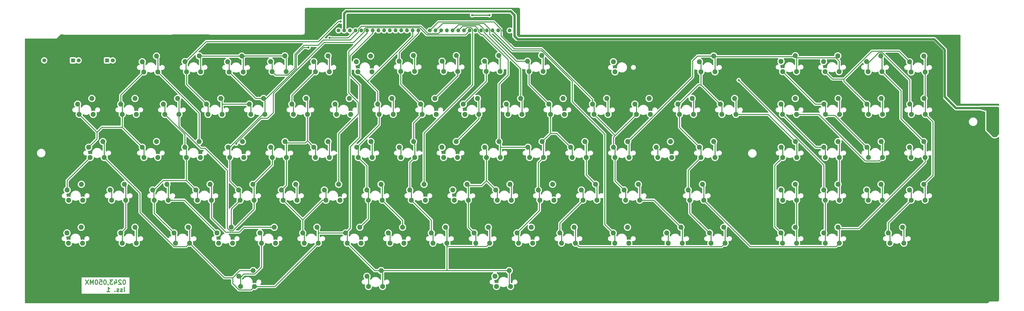
<source format=gbr>
%TF.GenerationSoftware,KiCad,Pcbnew,8.0.7*%
%TF.CreationDate,2025-01-29T20:52:18+00:00*%
%TF.ProjectId,Master-Keyboard_MX,4d617374-6572-42d4-9b65-79626f617264,rev?*%
%TF.SameCoordinates,Original*%
%TF.FileFunction,Copper,L2,Bot*%
%TF.FilePolarity,Positive*%
%FSLAX46Y46*%
G04 Gerber Fmt 4.6, Leading zero omitted, Abs format (unit mm)*
G04 Created by KiCad (PCBNEW 8.0.7) date 2025-01-29 20:52:18*
%MOMM*%
%LPD*%
G01*
G04 APERTURE LIST*
%ADD10C,0.400000*%
%TA.AperFunction,NonConductor*%
%ADD11C,0.400000*%
%TD*%
%TA.AperFunction,ComponentPad*%
%ADD12C,2.200000*%
%TD*%
%TA.AperFunction,ComponentPad*%
%ADD13R,1.800000X1.800000*%
%TD*%
%TA.AperFunction,ComponentPad*%
%ADD14C,1.800000*%
%TD*%
%TA.AperFunction,ComponentPad*%
%ADD15C,1.700000*%
%TD*%
%TA.AperFunction,ComponentPad*%
%ADD16O,1.700000X1.700000*%
%TD*%
%TA.AperFunction,ComponentPad*%
%ADD17C,3.200000*%
%TD*%
%TA.AperFunction,ViaPad*%
%ADD18C,1.000000*%
%TD*%
%TA.AperFunction,Conductor*%
%ADD19C,0.500000*%
%TD*%
%TA.AperFunction,Conductor*%
%ADD20C,1.000000*%
%TD*%
%TA.AperFunction,Conductor*%
%ADD21C,0.400000*%
%TD*%
G04 APERTURE END LIST*
D10*
D11*
X94699700Y-308104438D02*
X94509223Y-308104438D01*
X94509223Y-308104438D02*
X94318747Y-308199676D01*
X94318747Y-308199676D02*
X94223509Y-308294914D01*
X94223509Y-308294914D02*
X94128271Y-308485390D01*
X94128271Y-308485390D02*
X94033033Y-308866342D01*
X94033033Y-308866342D02*
X94033033Y-309342533D01*
X94033033Y-309342533D02*
X94128271Y-309723485D01*
X94128271Y-309723485D02*
X94223509Y-309913961D01*
X94223509Y-309913961D02*
X94318747Y-310009200D01*
X94318747Y-310009200D02*
X94509223Y-310104438D01*
X94509223Y-310104438D02*
X94699700Y-310104438D01*
X94699700Y-310104438D02*
X94890176Y-310009200D01*
X94890176Y-310009200D02*
X94985414Y-309913961D01*
X94985414Y-309913961D02*
X95080652Y-309723485D01*
X95080652Y-309723485D02*
X95175890Y-309342533D01*
X95175890Y-309342533D02*
X95175890Y-308866342D01*
X95175890Y-308866342D02*
X95080652Y-308485390D01*
X95080652Y-308485390D02*
X94985414Y-308294914D01*
X94985414Y-308294914D02*
X94890176Y-308199676D01*
X94890176Y-308199676D02*
X94699700Y-308104438D01*
X93271128Y-308294914D02*
X93175890Y-308199676D01*
X93175890Y-308199676D02*
X92985414Y-308104438D01*
X92985414Y-308104438D02*
X92509223Y-308104438D01*
X92509223Y-308104438D02*
X92318747Y-308199676D01*
X92318747Y-308199676D02*
X92223509Y-308294914D01*
X92223509Y-308294914D02*
X92128271Y-308485390D01*
X92128271Y-308485390D02*
X92128271Y-308675866D01*
X92128271Y-308675866D02*
X92223509Y-308961580D01*
X92223509Y-308961580D02*
X93366366Y-310104438D01*
X93366366Y-310104438D02*
X92128271Y-310104438D01*
X90413985Y-308771104D02*
X90413985Y-310104438D01*
X90890176Y-308009200D02*
X91366366Y-309437771D01*
X91366366Y-309437771D02*
X90128271Y-309437771D01*
X89556842Y-308104438D02*
X88318747Y-308104438D01*
X88318747Y-308104438D02*
X88985414Y-308866342D01*
X88985414Y-308866342D02*
X88699699Y-308866342D01*
X88699699Y-308866342D02*
X88509223Y-308961580D01*
X88509223Y-308961580D02*
X88413985Y-309056819D01*
X88413985Y-309056819D02*
X88318747Y-309247295D01*
X88318747Y-309247295D02*
X88318747Y-309723485D01*
X88318747Y-309723485D02*
X88413985Y-309913961D01*
X88413985Y-309913961D02*
X88509223Y-310009200D01*
X88509223Y-310009200D02*
X88699699Y-310104438D01*
X88699699Y-310104438D02*
X89271128Y-310104438D01*
X89271128Y-310104438D02*
X89461604Y-310009200D01*
X89461604Y-310009200D02*
X89556842Y-309913961D01*
X87366366Y-310009200D02*
X87366366Y-310104438D01*
X87366366Y-310104438D02*
X87461604Y-310294914D01*
X87461604Y-310294914D02*
X87556842Y-310390152D01*
X86128271Y-308104438D02*
X85937794Y-308104438D01*
X85937794Y-308104438D02*
X85747318Y-308199676D01*
X85747318Y-308199676D02*
X85652080Y-308294914D01*
X85652080Y-308294914D02*
X85556842Y-308485390D01*
X85556842Y-308485390D02*
X85461604Y-308866342D01*
X85461604Y-308866342D02*
X85461604Y-309342533D01*
X85461604Y-309342533D02*
X85556842Y-309723485D01*
X85556842Y-309723485D02*
X85652080Y-309913961D01*
X85652080Y-309913961D02*
X85747318Y-310009200D01*
X85747318Y-310009200D02*
X85937794Y-310104438D01*
X85937794Y-310104438D02*
X86128271Y-310104438D01*
X86128271Y-310104438D02*
X86318747Y-310009200D01*
X86318747Y-310009200D02*
X86413985Y-309913961D01*
X86413985Y-309913961D02*
X86509223Y-309723485D01*
X86509223Y-309723485D02*
X86604461Y-309342533D01*
X86604461Y-309342533D02*
X86604461Y-308866342D01*
X86604461Y-308866342D02*
X86509223Y-308485390D01*
X86509223Y-308485390D02*
X86413985Y-308294914D01*
X86413985Y-308294914D02*
X86318747Y-308199676D01*
X86318747Y-308199676D02*
X86128271Y-308104438D01*
X83652080Y-308104438D02*
X84604461Y-308104438D01*
X84604461Y-308104438D02*
X84699699Y-309056819D01*
X84699699Y-309056819D02*
X84604461Y-308961580D01*
X84604461Y-308961580D02*
X84413985Y-308866342D01*
X84413985Y-308866342D02*
X83937794Y-308866342D01*
X83937794Y-308866342D02*
X83747318Y-308961580D01*
X83747318Y-308961580D02*
X83652080Y-309056819D01*
X83652080Y-309056819D02*
X83556842Y-309247295D01*
X83556842Y-309247295D02*
X83556842Y-309723485D01*
X83556842Y-309723485D02*
X83652080Y-309913961D01*
X83652080Y-309913961D02*
X83747318Y-310009200D01*
X83747318Y-310009200D02*
X83937794Y-310104438D01*
X83937794Y-310104438D02*
X84413985Y-310104438D01*
X84413985Y-310104438D02*
X84604461Y-310009200D01*
X84604461Y-310009200D02*
X84699699Y-309913961D01*
X82318747Y-308104438D02*
X82128270Y-308104438D01*
X82128270Y-308104438D02*
X81937794Y-308199676D01*
X81937794Y-308199676D02*
X81842556Y-308294914D01*
X81842556Y-308294914D02*
X81747318Y-308485390D01*
X81747318Y-308485390D02*
X81652080Y-308866342D01*
X81652080Y-308866342D02*
X81652080Y-309342533D01*
X81652080Y-309342533D02*
X81747318Y-309723485D01*
X81747318Y-309723485D02*
X81842556Y-309913961D01*
X81842556Y-309913961D02*
X81937794Y-310009200D01*
X81937794Y-310009200D02*
X82128270Y-310104438D01*
X82128270Y-310104438D02*
X82318747Y-310104438D01*
X82318747Y-310104438D02*
X82509223Y-310009200D01*
X82509223Y-310009200D02*
X82604461Y-309913961D01*
X82604461Y-309913961D02*
X82699699Y-309723485D01*
X82699699Y-309723485D02*
X82794937Y-309342533D01*
X82794937Y-309342533D02*
X82794937Y-308866342D01*
X82794937Y-308866342D02*
X82699699Y-308485390D01*
X82699699Y-308485390D02*
X82604461Y-308294914D01*
X82604461Y-308294914D02*
X82509223Y-308199676D01*
X82509223Y-308199676D02*
X82318747Y-308104438D01*
X80794937Y-310104438D02*
X80794937Y-308104438D01*
X80794937Y-308104438D02*
X80128270Y-309533009D01*
X80128270Y-309533009D02*
X79461604Y-308104438D01*
X79461604Y-308104438D02*
X79461604Y-310104438D01*
X78699699Y-308104438D02*
X77366366Y-310104438D01*
X77366366Y-308104438D02*
X78699699Y-310104438D01*
D10*
D11*
X94650652Y-313424438D02*
X94650652Y-311424438D01*
X93793509Y-313329200D02*
X93603033Y-313424438D01*
X93603033Y-313424438D02*
X93222081Y-313424438D01*
X93222081Y-313424438D02*
X93031604Y-313329200D01*
X93031604Y-313329200D02*
X92936366Y-313138723D01*
X92936366Y-313138723D02*
X92936366Y-313043485D01*
X92936366Y-313043485D02*
X93031604Y-312853009D01*
X93031604Y-312853009D02*
X93222081Y-312757771D01*
X93222081Y-312757771D02*
X93507795Y-312757771D01*
X93507795Y-312757771D02*
X93698271Y-312662533D01*
X93698271Y-312662533D02*
X93793509Y-312472057D01*
X93793509Y-312472057D02*
X93793509Y-312376819D01*
X93793509Y-312376819D02*
X93698271Y-312186342D01*
X93698271Y-312186342D02*
X93507795Y-312091104D01*
X93507795Y-312091104D02*
X93222081Y-312091104D01*
X93222081Y-312091104D02*
X93031604Y-312186342D01*
X92174461Y-313329200D02*
X91983985Y-313424438D01*
X91983985Y-313424438D02*
X91603033Y-313424438D01*
X91603033Y-313424438D02*
X91412556Y-313329200D01*
X91412556Y-313329200D02*
X91317318Y-313138723D01*
X91317318Y-313138723D02*
X91317318Y-313043485D01*
X91317318Y-313043485D02*
X91412556Y-312853009D01*
X91412556Y-312853009D02*
X91603033Y-312757771D01*
X91603033Y-312757771D02*
X91888747Y-312757771D01*
X91888747Y-312757771D02*
X92079223Y-312662533D01*
X92079223Y-312662533D02*
X92174461Y-312472057D01*
X92174461Y-312472057D02*
X92174461Y-312376819D01*
X92174461Y-312376819D02*
X92079223Y-312186342D01*
X92079223Y-312186342D02*
X91888747Y-312091104D01*
X91888747Y-312091104D02*
X91603033Y-312091104D01*
X91603033Y-312091104D02*
X91412556Y-312186342D01*
X90460175Y-313233961D02*
X90364937Y-313329200D01*
X90364937Y-313329200D02*
X90460175Y-313424438D01*
X90460175Y-313424438D02*
X90555413Y-313329200D01*
X90555413Y-313329200D02*
X90460175Y-313233961D01*
X90460175Y-313233961D02*
X90460175Y-313424438D01*
X86936365Y-313424438D02*
X88079222Y-313424438D01*
X87507794Y-313424438D02*
X87507794Y-311424438D01*
X87507794Y-311424438D02*
X87698270Y-311710152D01*
X87698270Y-311710152D02*
X87888746Y-311900628D01*
X87888746Y-311900628D02*
X88079222Y-311995866D01*
D12*
%TO.P,SW60,1,A*%
%TO.N,ROW2*%
X147275000Y-246520000D03*
X147855000Y-253590000D03*
%TO.P,SW60,2,B*%
%TO.N,COL4*%
X140925000Y-249060000D03*
X141625000Y-253590000D03*
%TD*%
%TO.P,SW55,1,A*%
%TO.N,ROW1*%
X109055000Y-246520000D03*
X109635000Y-253590000D03*
%TO.P,SW55,2,B*%
%TO.N,COL2*%
X102705000Y-249060000D03*
X103405000Y-253590000D03*
%TD*%
%TO.P,SW45,1,A*%
%TO.N,ROW5*%
X342520000Y-284705000D03*
X343100000Y-291775000D03*
%TO.P,SW45,2,B*%
%TO.N,COL11*%
X336170000Y-287245000D03*
X336870000Y-291775000D03*
%TD*%
%TO.P,SW1,1,A*%
%TO.N,ROW7*%
X80255000Y-227310000D03*
X80835000Y-234380000D03*
%TO.P,SW1,2,B*%
%TO.N,COL2*%
X73905000Y-229850000D03*
X74605000Y-234380000D03*
%TD*%
%TO.P,SW41,1,A*%
%TO.N,ROW5*%
X285375000Y-265555000D03*
X285955000Y-272625000D03*
%TO.P,SW41,2,B*%
%TO.N,COL9*%
X279025000Y-268095000D03*
X279725000Y-272625000D03*
%TD*%
%TO.P,SW90,1,A*%
%TO.N,ROW6*%
X152075000Y-304025000D03*
X152655000Y-311095000D03*
%TO.P,SW90,2,B*%
%TO.N,COL4*%
X145725000Y-306565000D03*
X146425000Y-311095000D03*
%TD*%
%TO.P,SW82,1,A*%
%TO.N,ROW1*%
X347540000Y-227310000D03*
X348120000Y-234380000D03*
%TO.P,SW82,2,B*%
%TO.N,COL11*%
X341190000Y-229850000D03*
X341890000Y-234380000D03*
%TD*%
%TO.P,SW88,1,A*%
%TO.N,ROW1*%
X393435000Y-227310000D03*
X394015000Y-234380000D03*
%TO.P,SW88,2,B*%
%TO.N,COL13*%
X387085000Y-229850000D03*
X387785000Y-234380000D03*
%TD*%
%TO.P,SW14,1,A*%
%TO.N,ROW6*%
X85165000Y-246520000D03*
X85745000Y-253590000D03*
%TO.P,SW14,2,B*%
%TO.N,COL2*%
X78815000Y-249060000D03*
X79515000Y-253590000D03*
%TD*%
%TO.P,SW36,1,A*%
%TO.N,ROW4*%
X204495000Y-246520000D03*
X205075000Y-253590000D03*
%TO.P,SW36,2,B*%
%TO.N,COL6*%
X198145000Y-249060000D03*
X198845000Y-253590000D03*
%TD*%
%TO.P,SW30,1,A*%
%TO.N,ROW4*%
X113695000Y-265555000D03*
X114275000Y-272625000D03*
%TO.P,SW30,2,B*%
%TO.N,COL3*%
X107345000Y-268095000D03*
X108045000Y-272625000D03*
%TD*%
%TO.P,SW87,1,A*%
%TO.N,ROW2*%
X431690000Y-227310000D03*
X432270000Y-234380000D03*
%TO.P,SW87,2,B*%
%TO.N,COL13*%
X425340000Y-229850000D03*
X426040000Y-234380000D03*
%TD*%
D13*
%TO.P,D15,1,K*%
%TO.N,LED2*%
X71820000Y-210345000D03*
D14*
%TO.P,D15,2,A*%
%TO.N,+5V*%
X74360000Y-210345000D03*
%TD*%
D12*
%TO.P,SW16,1,A*%
%TO.N,ROW6*%
X209075000Y-304025000D03*
X209655000Y-311095000D03*
%TO.P,SW16,2,B*%
%TO.N,COL4*%
X202725000Y-306565000D03*
X203425000Y-311095000D03*
%TD*%
%TO.P,SW37,1,A*%
%TO.N,ROW5*%
X218605000Y-284705000D03*
X219185000Y-291775000D03*
%TO.P,SW37,2,B*%
%TO.N,COL7*%
X212255000Y-287245000D03*
X212955000Y-291775000D03*
%TD*%
%TO.P,SW21,1,A*%
%TO.N,ROW6*%
X275915000Y-284705000D03*
X276495000Y-291775000D03*
%TO.P,SW21,2,B*%
%TO.N,COL9*%
X269565000Y-287245000D03*
X270265000Y-291775000D03*
%TD*%
%TO.P,SW38,1,A*%
%TO.N,ROW4*%
X228145000Y-265555000D03*
X228725000Y-272625000D03*
%TO.P,SW38,2,B*%
%TO.N,COL7*%
X221795000Y-268095000D03*
X222495000Y-272625000D03*
%TD*%
%TO.P,SW67,1,A*%
%TO.N,COL6*%
X185420000Y-208360000D03*
X186000000Y-215430000D03*
%TO.P,SW67,2,B*%
%TO.N,ROW1*%
X179070000Y-210900000D03*
X179770000Y-215430000D03*
%TD*%
D15*
%TO.P,PL1,1,Pin_1*%
%TO.N,COL8*%
X190040000Y-197000000D03*
D16*
%TO.P,PL1,2,Pin_2*%
%TO.N,BATT*%
X192580000Y-197000000D03*
%TO.P,PL1,3,Pin_3*%
%TO.N,ROW7*%
X195120000Y-197000000D03*
%TO.P,PL1,4,Pin_4*%
%TO.N,ROW1*%
X197660000Y-197000000D03*
%TO.P,PL1,5,Pin_5*%
%TO.N,ROW0*%
X200200000Y-197000000D03*
%TO.P,PL1,6,Pin_6*%
%TO.N,ROW5*%
X202740000Y-197000000D03*
%TO.P,PL1,7,Pin_7*%
%TO.N,ROW6*%
X205280000Y-197000000D03*
%TO.P,PL1,8,Pin_8*%
%TO.N,COL13*%
X207820000Y-197000000D03*
%TO.P,PL1,9,Pin_9*%
%TO.N,COL12*%
X210360000Y-197000000D03*
%TO.P,PL1,10,Pin_10*%
%TO.N,COL14*%
X212900000Y-197000000D03*
%TO.P,PL1,11,Pin_11*%
%TO.N,COL2*%
X215440000Y-197000000D03*
%TO.P,PL1,12,Pin_12*%
%TO.N,COL4*%
X217980000Y-197000000D03*
%TO.P,PL1,13,Pin_13*%
%TO.N,COL11*%
X220520000Y-197000000D03*
%TO.P,PL1,14,Pin_14*%
%TO.N,COL6*%
X223060000Y-197000000D03*
%TO.P,PL1,15,Pin_15*%
%TO.N,COL7*%
X225600000Y-197000000D03*
%TD*%
D12*
%TO.P,SW20,1,A*%
%TO.N,ROW6*%
X256805000Y-284705000D03*
X257385000Y-291775000D03*
%TO.P,SW20,2,B*%
%TO.N,COL8*%
X250455000Y-287245000D03*
X251155000Y-291775000D03*
%TD*%
%TO.P,SW39,1,A*%
%TO.N,ROW5*%
X266425000Y-265555000D03*
X267005000Y-272625000D03*
%TO.P,SW39,2,B*%
%TO.N,COL8*%
X260075000Y-268095000D03*
X260775000Y-272625000D03*
%TD*%
%TO.P,SW10,1,A*%
%TO.N,ROW7*%
X366430000Y-227310000D03*
X367010000Y-234380000D03*
%TO.P,SW10,2,B*%
%TO.N,COL11*%
X360080000Y-229850000D03*
X360780000Y-234380000D03*
%TD*%
%TO.P,SW8,1,A*%
%TO.N,ROW7*%
X280540000Y-208150000D03*
X281120000Y-215220000D03*
%TO.P,SW8,2,B*%
%TO.N,COL9*%
X274190000Y-210690000D03*
X274890000Y-215220000D03*
%TD*%
%TO.P,SW23,1,A*%
%TO.N,ROW6*%
X361590000Y-284705000D03*
X362170000Y-291775000D03*
%TO.P,SW23,2,B*%
%TO.N,COL11*%
X355240000Y-287245000D03*
X355940000Y-291775000D03*
%TD*%
%TO.P,SW64,1,A*%
%TO.N,COL5*%
X175640000Y-227310000D03*
X176220000Y-234380000D03*
%TO.P,SW64,2,B*%
%TO.N,ROW1*%
X169290000Y-229850000D03*
X169990000Y-234380000D03*
%TD*%
%TO.P,SW32,1,A*%
%TO.N,COL4*%
X142335000Y-284705000D03*
X142915000Y-291775000D03*
%TO.P,SW32,2,B*%
%TO.N,ROW4*%
X135985000Y-287245000D03*
X136685000Y-291775000D03*
%TD*%
%TO.P,SW27,1,A*%
%TO.N,ROW5*%
X75505000Y-284705000D03*
X76085000Y-291775000D03*
%TO.P,SW27,2,B*%
%TO.N,COL2*%
X69155000Y-287245000D03*
X69855000Y-291775000D03*
%TD*%
D15*
%TO.P,PL2,1,Pin_1*%
%TO.N,COL10*%
X230720000Y-197000000D03*
D16*
%TO.P,PL2,2,Pin_2*%
%TO.N,COL9*%
X233260000Y-197000000D03*
%TO.P,PL2,3,Pin_3*%
%TO.N,COL5*%
X235800000Y-197000000D03*
%TO.P,PL2,4,Pin_4*%
%TO.N,COL3*%
X238340000Y-197000000D03*
%TO.P,PL2,5,Pin_5*%
%TO.N,ROW2*%
X240880000Y-197000000D03*
%TO.P,PL2,6,Pin_6*%
%TO.N,ROW3*%
X243420000Y-197000000D03*
%TO.P,PL2,7,Pin_7*%
%TO.N,ROW4*%
X245960000Y-197000000D03*
%TO.P,PL2,8,Pin_8*%
%TO.N,COL0*%
X248500000Y-197000000D03*
%TO.P,PL2,9,Pin_9*%
%TO.N,LED3*%
X251040000Y-197000000D03*
%TO.P,PL2,10,Pin_10*%
%TO.N,LED2*%
X253580000Y-197000000D03*
%TO.P,PL2,11,Pin_11*%
%TO.N,LED1*%
X256120000Y-197000000D03*
%TO.P,PL2,12,Pin_12*%
%TO.N,COL1*%
X258660000Y-197000000D03*
%TO.P,PL2,13,Pin_13*%
%TO.N,~{RST}*%
X261200000Y-197000000D03*
%TO.P,PL2,14,Pin_14*%
%TO.N,GND*%
X263740000Y-197000000D03*
%TO.P,PL2,15,Pin_15*%
%TO.N,+5V*%
X266280000Y-197000000D03*
%TD*%
D12*
%TO.P,SW75,1,A*%
%TO.N,ROW2*%
X271145000Y-227310000D03*
X271725000Y-234380000D03*
%TO.P,SW75,2,B*%
%TO.N,COL9*%
X264795000Y-229850000D03*
X265495000Y-234380000D03*
%TD*%
%TO.P,SW26,1,A*%
%TO.N,ROW6*%
X431615000Y-265555000D03*
X432195000Y-272625000D03*
%TO.P,SW26,2,B*%
%TO.N,COL14*%
X425265000Y-268095000D03*
X425965000Y-272625000D03*
%TD*%
%TO.P,SW69,1,A*%
%TO.N,ROW2*%
X242495000Y-246520000D03*
X243075000Y-253590000D03*
%TO.P,SW69,2,B*%
%TO.N,COL7*%
X236145000Y-249060000D03*
X236845000Y-253590000D03*
%TD*%
%TO.P,SW58,1,A*%
%TO.N,ROW1*%
X137620000Y-227310000D03*
X138200000Y-234380000D03*
%TO.P,SW58,2,B*%
%TO.N,COL3*%
X131270000Y-229850000D03*
X131970000Y-234380000D03*
%TD*%
D13*
%TO.P,D17,1,K*%
%TO.N,GND*%
X56500000Y-210345000D03*
D14*
%TO.P,D17,2,A*%
%TO.N,LED1*%
X59040000Y-210345000D03*
%TD*%
D12*
%TO.P,SW79,1,A*%
%TO.N,ROW1*%
X309480000Y-227310000D03*
X310060000Y-234380000D03*
%TO.P,SW79,2,B*%
%TO.N,COL10*%
X303130000Y-229850000D03*
X303830000Y-234380000D03*
%TD*%
%TO.P,SW76,1,A*%
%TO.N,ROW1*%
X290080000Y-227310000D03*
X290660000Y-234380000D03*
%TO.P,SW76,2,B*%
%TO.N,COL9*%
X283730000Y-229850000D03*
X284430000Y-234380000D03*
%TD*%
%TO.P,SW63,1,A*%
%TO.N,ROW2*%
X185425000Y-246520000D03*
X186005000Y-253590000D03*
%TO.P,SW63,2,B*%
%TO.N,COL5*%
X179075000Y-249060000D03*
X179775000Y-253590000D03*
%TD*%
%TO.P,SW40,1,A*%
%TO.N,COL8*%
X247300000Y-265555000D03*
X247880000Y-272625000D03*
%TO.P,SW40,2,B*%
%TO.N,ROW4*%
X240950000Y-268095000D03*
X241650000Y-272625000D03*
%TD*%
%TO.P,SW68,1,A*%
%TO.N,COL7*%
X223465000Y-246520000D03*
X224045000Y-253590000D03*
%TO.P,SW68,2,B*%
%TO.N,ROW3*%
X217115000Y-249060000D03*
X217815000Y-253590000D03*
%TD*%
%TO.P,SW54,1,A*%
%TO.N,ROW2*%
X109040000Y-208410000D03*
X109620000Y-215480000D03*
%TO.P,SW54,2,B*%
%TO.N,COL2*%
X102690000Y-210950000D03*
X103390000Y-215480000D03*
%TD*%
%TO.P,SW3,1,A*%
%TO.N,ROW7*%
X147025000Y-208435000D03*
X147605000Y-215505000D03*
%TO.P,SW3,2,B*%
%TO.N,COL4*%
X140675000Y-210975000D03*
X141375000Y-215505000D03*
%TD*%
%TO.P,SW89,1,A*%
%TO.N,ROW3*%
X441215000Y-284705000D03*
X441795000Y-291775000D03*
%TO.P,SW89,2,B*%
%TO.N,COL14*%
X434865000Y-287245000D03*
X435565000Y-291775000D03*
%TD*%
%TO.P,SW50,1,A*%
%TO.N,ROW4*%
X450650000Y-246520000D03*
X451230000Y-253590000D03*
%TO.P,SW50,2,B*%
%TO.N,COL13*%
X444300000Y-249060000D03*
X445000000Y-253590000D03*
%TD*%
%TO.P,SW13,1,A*%
%TO.N,ROW7*%
X412445000Y-265555000D03*
X413025000Y-272625000D03*
%TO.P,SW13,2,B*%
%TO.N,COL14*%
X406095000Y-268095000D03*
X406795000Y-272625000D03*
%TD*%
%TO.P,SW28,1,A*%
%TO.N,ROW4*%
X75585000Y-265555000D03*
X76165000Y-272625000D03*
%TO.P,SW28,2,B*%
%TO.N,COL2*%
X69235000Y-268095000D03*
X69935000Y-272625000D03*
%TD*%
%TO.P,SW9,1,A*%
%TO.N,ROW7*%
X328360000Y-227310000D03*
X328940000Y-234380000D03*
%TO.P,SW9,2,B*%
%TO.N,COL10*%
X322010000Y-229850000D03*
X322710000Y-234380000D03*
%TD*%
%TO.P,SW24,1,A*%
%TO.N,ROW6*%
X393435000Y-284705000D03*
X394015000Y-291775000D03*
%TO.P,SW24,2,B*%
%TO.N,COL12*%
X387085000Y-287245000D03*
X387785000Y-291775000D03*
%TD*%
%TO.P,SW78,1,A*%
%TO.N,ROW2*%
X337860000Y-246520000D03*
X338440000Y-253590000D03*
%TO.P,SW78,2,B*%
%TO.N,COL10*%
X331510000Y-249060000D03*
X332210000Y-253590000D03*
%TD*%
%TO.P,SW62,1,A*%
%TO.N,COL5*%
X166245000Y-246520000D03*
X166825000Y-253590000D03*
%TO.P,SW62,2,B*%
%TO.N,ROW3*%
X159895000Y-249060000D03*
X160595000Y-253590000D03*
%TD*%
D13*
%TO.P,D16,1,K*%
%TO.N,LED3*%
X87010000Y-210345000D03*
D14*
%TO.P,D16,2,A*%
%TO.N,+5V*%
X89550000Y-210345000D03*
%TD*%
D12*
%TO.P,SW49,1,A*%
%TO.N,ROW5*%
X450665000Y-208435000D03*
X451245000Y-215505000D03*
%TO.P,SW49,2,B*%
%TO.N,COL13*%
X444315000Y-210975000D03*
X445015000Y-215505000D03*
%TD*%
%TO.P,SW43,1,A*%
%TO.N,ROW5*%
X323555000Y-265555000D03*
X324135000Y-272625000D03*
%TO.P,SW43,2,B*%
%TO.N,COL10*%
X317205000Y-268095000D03*
X317905000Y-272625000D03*
%TD*%
D17*
%TO.P,BT1,1,+*%
%TO.N,BATT*%
X482260000Y-233020000D03*
X482260000Y-243020000D03*
%TO.P,BT1,2,-*%
%TO.N,GND*%
X463760000Y-238020000D03*
%TD*%
D12*
%TO.P,SW29,1,A*%
%TO.N,ROW5*%
X132880000Y-265555000D03*
X133460000Y-272625000D03*
%TO.P,SW29,2,B*%
%TO.N,COL3*%
X126530000Y-268095000D03*
X127230000Y-272625000D03*
%TD*%
%TO.P,SW2,1,A*%
%TO.N,ROW7*%
X128060000Y-208360000D03*
X128640000Y-215430000D03*
%TO.P,SW2,2,B*%
%TO.N,COL3*%
X121710000Y-210900000D03*
X122410000Y-215430000D03*
%TD*%
%TO.P,SW71,1,A*%
%TO.N,ROW3*%
X261550000Y-246520000D03*
X262130000Y-253590000D03*
%TO.P,SW71,2,B*%
%TO.N,COL8*%
X255200000Y-249060000D03*
X255900000Y-253590000D03*
%TD*%
%TO.P,SW7,1,A*%
%TO.N,ROW7*%
X261460000Y-208150000D03*
X262040000Y-215220000D03*
%TO.P,SW7,2,B*%
%TO.N,COL8*%
X255110000Y-210690000D03*
X255810000Y-215220000D03*
%TD*%
%TO.P,SW80,1,A*%
%TO.N,ROW3*%
X357090000Y-208370000D03*
X357670000Y-215440000D03*
%TO.P,SW80,2,B*%
%TO.N,COL11*%
X350740000Y-210910000D03*
X351440000Y-215440000D03*
%TD*%
%TO.P,SW46,1,A*%
%TO.N,ROW4*%
X352115000Y-265555000D03*
X352695000Y-272625000D03*
%TO.P,SW46,2,B*%
%TO.N,COL11*%
X345765000Y-268095000D03*
X346465000Y-272625000D03*
%TD*%
%TO.P,SW4,1,A*%
%TO.N,ROW7*%
X166170000Y-208310000D03*
X166750000Y-215380000D03*
%TO.P,SW4,2,B*%
%TO.N,COL5*%
X159820000Y-210850000D03*
X160520000Y-215380000D03*
%TD*%
%TO.P,SW92,1,A*%
%TO.N,COL1*%
X99435000Y-284705000D03*
X100015000Y-291775000D03*
%TO.P,SW92,2,B*%
%TO.N,ROW0*%
X93085000Y-287245000D03*
X93785000Y-291775000D03*
%TD*%
%TO.P,SW12,1,A*%
%TO.N,ROW7*%
X412445000Y-246520000D03*
X413025000Y-253590000D03*
%TO.P,SW12,2,B*%
%TO.N,COL13*%
X406095000Y-249060000D03*
X406795000Y-253590000D03*
%TD*%
%TO.P,SW25,1,A*%
%TO.N,ROW6*%
X393445000Y-265555000D03*
X394025000Y-272625000D03*
%TO.P,SW25,2,B*%
%TO.N,COL13*%
X387095000Y-268095000D03*
X387795000Y-272625000D03*
%TD*%
%TO.P,SW51,1,A*%
%TO.N,ROW5*%
X450690000Y-265555000D03*
X451270000Y-272625000D03*
%TO.P,SW51,2,B*%
%TO.N,COL14*%
X444340000Y-268095000D03*
X445040000Y-272625000D03*
%TD*%
%TO.P,SW61,1,A*%
%TO.N,COL4*%
X156710000Y-227310000D03*
X157290000Y-234380000D03*
%TO.P,SW61,2,B*%
%TO.N,ROW1*%
X150360000Y-229850000D03*
X151060000Y-234380000D03*
%TD*%
%TO.P,SW22,1,A*%
%TO.N,ROW6*%
X294995000Y-284705000D03*
X295575000Y-291775000D03*
%TO.P,SW22,2,B*%
%TO.N,COL10*%
X288645000Y-287245000D03*
X289345000Y-291775000D03*
%TD*%
%TO.P,SW33,1,A*%
%TO.N,ROW5*%
X190115000Y-265555000D03*
X190695000Y-272625000D03*
%TO.P,SW33,2,B*%
%TO.N,COL5*%
X183765000Y-268095000D03*
X184465000Y-272625000D03*
%TD*%
%TO.P,SW34,1,A*%
%TO.N,ROW4*%
X171025000Y-265555000D03*
X171605000Y-272625000D03*
%TO.P,SW34,2,B*%
%TO.N,COL5*%
X164675000Y-268095000D03*
X165375000Y-272625000D03*
%TD*%
%TO.P,SW70,1,A*%
%TO.N,ROW1*%
X232960000Y-227310000D03*
X233540000Y-234380000D03*
%TO.P,SW70,2,B*%
%TO.N,COL7*%
X226610000Y-229850000D03*
X227310000Y-234380000D03*
%TD*%
%TO.P,SW31,1,A*%
%TO.N,ROW5*%
X161425000Y-284705000D03*
X162005000Y-291775000D03*
%TO.P,SW31,2,B*%
%TO.N,COL4*%
X155075000Y-287245000D03*
X155775000Y-291775000D03*
%TD*%
%TO.P,SW15,1,A*%
%TO.N,ROW6*%
X123170000Y-284705000D03*
X123750000Y-291775000D03*
%TO.P,SW15,2,B*%
%TO.N,COL3*%
X116820000Y-287245000D03*
X117520000Y-291775000D03*
%TD*%
%TO.P,SW48,1,A*%
%TO.N,ROW4*%
X431485000Y-208315000D03*
X432065000Y-215385000D03*
%TO.P,SW48,2,B*%
%TO.N,COL12*%
X425135000Y-210855000D03*
X425835000Y-215385000D03*
%TD*%
%TO.P,SW18,1,A*%
%TO.N,COL6*%
X199570000Y-284705000D03*
X200150000Y-291775000D03*
%TO.P,SW18,2,B*%
%TO.N,ROW6*%
X193220000Y-287245000D03*
X193920000Y-291775000D03*
%TD*%
%TO.P,SW42,1,A*%
%TO.N,ROW4*%
X299765000Y-246520000D03*
X300345000Y-253590000D03*
%TO.P,SW42,2,B*%
%TO.N,COL9*%
X293415000Y-249060000D03*
X294115000Y-253590000D03*
%TD*%
%TO.P,SW5,1,A*%
%TO.N,ROW7*%
X204340000Y-208390000D03*
X204920000Y-215460000D03*
%TO.P,SW5,2,B*%
%TO.N,COL6*%
X197990000Y-210930000D03*
X198690000Y-215460000D03*
%TD*%
%TO.P,SW11,1,A*%
%TO.N,ROW7*%
X393495000Y-246520000D03*
X394075000Y-253590000D03*
%TO.P,SW11,2,B*%
%TO.N,COL12*%
X387145000Y-249060000D03*
X387845000Y-253590000D03*
%TD*%
%TO.P,SW86,1,A*%
%TO.N,ROW3*%
X412370000Y-208290000D03*
X412950000Y-215360000D03*
%TO.P,SW86,2,B*%
%TO.N,COL13*%
X406020000Y-210830000D03*
X406720000Y-215360000D03*
%TD*%
%TO.P,SW72,1,A*%
%TO.N,ROW2*%
X251975000Y-227310000D03*
X252555000Y-234380000D03*
%TO.P,SW72,2,B*%
%TO.N,COL8*%
X245625000Y-229850000D03*
X246325000Y-234380000D03*
%TD*%
%TO.P,SW66,1,A*%
%TO.N,ROW2*%
X213825000Y-227310000D03*
X214405000Y-234380000D03*
%TO.P,SW66,2,B*%
%TO.N,COL6*%
X207475000Y-229850000D03*
X208175000Y-234380000D03*
%TD*%
%TO.P,SW47,1,A*%
%TO.N,ROW5*%
X450770000Y-227310000D03*
X451350000Y-234380000D03*
%TO.P,SW47,2,B*%
%TO.N,COL12*%
X444420000Y-229850000D03*
X445120000Y-234380000D03*
%TD*%
%TO.P,SW17,1,A*%
%TO.N,ROW6*%
X180460000Y-284705000D03*
X181040000Y-291775000D03*
%TO.P,SW17,2,B*%
%TO.N,COL5*%
X174110000Y-287245000D03*
X174810000Y-291775000D03*
%TD*%
%TO.P,SW44,1,A*%
%TO.N,ROW4*%
X304545000Y-265555000D03*
X305125000Y-272625000D03*
%TO.P,SW44,2,B*%
%TO.N,COL10*%
X298195000Y-268095000D03*
X298895000Y-272625000D03*
%TD*%
%TO.P,SW95,1,A*%
%TO.N,GND*%
X318800000Y-208380000D03*
X319380000Y-215450000D03*
%TO.P,SW95,2,B*%
%TO.N,~{RST}*%
X312450000Y-210920000D03*
X313150000Y-215450000D03*
%TD*%
%TO.P,SW81,1,A*%
%TO.N,ROW2*%
X357095000Y-246520000D03*
X357675000Y-253590000D03*
%TO.P,SW81,2,B*%
%TO.N,COL11*%
X350745000Y-249060000D03*
X351445000Y-253590000D03*
%TD*%
%TO.P,SW53,1,A*%
%TO.N,ROW3*%
X99435000Y-227310000D03*
X100015000Y-234380000D03*
%TO.P,SW53,2,B*%
%TO.N,COL2*%
X93085000Y-229850000D03*
X93785000Y-234380000D03*
%TD*%
%TO.P,SW52,1,A*%
%TO.N,ROW4*%
X412445000Y-284705000D03*
X413025000Y-291775000D03*
%TO.P,SW52,2,B*%
%TO.N,COL14*%
X406095000Y-287245000D03*
X406795000Y-291775000D03*
%TD*%
%TO.P,SW73,1,A*%
%TO.N,ROW1*%
X242520000Y-208190000D03*
X243100000Y-215260000D03*
%TO.P,SW73,2,B*%
%TO.N,COL8*%
X236170000Y-210730000D03*
X236870000Y-215260000D03*
%TD*%
%TO.P,SW59,1,A*%
%TO.N,ROW3*%
X151915000Y-265555000D03*
X152495000Y-272625000D03*
%TO.P,SW59,2,B*%
%TO.N,COL4*%
X145565000Y-268095000D03*
X146265000Y-272625000D03*
%TD*%
%TO.P,SW85,1,A*%
%TO.N,ROW1*%
X431665000Y-246520000D03*
X432245000Y-253590000D03*
%TO.P,SW85,2,B*%
%TO.N,COL12*%
X425315000Y-249060000D03*
X426015000Y-253590000D03*
%TD*%
%TO.P,SW94,1,A*%
%TO.N,ROW0*%
X318730000Y-284705000D03*
X319310000Y-291775000D03*
%TO.P,SW94,2,B*%
%TO.N,COL1*%
X312380000Y-287245000D03*
X313080000Y-291775000D03*
%TD*%
%TO.P,SW93,1,A*%
%TO.N,ROW0*%
X94715000Y-265555000D03*
X95295000Y-272625000D03*
%TO.P,SW93,2,B*%
%TO.N,COL0*%
X88365000Y-268095000D03*
X89065000Y-272625000D03*
%TD*%
%TO.P,SW77,1,A*%
%TO.N,ROW3*%
X318810000Y-246520000D03*
X319390000Y-253590000D03*
%TO.P,SW77,2,B*%
%TO.N,COL10*%
X312460000Y-249060000D03*
X313160000Y-253590000D03*
%TD*%
%TO.P,SW35,1,A*%
%TO.N,ROW5*%
X208985000Y-265555000D03*
X209565000Y-272625000D03*
%TO.P,SW35,2,B*%
%TO.N,COL6*%
X202635000Y-268095000D03*
X203335000Y-272625000D03*
%TD*%
%TO.P,SW83,1,A*%
%TO.N,ROW3*%
X393455000Y-208265000D03*
X394035000Y-215335000D03*
%TO.P,SW83,2,B*%
%TO.N,COL12*%
X387105000Y-210805000D03*
X387805000Y-215335000D03*
%TD*%
%TO.P,SW6,1,A*%
%TO.N,ROW7*%
X223380000Y-208150000D03*
X223960000Y-215220000D03*
%TO.P,SW6,2,B*%
%TO.N,COL7*%
X217030000Y-210690000D03*
X217730000Y-215220000D03*
%TD*%
%TO.P,SW56,1,A*%
%TO.N,ROW3*%
X118425000Y-227310000D03*
X119005000Y-234380000D03*
%TO.P,SW56,2,B*%
%TO.N,COL3*%
X112075000Y-229850000D03*
X112775000Y-234380000D03*
%TD*%
%TO.P,SW19,1,A*%
%TO.N,ROW6*%
X237760000Y-284705000D03*
X238340000Y-291775000D03*
%TO.P,SW19,2,B*%
%TO.N,COL7*%
X231410000Y-287245000D03*
X232110000Y-291775000D03*
%TD*%
%TO.P,SW91,1,A*%
%TO.N,ROW6*%
X266075000Y-304025000D03*
X266655000Y-311095000D03*
%TO.P,SW91,2,B*%
%TO.N,COL4*%
X259725000Y-306565000D03*
X260425000Y-311095000D03*
%TD*%
%TO.P,SW84,1,A*%
%TO.N,ROW2*%
X412540000Y-227310000D03*
X413120000Y-234380000D03*
%TO.P,SW84,2,B*%
%TO.N,COL12*%
X406190000Y-229850000D03*
X406890000Y-234380000D03*
%TD*%
%TO.P,SW65,1,A*%
%TO.N,ROW3*%
X194850000Y-227310000D03*
X195430000Y-234380000D03*
%TO.P,SW65,2,B*%
%TO.N,COL6*%
X188500000Y-229850000D03*
X189200000Y-234380000D03*
%TD*%
%TO.P,SW57,1,A*%
%TO.N,ROW2*%
X127970000Y-246520000D03*
X128550000Y-253590000D03*
%TO.P,SW57,2,B*%
%TO.N,COL3*%
X121620000Y-249060000D03*
X122320000Y-253590000D03*
%TD*%
%TO.P,SW74,1,A*%
%TO.N,COL9*%
X280755000Y-246520000D03*
X281335000Y-253590000D03*
%TO.P,SW74,2,B*%
%TO.N,ROW3*%
X274405000Y-249060000D03*
X275105000Y-253590000D03*
%TD*%
D18*
%TO.N,+5V*%
X249575000Y-190225000D03*
X257300000Y-190225000D03*
%TO.N,ROW1*%
X186095475Y-200300000D03*
%TO.N,COL0*%
X144535600Y-247459300D03*
%TO.N,COL3*%
X191000000Y-193017400D03*
%TO.N,COL4*%
X176650000Y-204600000D03*
%TO.N,COL14*%
X368271900Y-219153100D03*
%TD*%
D19*
%TO.N,GND*%
X456650000Y-318250000D02*
X62200000Y-318250000D01*
D20*
X318800000Y-208380000D02*
X318800000Y-202400000D01*
D19*
X55055000Y-210345000D02*
X56500000Y-210345000D01*
D20*
X319380000Y-215450000D02*
X319380000Y-208960000D01*
X454828000Y-202175000D02*
X458750000Y-206097000D01*
D19*
X463760000Y-311140000D02*
X456650000Y-318250000D01*
D20*
X318800000Y-202400000D02*
X319025000Y-202175000D01*
X319380000Y-208960000D02*
X318800000Y-208380000D01*
X458750000Y-236050000D02*
X460720000Y-238020000D01*
X263740000Y-197000000D02*
X263740000Y-199340000D01*
X319025000Y-202175000D02*
X454828000Y-202175000D01*
X263740000Y-199340000D02*
X266575000Y-202175000D01*
X266575000Y-202175000D02*
X319025000Y-202175000D01*
D19*
X54625000Y-210775000D02*
X55055000Y-210345000D01*
X54625000Y-310675000D02*
X54625000Y-210775000D01*
D20*
X460720000Y-238020000D02*
X463760000Y-238020000D01*
D19*
X463760000Y-238020000D02*
X463760000Y-311140000D01*
D20*
X458750000Y-206097000D02*
X458750000Y-236050000D01*
D19*
X62200000Y-318250000D02*
X54625000Y-310675000D01*
%TO.N,+5V*%
X249575000Y-190225000D02*
X257300000Y-190225000D01*
D21*
%TO.N,ROW0*%
X93785000Y-287945000D02*
X93085000Y-287245000D01*
X93785000Y-291775000D02*
X93785000Y-287945000D01*
X95295000Y-272625000D02*
X95295000Y-285035000D01*
X95295000Y-272625000D02*
X95295000Y-266135000D01*
X95295000Y-266135000D02*
X94715000Y-265555000D01*
X95295000Y-285035000D02*
X93085000Y-287245000D01*
%TO.N,ROW1*%
X138200000Y-234380000D02*
X138200000Y-229850000D01*
X424598800Y-255098500D02*
X430736500Y-255098500D01*
X194325000Y-200275000D02*
X197600000Y-197000000D01*
X179770000Y-211600000D02*
X179070000Y-210900000D01*
X394015000Y-234380000D02*
X403880300Y-234380000D01*
X138200000Y-227890000D02*
X137620000Y-227310000D01*
X243100000Y-215260000D02*
X243100000Y-217170000D01*
X403880300Y-234380000D02*
X424598800Y-255098500D01*
X151060000Y-234380000D02*
X151060000Y-230550000D01*
X243100000Y-208770000D02*
X243100000Y-215260000D01*
X432245000Y-247100000D02*
X431665000Y-246520000D01*
X169990000Y-234380000D02*
X169990000Y-230550000D01*
X179770000Y-215430000D02*
X169290000Y-225910000D01*
X138200000Y-229850000D02*
X138200000Y-227890000D01*
X310060000Y-227890000D02*
X309480000Y-227310000D01*
X186120475Y-200275000D02*
X194325000Y-200275000D01*
X348120000Y-234380000D02*
X348120000Y-227890000D01*
X348120000Y-227890000D02*
X347540000Y-227310000D01*
X150360000Y-229850000D02*
X138200000Y-229850000D01*
X151060000Y-230550000D02*
X150360000Y-229850000D01*
X242520000Y-208190000D02*
X243100000Y-208770000D01*
X186095475Y-200300000D02*
X186120475Y-200275000D01*
X169290000Y-225910000D02*
X169290000Y-229850000D01*
X197600000Y-197000000D02*
X197660000Y-197000000D01*
X430736500Y-255098500D02*
X432245000Y-253590000D01*
X432245000Y-253590000D02*
X432245000Y-247100000D01*
X243100000Y-217170000D02*
X232960000Y-227310000D01*
X310060000Y-234380000D02*
X310060000Y-227890000D01*
X179770000Y-215430000D02*
X179770000Y-211600000D01*
X169990000Y-230550000D02*
X169290000Y-229850000D01*
%TO.N,ROW2*%
X186005000Y-247100000D02*
X185425000Y-246520000D01*
X252555000Y-234380000D02*
X252555000Y-236460000D01*
X186005000Y-253590000D02*
X186005000Y-247100000D01*
X271725000Y-227890000D02*
X271145000Y-227310000D01*
X254850000Y-196498700D02*
X254850000Y-197750000D01*
X251975000Y-227310000D02*
X252555000Y-227890000D01*
X271725000Y-234380000D02*
X271725000Y-227890000D01*
X127970000Y-233830000D02*
X109620000Y-215480000D01*
X213825000Y-227310000D02*
X214405000Y-227890000D01*
X243450600Y-194429400D02*
X252780700Y-194429400D01*
X432270000Y-227890000D02*
X431690000Y-227310000D01*
X214405000Y-227890000D02*
X214405000Y-234380000D01*
X252555000Y-236460000D02*
X242495000Y-246520000D01*
X432270000Y-234380000D02*
X432270000Y-227890000D01*
X240880000Y-197000000D02*
X243450600Y-194429400D01*
X252555000Y-227890000D02*
X252555000Y-234380000D01*
X252780700Y-194429400D02*
X254850000Y-196498700D01*
X413120000Y-227890000D02*
X412540000Y-227310000D01*
X109620000Y-208990000D02*
X109620000Y-215480000D01*
X254850000Y-197750000D02*
X271145000Y-214045000D01*
X127970000Y-246520000D02*
X127970000Y-233830000D01*
X413120000Y-234380000D02*
X413120000Y-227890000D01*
X357675000Y-247100000D02*
X357095000Y-246520000D01*
X109040000Y-208410000D02*
X109620000Y-208990000D01*
X357675000Y-253590000D02*
X357675000Y-247100000D01*
X271145000Y-214045000D02*
X271145000Y-227310000D01*
%TO.N,ROW3*%
X275105000Y-249760000D02*
X275105000Y-253590000D01*
X245352100Y-195067900D02*
X243420000Y-197000000D01*
X159895000Y-249060000D02*
X160595000Y-249760000D01*
X141721000Y-286221800D02*
X140499000Y-284999800D01*
X357670000Y-208660000D02*
X357670000Y-215440000D01*
X441795000Y-291775000D02*
X441795000Y-285285000D01*
X252310000Y-196447500D02*
X250930400Y-195067900D01*
X151915000Y-265555000D02*
X160595000Y-256875000D01*
X217815000Y-249760000D02*
X217115000Y-249060000D01*
X119005000Y-239726100D02*
X119005000Y-234380000D01*
X262130000Y-249060000D02*
X274405000Y-249060000D01*
X318882500Y-246592500D02*
X347737800Y-217737200D01*
X152495000Y-272625000D02*
X152495000Y-276678000D01*
X152495000Y-272625000D02*
X152495000Y-266135000D01*
X262130000Y-249060000D02*
X262130000Y-247100000D01*
X152495000Y-276678000D02*
X142951200Y-286221800D01*
X357380000Y-208660000D02*
X357670000Y-208660000D01*
X394035000Y-209145000D02*
X411515000Y-209145000D01*
X411515000Y-209145000D02*
X412370000Y-208290000D01*
X253648500Y-198850000D02*
X252310000Y-197511500D01*
X393305000Y-208415000D02*
X393455000Y-208265000D01*
X130593200Y-249481400D02*
X128760300Y-249481400D01*
X274405000Y-249060000D02*
X275105000Y-249760000D01*
X261550000Y-220842000D02*
X265536600Y-216855400D01*
X142951200Y-286221800D02*
X141721000Y-286221800D01*
X411515000Y-209145000D02*
X412950000Y-210580000D01*
X319390000Y-253590000D02*
X319390000Y-247100000D01*
X265536600Y-216855400D02*
X265536600Y-210035800D01*
X357090000Y-208370000D02*
X357380000Y-208660000D01*
X347737800Y-210537200D02*
X349905000Y-208370000D01*
X412950000Y-210580000D02*
X412950000Y-215360000D01*
X393305000Y-208415000D02*
X394035000Y-209145000D01*
X347737800Y-217737200D02*
X347737800Y-210537200D01*
X119005000Y-227890000D02*
X119005000Y-234380000D01*
X319390000Y-247100000D02*
X318882500Y-246592500D01*
X160595000Y-249760000D02*
X160595000Y-253590000D01*
X250930400Y-195067900D02*
X245352100Y-195067900D01*
X262130000Y-253590000D02*
X262130000Y-249060000D01*
X349905000Y-208370000D02*
X357090000Y-208370000D01*
X393060000Y-208660000D02*
X393305000Y-208415000D01*
X357670000Y-208660000D02*
X393060000Y-208660000D01*
X140499000Y-284999800D02*
X140499000Y-259387200D01*
X152495000Y-266135000D02*
X151915000Y-265555000D01*
X265536600Y-210035800D02*
X254350800Y-198850000D01*
X441795000Y-285285000D02*
X441215000Y-284705000D01*
X140499000Y-259387200D02*
X130593200Y-249481400D01*
X394035000Y-215335000D02*
X394035000Y-209145000D01*
X254350800Y-198850000D02*
X253648500Y-198850000D01*
X217815000Y-253590000D02*
X217815000Y-249760000D01*
X261550000Y-246520000D02*
X261550000Y-220842000D01*
X252310000Y-197511500D02*
X252310000Y-196447500D01*
X160595000Y-256875000D02*
X160595000Y-253590000D01*
X318882500Y-246592500D02*
X318810000Y-246520000D01*
X262130000Y-247100000D02*
X261550000Y-246520000D01*
X118425000Y-227310000D02*
X119005000Y-227890000D01*
X128760300Y-249481400D02*
X119005000Y-239726100D01*
%TO.N,COL0*%
X160969400Y-233605600D02*
X158450000Y-236125000D01*
X155545000Y-236125000D02*
X144535600Y-247134400D01*
X178125000Y-207903528D02*
X160969400Y-225059128D01*
X178125000Y-207825000D02*
X178125000Y-207903528D01*
X229330700Y-198931900D02*
X226135400Y-195736600D01*
X248500000Y-197000000D02*
X246568100Y-198931900D01*
X196779900Y-202275000D02*
X183675000Y-202275000D01*
X89065000Y-272625000D02*
X89065000Y-268795000D01*
X201470000Y-196476200D02*
X201470000Y-197584900D01*
X144535600Y-247134400D02*
X144535600Y-247459300D01*
X246568100Y-198931900D02*
X229330700Y-198931900D01*
X202209600Y-195736600D02*
X201470000Y-196476200D01*
X160969400Y-225059128D02*
X160969400Y-233605600D01*
X226135400Y-195736600D02*
X202209600Y-195736600D01*
X201470000Y-197584900D02*
X196779900Y-202275000D01*
X183675000Y-202275000D02*
X178125000Y-207825000D01*
X158450000Y-236125000D02*
X155545000Y-236125000D01*
X89065000Y-268795000D02*
X88365000Y-268095000D01*
%TO.N,COL1*%
X258660000Y-197160000D02*
X267513500Y-206013500D01*
X294118700Y-228733700D02*
X308586700Y-243201700D01*
X258660000Y-197000000D02*
X258660000Y-197160000D01*
X313080000Y-291775000D02*
X313080000Y-287945000D01*
X313080000Y-287945000D02*
X312380000Y-287245000D01*
X267513500Y-206013500D02*
X280552700Y-206013500D01*
X308586700Y-283451700D02*
X312380000Y-287245000D01*
X100015000Y-291775000D02*
X100015000Y-285285000D01*
X294118700Y-219579500D02*
X294118700Y-228733700D01*
X100015000Y-285285000D02*
X99435000Y-284705000D01*
X280552700Y-206013500D02*
X294118700Y-219579500D01*
X308586700Y-243201700D02*
X308586700Y-283451700D01*
%TO.N,COL2*%
X93785000Y-240140000D02*
X84766600Y-240140000D01*
X82565800Y-245309200D02*
X82565800Y-242340800D01*
X93085000Y-225785000D02*
X93085000Y-229850000D01*
X82565800Y-242340800D02*
X74605000Y-234380000D01*
X93085000Y-229850000D02*
X93785000Y-230550000D01*
X93785000Y-240140000D02*
X102705000Y-249060000D01*
X74605000Y-230550000D02*
X74605000Y-234380000D01*
X69235000Y-268095000D02*
X69235000Y-263870000D01*
X103405000Y-253590000D02*
X103405000Y-249760000D01*
X78815000Y-249060000D02*
X82565800Y-245309200D01*
X69235000Y-263870000D02*
X79515000Y-253590000D01*
X84766600Y-240140000D02*
X82565800Y-242340800D01*
X103405000Y-249760000D02*
X102705000Y-249060000D01*
X93785000Y-234380000D02*
X93785000Y-240140000D01*
X103390000Y-215480000D02*
X93085000Y-225785000D01*
X73905000Y-229850000D02*
X74605000Y-230550000D01*
X93785000Y-230550000D02*
X93785000Y-234380000D01*
X103390000Y-211650000D02*
X102690000Y-210950000D01*
X103390000Y-215480000D02*
X103390000Y-211650000D01*
%TO.N,COL3*%
X112775000Y-230550000D02*
X112075000Y-229850000D01*
X122320000Y-253590000D02*
X122320000Y-263885000D01*
X107801900Y-268095000D02*
X107345000Y-268095000D01*
X112775000Y-234380000D02*
X112775000Y-230550000D01*
X131970000Y-230550000D02*
X131270000Y-229850000D01*
X122320000Y-263885000D02*
X112011900Y-263885000D01*
X117520000Y-291775000D02*
X117520000Y-287945000D01*
X131970000Y-234380000D02*
X131970000Y-230550000D01*
X127230000Y-272625000D02*
X127230000Y-268795000D01*
X121620000Y-243225000D02*
X121620000Y-249060000D01*
X181047900Y-201952100D02*
X131114800Y-201952100D01*
X122320000Y-263885000D02*
X126530000Y-268095000D01*
X191000000Y-193017400D02*
X190982600Y-193000000D01*
X112775000Y-234380000D02*
X121620000Y-243225000D01*
X112011900Y-263885000D02*
X107801900Y-268095000D01*
X122410000Y-220990000D02*
X122410000Y-215430000D01*
X121620000Y-249060000D02*
X122320000Y-249760000D01*
X107801900Y-268095000D02*
X107801900Y-272381900D01*
X108045000Y-278470000D02*
X108045000Y-272625000D01*
X122166900Y-215186900D02*
X122410000Y-215430000D01*
X107801900Y-272381900D02*
X108045000Y-272625000D01*
X122166900Y-210900000D02*
X121710000Y-210900000D01*
X117520000Y-287945000D02*
X116820000Y-287245000D01*
X131270000Y-229850000D02*
X122410000Y-220990000D01*
X116820000Y-287245000D02*
X108045000Y-278470000D01*
X190000000Y-193000000D02*
X181047900Y-201952100D01*
X122166900Y-210900000D02*
X122166900Y-215186900D01*
X127230000Y-268795000D02*
X126530000Y-268095000D01*
X131114800Y-201952100D02*
X122166900Y-210900000D01*
X122320000Y-249760000D02*
X122320000Y-253590000D01*
X190982600Y-193000000D02*
X190000000Y-193000000D01*
%TO.N,COL4*%
X176650000Y-204600000D02*
X174473528Y-204600000D01*
X152691100Y-305545000D02*
X155775000Y-302461100D01*
X156305000Y-234380000D02*
X141625000Y-249060000D01*
X141625000Y-253590000D02*
X141625000Y-264155000D01*
X171225000Y-213955000D02*
X157290000Y-227890000D01*
X157290000Y-227890000D02*
X157290000Y-234380000D01*
X146425000Y-307044600D02*
X147924600Y-305545000D01*
X141625000Y-249060000D02*
X141625000Y-253590000D01*
X141375000Y-211675000D02*
X140675000Y-210975000D01*
X157290000Y-234380000D02*
X156305000Y-234380000D01*
X156710000Y-227310000D02*
X153180000Y-227310000D01*
X141625000Y-264155000D02*
X145565000Y-268095000D01*
X146265000Y-268795000D02*
X145565000Y-268095000D01*
X147924600Y-305545000D02*
X152691100Y-305545000D01*
X203425000Y-311095000D02*
X203425000Y-307265000D01*
X142335000Y-276555000D02*
X142335000Y-284705000D01*
X146265000Y-272625000D02*
X142335000Y-276555000D01*
X155775000Y-287945000D02*
X155775000Y-291775000D01*
X171225000Y-207848528D02*
X171225000Y-213955000D01*
X153180000Y-227310000D02*
X141375000Y-215505000D01*
X155075000Y-287245000D02*
X155775000Y-287945000D01*
X146265000Y-272625000D02*
X146265000Y-268795000D01*
X146425000Y-307044600D02*
X145945400Y-306565000D01*
X141625000Y-249060000D02*
X140925000Y-249060000D01*
X141375000Y-215505000D02*
X141375000Y-211675000D01*
X146425000Y-311095000D02*
X146425000Y-307044600D01*
X155775000Y-302461100D02*
X155775000Y-291775000D01*
X203425000Y-307265000D02*
X202725000Y-306565000D01*
X145945400Y-306565000D02*
X145725000Y-306565000D01*
X157290000Y-227890000D02*
X156710000Y-227310000D01*
X174473528Y-204600000D02*
X171225000Y-207848528D01*
%TO.N,COL5*%
X166825000Y-265945000D02*
X166825000Y-253590000D01*
X174110000Y-281360000D02*
X165375000Y-272625000D01*
X184465000Y-272625000D02*
X184465000Y-268795000D01*
X170625000Y-207600000D02*
X174612500Y-203612500D01*
X183300000Y-201200000D02*
X195270900Y-201200000D01*
X182845000Y-272625000D02*
X184465000Y-272625000D01*
X176220000Y-234380000D02*
X176220000Y-246205000D01*
X234490900Y-198309100D02*
X235800000Y-197000000D01*
X180887500Y-203612500D02*
X183300000Y-201200000D01*
X174110000Y-281360000D02*
X182845000Y-272625000D01*
X176220000Y-227890000D02*
X176220000Y-234380000D01*
X160520000Y-215380000D02*
X162034800Y-216894800D01*
X160520000Y-215380000D02*
X160520000Y-211550000D01*
X174612500Y-203612500D02*
X180887500Y-203612500D01*
X170625000Y-213639800D02*
X170625000Y-207600000D01*
X229872000Y-198309100D02*
X234490900Y-198309100D01*
X174110000Y-287245000D02*
X174110000Y-281360000D01*
X164675000Y-268095000D02*
X166825000Y-265945000D01*
X175325000Y-247100000D02*
X176220000Y-246205000D01*
X195270900Y-201200000D02*
X198930000Y-197540900D01*
X160520000Y-211550000D02*
X159820000Y-210850000D01*
X165375000Y-272625000D02*
X165375000Y-268795000D01*
X179775000Y-249760000D02*
X179075000Y-249060000D01*
X184465000Y-268795000D02*
X183765000Y-268095000D01*
X166825000Y-247100000D02*
X175325000Y-247100000D01*
X198930000Y-197540900D02*
X198930000Y-196420200D01*
X167370000Y-216894800D02*
X170625000Y-213639800D01*
X174810000Y-287945000D02*
X174110000Y-287245000D01*
X175640000Y-227310000D02*
X176220000Y-227890000D01*
X198930000Y-196420200D02*
X200215300Y-195134900D01*
X174810000Y-291775000D02*
X174810000Y-287945000D01*
X176220000Y-246205000D02*
X179075000Y-249060000D01*
X165375000Y-268795000D02*
X164675000Y-268095000D01*
X166825000Y-247100000D02*
X166245000Y-246520000D01*
X166825000Y-253590000D02*
X166825000Y-247100000D01*
X179775000Y-253590000D02*
X179775000Y-249760000D01*
X226697800Y-195134900D02*
X229872000Y-198309100D01*
X162034800Y-216894800D02*
X167370000Y-216894800D01*
X200215300Y-195134900D02*
X226697800Y-195134900D01*
%TO.N,COL6*%
X203335000Y-268795000D02*
X202635000Y-268095000D01*
X198145000Y-249060000D02*
X208175000Y-239030000D01*
X207475000Y-229850000D02*
X207475000Y-224245000D01*
X189200000Y-230550000D02*
X188500000Y-229850000D01*
X223060000Y-199472600D02*
X202881300Y-219651300D01*
X202635000Y-257380000D02*
X198845000Y-253590000D01*
X203335000Y-272625000D02*
X203335000Y-280940000D01*
X223060000Y-198251700D02*
X223060000Y-199472600D01*
X186000000Y-215430000D02*
X186000000Y-208940000D01*
X223060000Y-197000000D02*
X223060000Y-198251700D01*
X203335000Y-280940000D02*
X199570000Y-284705000D01*
X203335000Y-272625000D02*
X203335000Y-268795000D01*
X198845000Y-253590000D02*
X198845000Y-249760000D01*
X202635000Y-268095000D02*
X202635000Y-257380000D01*
X186000000Y-208940000D02*
X185420000Y-208360000D01*
X189200000Y-234380000D02*
X189200000Y-230550000D01*
X207475000Y-224245000D02*
X202881300Y-219651300D01*
X208175000Y-234380000D02*
X208175000Y-230550000D01*
X202881300Y-219651300D02*
X198690000Y-215460000D01*
X208175000Y-230550000D02*
X207475000Y-229850000D01*
X198845000Y-249760000D02*
X198145000Y-249060000D01*
X208175000Y-239030000D02*
X208175000Y-234380000D01*
%TO.N,COL7*%
X222495000Y-268795000D02*
X222495000Y-272625000D01*
X223465000Y-246520000D02*
X224045000Y-247100000D01*
X225600000Y-197000000D02*
X225600000Y-198251700D01*
X231410000Y-281540000D02*
X222495000Y-272625000D01*
X221795000Y-268095000D02*
X222495000Y-268795000D01*
X221795000Y-255840000D02*
X221795000Y-268095000D01*
X224045000Y-247100000D02*
X224045000Y-253590000D01*
X231410000Y-287245000D02*
X231410000Y-281540000D01*
X217030000Y-210690000D02*
X217730000Y-211390000D01*
X227310000Y-234380000D02*
X223465000Y-238225000D01*
X232110000Y-291775000D02*
X232110000Y-287945000D01*
X217730000Y-215220000D02*
X217730000Y-220970000D01*
X227310000Y-234380000D02*
X227310000Y-230550000D01*
X223465000Y-238225000D02*
X223465000Y-246520000D01*
X227310000Y-230550000D02*
X226610000Y-229850000D01*
X232110000Y-287945000D02*
X231410000Y-287245000D01*
X217730000Y-211390000D02*
X217730000Y-215220000D01*
X212955000Y-291775000D02*
X212955000Y-287945000D01*
X212955000Y-287945000D02*
X212255000Y-287245000D01*
X217030000Y-206821700D02*
X217030000Y-210690000D01*
X217730000Y-220970000D02*
X226610000Y-229850000D01*
X224045000Y-253590000D02*
X221795000Y-255840000D01*
X225600000Y-198251700D02*
X217030000Y-206821700D01*
%TO.N,COL8*%
X260775000Y-268795000D02*
X260075000Y-268095000D01*
X260775000Y-272625000D02*
X260775000Y-268795000D01*
X236870000Y-211430000D02*
X236170000Y-210730000D01*
X255810000Y-211390000D02*
X255810000Y-215220000D01*
X255810000Y-219665000D02*
X245625000Y-229850000D01*
X255810000Y-215220000D02*
X255810000Y-219665000D01*
X251155000Y-291775000D02*
X251155000Y-287945000D01*
X255200000Y-249060000D02*
X255900000Y-249760000D01*
X251155000Y-287945000D02*
X250455000Y-287245000D01*
X255900000Y-253590000D02*
X255900000Y-263920000D01*
X255900000Y-263920000D02*
X260075000Y-268095000D01*
X255110000Y-210690000D02*
X255810000Y-211390000D01*
X253685000Y-266135000D02*
X255900000Y-263920000D01*
X247880000Y-266135000D02*
X253685000Y-266135000D01*
X247880000Y-272625000D02*
X247880000Y-266135000D01*
X250455000Y-287245000D02*
X247880000Y-284670000D01*
X247880000Y-284670000D02*
X247880000Y-272625000D01*
X255900000Y-249760000D02*
X255900000Y-253590000D01*
X236870000Y-215260000D02*
X236870000Y-211430000D01*
X247880000Y-266135000D02*
X247300000Y-265555000D01*
D20*
%TO.N,BATT*%
X479600000Y-231575000D02*
X464975000Y-231575000D01*
X269875000Y-200975000D02*
X268425000Y-199525000D01*
X464975000Y-231575000D02*
X459950000Y-226550000D01*
X459950000Y-226550000D02*
X459950000Y-205600000D01*
X268425000Y-199525000D02*
X268425000Y-190200000D01*
X192580000Y-189420000D02*
X192580000Y-197000000D01*
X455325000Y-200975000D02*
X269875000Y-200975000D01*
X193500000Y-188500000D02*
X192580000Y-189420000D01*
X459950000Y-205600000D02*
X455325000Y-200975000D01*
X482260000Y-233020000D02*
X481045000Y-233020000D01*
X266725000Y-188500000D02*
X193500000Y-188500000D01*
X268425000Y-190200000D02*
X266725000Y-188500000D01*
X481045000Y-233020000D02*
X479600000Y-231575000D01*
D21*
%TO.N,ROW7*%
X367010000Y-234380000D02*
X367010000Y-227890000D01*
X413025000Y-266135000D02*
X412445000Y-265555000D01*
X128135000Y-208435000D02*
X128060000Y-208360000D01*
X413025000Y-253590000D02*
X413025000Y-264975000D01*
X223380000Y-208150000D02*
X223960000Y-208730000D01*
X128640000Y-215430000D02*
X128640000Y-208435000D01*
X166170000Y-208310000D02*
X148310000Y-208310000D01*
X223960000Y-208730000D02*
X223960000Y-215220000D01*
X413025000Y-247100000D02*
X413025000Y-253590000D01*
X147605000Y-209015000D02*
X147025000Y-208435000D01*
X128640000Y-208435000D02*
X128135000Y-208435000D01*
X148310000Y-208310000D02*
X147605000Y-209015000D01*
X413025000Y-272625000D02*
X413025000Y-266135000D01*
X281120000Y-215220000D02*
X281120000Y-208730000D01*
X262040000Y-208730000D02*
X261460000Y-208150000D01*
X166750000Y-215380000D02*
X166750000Y-208890000D01*
X367010000Y-227890000D02*
X366430000Y-227310000D01*
X367010000Y-234380000D02*
X381355000Y-234380000D01*
X262040000Y-215220000D02*
X262040000Y-208730000D01*
X413025000Y-264975000D02*
X412445000Y-265555000D01*
X394075000Y-247100000D02*
X393495000Y-246520000D01*
X147605000Y-215505000D02*
X147605000Y-209015000D01*
X412445000Y-246520000D02*
X413025000Y-247100000D01*
X381355000Y-234380000D02*
X393495000Y-246520000D01*
X147025000Y-208435000D02*
X128640000Y-208435000D01*
X281120000Y-208730000D02*
X280540000Y-208150000D01*
X166750000Y-208890000D02*
X166170000Y-208310000D01*
X394075000Y-253590000D02*
X394075000Y-247100000D01*
%TO.N,COL9*%
X284430000Y-230550000D02*
X284430000Y-234380000D01*
X257390000Y-196417900D02*
X257390000Y-198740000D01*
X284430000Y-242845000D02*
X287200000Y-242845000D01*
X279725000Y-272625000D02*
X279481900Y-272625000D01*
X281335000Y-253590000D02*
X279025000Y-255900000D01*
X279025000Y-255900000D02*
X279025000Y-268095000D01*
X233260000Y-197000000D02*
X236451300Y-193808700D01*
X283730000Y-229850000D02*
X284430000Y-230550000D01*
X265495000Y-234380000D02*
X265495000Y-230550000D01*
X279481900Y-272625000D02*
X279481900Y-277328100D01*
X279481900Y-277328100D02*
X269565000Y-287245000D01*
X257390000Y-198740000D02*
X269340000Y-210690000D01*
X236451300Y-193808700D02*
X254780800Y-193808700D01*
X294115000Y-249760000D02*
X293415000Y-249060000D01*
X270265000Y-291775000D02*
X270265000Y-287945000D01*
X270265000Y-287945000D02*
X269565000Y-287245000D01*
X279481900Y-272625000D02*
X279481900Y-268551900D01*
X279481900Y-268551900D02*
X279025000Y-268095000D01*
X287200000Y-242845000D02*
X293415000Y-249060000D01*
X274890000Y-215220000D02*
X274890000Y-211390000D01*
X294115000Y-253590000D02*
X294115000Y-249760000D01*
X274890000Y-215220000D02*
X274890000Y-221010000D01*
X284430000Y-242845000D02*
X280755000Y-246520000D01*
X269340000Y-210690000D02*
X274190000Y-210690000D01*
X265495000Y-230550000D02*
X264795000Y-229850000D01*
X281335000Y-247100000D02*
X281335000Y-253590000D01*
X274890000Y-211390000D02*
X274190000Y-210690000D01*
X274890000Y-221010000D02*
X283730000Y-229850000D01*
X254780800Y-193808700D02*
X257390000Y-196417900D01*
X284430000Y-234380000D02*
X284430000Y-242845000D01*
X280755000Y-246520000D02*
X281335000Y-247100000D01*
%TO.N,ROW5*%
X324135000Y-272625000D02*
X324135000Y-266135000D01*
X202740000Y-197000000D02*
X202740000Y-198251700D01*
X451245000Y-226835000D02*
X451245000Y-215505000D01*
X190115000Y-242959000D02*
X190115000Y-265555000D01*
X451350000Y-227890000D02*
X450770000Y-227310000D01*
X454693400Y-261551600D02*
X454693400Y-237723400D01*
X451270000Y-272625000D02*
X451270000Y-266135000D01*
X324135000Y-272625000D02*
X330440000Y-272625000D01*
X148042500Y-284705000D02*
X145873300Y-286874200D01*
X450690000Y-265555000D02*
X454693400Y-261551600D01*
X194597900Y-206393800D02*
X194597900Y-224809200D01*
X324135000Y-266135000D02*
X323555000Y-265555000D01*
X451245000Y-209015000D02*
X450665000Y-208435000D01*
X454693400Y-237723400D02*
X451350000Y-234380000D01*
X194597900Y-224809200D02*
X198892400Y-229103700D01*
X145873300Y-286874200D02*
X139824200Y-286874200D01*
X267005000Y-272625000D02*
X267005000Y-266135000D01*
X133460000Y-280510000D02*
X133460000Y-272625000D01*
X133460000Y-266135000D02*
X132880000Y-265555000D01*
X218605000Y-281665000D02*
X218605000Y-284705000D01*
X202740000Y-198251700D02*
X194597900Y-206393800D01*
X209565000Y-272625000D02*
X209565000Y-266135000D01*
X330440000Y-272625000D02*
X342520000Y-284705000D01*
X343100000Y-285285000D02*
X343100000Y-291775000D01*
X209565000Y-272625000D02*
X218605000Y-281665000D01*
X198892400Y-234181600D02*
X190115000Y-242959000D01*
X451270000Y-266135000D02*
X450690000Y-265555000D01*
X198892400Y-229103700D02*
X198892400Y-234181600D01*
X450770000Y-227310000D02*
X451245000Y-226835000D01*
X267005000Y-266135000D02*
X266425000Y-265555000D01*
X451245000Y-215505000D02*
X451245000Y-209015000D01*
X209565000Y-266135000D02*
X208985000Y-265555000D01*
X342520000Y-284705000D02*
X343100000Y-285285000D01*
X161425000Y-284705000D02*
X148042500Y-284705000D01*
X139824200Y-286874200D02*
X133460000Y-280510000D01*
X133460000Y-272625000D02*
X133460000Y-266135000D01*
X451350000Y-234380000D02*
X451350000Y-227890000D01*
%TO.N,ROW6*%
X123750000Y-291775000D02*
X123750000Y-285285000D01*
X238375000Y-304025000D02*
X209075000Y-304025000D01*
X122212300Y-293312700D02*
X116907200Y-293312700D01*
X238340000Y-291775000D02*
X238340000Y-293275000D01*
X180460000Y-284705000D02*
X181040000Y-285285000D01*
X145809700Y-312633900D02*
X142949100Y-309773300D01*
X123750000Y-285285000D02*
X123170000Y-284705000D01*
X394025000Y-272625000D02*
X394025000Y-284115000D01*
X295575000Y-291775000D02*
X295575000Y-285285000D01*
X123750000Y-291775000D02*
X122212300Y-293312700D01*
X142949100Y-307205200D02*
X146129300Y-304025000D01*
X206170000Y-304025000D02*
X209075000Y-304025000D01*
X257385000Y-291775000D02*
X257385000Y-285285000D01*
X362170000Y-291775000D02*
X360623300Y-293321700D01*
X123750000Y-291775000D02*
X139180200Y-307205200D01*
X205280000Y-198251700D02*
X195209000Y-208322700D01*
X238340000Y-291775000D02*
X238340000Y-285285000D01*
X85745000Y-247100000D02*
X85165000Y-246520000D01*
X238340000Y-285285000D02*
X237760000Y-284705000D01*
X199494100Y-244629700D02*
X195321200Y-248802600D01*
X394015000Y-285285000D02*
X393435000Y-284705000D01*
X195209000Y-216971100D02*
X199494100Y-221256200D01*
X432195000Y-266135000D02*
X431615000Y-265555000D01*
X139180200Y-307205200D02*
X142949100Y-307205200D01*
X193920000Y-287945000D02*
X193920000Y-291775000D01*
X181040000Y-291775000D02*
X161720000Y-311095000D01*
X195209000Y-208322700D02*
X195209000Y-216971100D01*
X85745000Y-253590000D02*
X85745000Y-247100000D01*
X209075000Y-304025000D02*
X209655000Y-304605000D01*
X116907200Y-293312700D02*
X101655000Y-278060500D01*
X238340000Y-293275000D02*
X238340000Y-303990000D01*
X393445000Y-265555000D02*
X394025000Y-266135000D01*
X257385000Y-291775000D02*
X255885000Y-293275000D01*
X205280000Y-197000000D02*
X205280000Y-198251700D01*
X142949100Y-309773300D02*
X142949100Y-307205200D01*
X394015000Y-291775000D02*
X394015000Y-285285000D01*
X362170000Y-285285000D02*
X362170000Y-291775000D01*
X195321200Y-285143800D02*
X193220000Y-287245000D01*
X101655000Y-269500000D02*
X85745000Y-253590000D01*
X361590000Y-284705000D02*
X362170000Y-285285000D01*
X193920000Y-291775000D02*
X206170000Y-304025000D01*
X432195000Y-272625000D02*
X432195000Y-266135000D01*
X101655000Y-278060500D02*
X101655000Y-269500000D01*
X152655000Y-311095000D02*
X151116100Y-312633900D01*
X181040000Y-285285000D02*
X181040000Y-287245000D01*
X255885000Y-293275000D02*
X238340000Y-293275000D01*
X161720000Y-311095000D02*
X152655000Y-311095000D01*
X295575000Y-285285000D02*
X294995000Y-284705000D01*
X146129300Y-304025000D02*
X152075000Y-304025000D01*
X199494100Y-221256200D02*
X199494100Y-244629700D01*
X266075000Y-310515000D02*
X266655000Y-311095000D01*
X151116100Y-312633900D02*
X145809700Y-312633900D01*
X193220000Y-287245000D02*
X193920000Y-287945000D01*
X394025000Y-266135000D02*
X394025000Y-272625000D01*
X266075000Y-304025000D02*
X266075000Y-310515000D01*
X257385000Y-285285000D02*
X256805000Y-284705000D01*
X360623300Y-293321700D02*
X297121700Y-293321700D01*
X209655000Y-304605000D02*
X209655000Y-311095000D01*
X297121700Y-293321700D02*
X295575000Y-291775000D01*
X181040000Y-287245000D02*
X193220000Y-287245000D01*
X181040000Y-287245000D02*
X181040000Y-291775000D01*
X238340000Y-303990000D02*
X238375000Y-304025000D01*
X195321200Y-248802600D02*
X195321200Y-285143800D01*
X266075000Y-304025000D02*
X238375000Y-304025000D01*
X394025000Y-284115000D02*
X393435000Y-284705000D01*
%TO.N,COL14*%
X406795000Y-268795000D02*
X406795000Y-272625000D01*
X406095000Y-268095000D02*
X406795000Y-268795000D01*
X425965000Y-268795000D02*
X425265000Y-268095000D01*
X445040000Y-272625000D02*
X445040000Y-268795000D01*
X435565000Y-287945000D02*
X434865000Y-287245000D01*
X434865000Y-282800000D02*
X434865000Y-287245000D01*
X368271900Y-219153100D02*
X406095000Y-256976200D01*
X406095000Y-287245000D02*
X406795000Y-286545000D01*
X406795000Y-287945000D02*
X406095000Y-287245000D01*
X435565000Y-291775000D02*
X435565000Y-287945000D01*
X406095000Y-256976200D02*
X406095000Y-268095000D01*
X406795000Y-291775000D02*
X406795000Y-287945000D01*
X445040000Y-272625000D02*
X434865000Y-282800000D01*
X425965000Y-272625000D02*
X425965000Y-268795000D01*
X406795000Y-286545000D02*
X406795000Y-272625000D01*
X445040000Y-268795000D02*
X444340000Y-268095000D01*
%TO.N,ROW4*%
X352695000Y-272625000D02*
X373371600Y-293301600D01*
X245960000Y-197000000D02*
X247220100Y-195739900D01*
X249013100Y-195739900D02*
X249770000Y-196496800D01*
X113695000Y-265555000D02*
X114275000Y-266135000D01*
X249770000Y-196496800D02*
X249770000Y-221179400D01*
X205075000Y-253590000D02*
X205075000Y-247100000D01*
X171605000Y-266135000D02*
X171605000Y-272625000D01*
X413025000Y-285285000D02*
X421695000Y-285285000D01*
X411498400Y-293301600D02*
X413025000Y-291775000D01*
X171025000Y-265555000D02*
X171605000Y-266135000D01*
X121365000Y-272625000D02*
X135985000Y-287245000D01*
X352695000Y-266135000D02*
X352115000Y-265555000D01*
X205075000Y-247100000D02*
X204495000Y-246520000D01*
X300345000Y-261355000D02*
X300345000Y-253590000D01*
X228145000Y-242804400D02*
X228145000Y-265555000D01*
X352695000Y-272625000D02*
X352695000Y-266135000D01*
X305125000Y-272625000D02*
X305125000Y-266135000D01*
X432065000Y-208895000D02*
X431485000Y-208315000D01*
X432065000Y-215385000D02*
X432065000Y-208895000D01*
X451230000Y-255750000D02*
X451230000Y-253590000D01*
X247220100Y-195739900D02*
X249013100Y-195739900D01*
X413025000Y-285285000D02*
X412445000Y-284705000D01*
X413025000Y-291775000D02*
X413025000Y-285285000D01*
X440457700Y-236327700D02*
X450650000Y-246520000D01*
X432065000Y-215385000D02*
X440457700Y-223777700D01*
X305125000Y-266135000D02*
X304545000Y-265555000D01*
X373371600Y-293301600D02*
X411498400Y-293301600D01*
X114275000Y-266135000D02*
X114275000Y-272625000D01*
X440457700Y-223777700D02*
X440457700Y-236327700D01*
X300345000Y-253590000D02*
X300345000Y-247100000D01*
X421695000Y-285285000D02*
X451230000Y-255750000D01*
X451230000Y-253590000D02*
X451230000Y-247100000D01*
X114275000Y-272625000D02*
X121365000Y-272625000D01*
X304545000Y-265555000D02*
X300345000Y-261355000D01*
X249770000Y-221179400D02*
X228145000Y-242804400D01*
X451230000Y-247100000D02*
X450650000Y-246520000D01*
X300345000Y-247100000D02*
X299765000Y-246520000D01*
%TO.N,COL10*%
X322710000Y-234380000D02*
X322710000Y-230550000D01*
X322710000Y-230550000D02*
X322010000Y-229850000D01*
X262469900Y-196455800D02*
X262469900Y-199356200D01*
X322710000Y-234380000D02*
X313270000Y-243820000D01*
X298895000Y-272625000D02*
X288645000Y-282875000D01*
X313160000Y-253590000D02*
X313160000Y-264050000D01*
X303830000Y-230550000D02*
X303130000Y-229850000D01*
X262469900Y-199356200D02*
X268263700Y-205150000D01*
X312460000Y-244630000D02*
X312460000Y-249060000D01*
X268263700Y-205150000D02*
X280573400Y-205150000D01*
X332210000Y-253590000D02*
X332210000Y-249760000D01*
X313160000Y-249760000D02*
X312460000Y-249060000D01*
X234528100Y-193191900D02*
X259206000Y-193191900D01*
X317905000Y-272625000D02*
X317905000Y-268795000D01*
X280573400Y-205150000D02*
X303130000Y-227706600D01*
X230720000Y-197000000D02*
X234528100Y-193191900D01*
X313160000Y-264050000D02*
X317205000Y-268095000D01*
X288645000Y-282875000D02*
X288645000Y-287245000D01*
X298895000Y-272625000D02*
X298895000Y-268795000D01*
X289345000Y-291775000D02*
X289345000Y-287945000D01*
X313160000Y-253590000D02*
X313160000Y-249760000D01*
X313270000Y-243820000D02*
X312460000Y-244630000D01*
X289345000Y-287945000D02*
X288645000Y-287245000D01*
X259206000Y-193191900D02*
X262469900Y-196455800D01*
X298895000Y-268795000D02*
X298195000Y-268095000D01*
X303830000Y-234380000D02*
X313270000Y-243820000D01*
X332210000Y-249760000D02*
X331510000Y-249060000D01*
X303130000Y-227706600D02*
X303130000Y-229850000D01*
X303830000Y-234380000D02*
X303830000Y-230550000D01*
X317905000Y-268795000D02*
X317205000Y-268095000D01*
%TO.N,COL11*%
X351445000Y-253590000D02*
X351445000Y-249760000D01*
X350286900Y-221210000D02*
X341646900Y-229850000D01*
X355940000Y-287945000D02*
X355240000Y-287245000D01*
X345765000Y-259270000D02*
X345765000Y-268095000D01*
X355940000Y-291775000D02*
X355940000Y-287945000D01*
X351440000Y-221210000D02*
X350286900Y-221210000D01*
X336170000Y-287245000D02*
X336870000Y-287945000D01*
X346465000Y-268795000D02*
X346465000Y-272625000D01*
X346465000Y-272625000D02*
X346465000Y-278470000D01*
X360780000Y-234380000D02*
X360780000Y-230550000D01*
X360780000Y-230550000D02*
X360080000Y-229850000D01*
X351445000Y-249760000D02*
X350745000Y-249060000D01*
X350740000Y-210910000D02*
X351440000Y-211610000D01*
X341890000Y-234380000D02*
X341890000Y-240205000D01*
X346465000Y-278470000D02*
X355240000Y-287245000D01*
X341646900Y-229850000D02*
X341190000Y-229850000D01*
X351445000Y-253590000D02*
X345765000Y-259270000D01*
X341646900Y-229850000D02*
X341646900Y-234136900D01*
X341646900Y-234136900D02*
X341890000Y-234380000D01*
X336870000Y-287945000D02*
X336870000Y-291775000D01*
X341890000Y-240205000D02*
X350745000Y-249060000D01*
X345765000Y-268095000D02*
X346465000Y-268795000D01*
X351440000Y-211610000D02*
X351440000Y-215440000D01*
X351440000Y-215440000D02*
X351440000Y-221210000D01*
X351440000Y-221210000D02*
X360080000Y-229850000D01*
%TO.N,COL12*%
X384307900Y-284467900D02*
X387085000Y-287245000D01*
X425835000Y-211555000D02*
X425135000Y-210855000D01*
X387805000Y-215335000D02*
X402320000Y-229850000D01*
X407350000Y-234840000D02*
X406890000Y-234380000D01*
X444420000Y-219108500D02*
X432123700Y-206812200D01*
X444420000Y-229850000D02*
X444420000Y-219108500D01*
X411065000Y-234840000D02*
X407350000Y-234840000D01*
X426015000Y-253590000D02*
X426015000Y-249760000D01*
X387785000Y-287945000D02*
X387085000Y-287245000D01*
X387785000Y-291775000D02*
X387785000Y-287945000D01*
X402320000Y-229850000D02*
X406190000Y-229850000D01*
X430577800Y-206812200D02*
X425835000Y-211555000D01*
X425835000Y-215385000D02*
X425835000Y-211555000D01*
X445120000Y-230550000D02*
X444420000Y-229850000D01*
X384307900Y-257127100D02*
X384307900Y-284467900D01*
X445120000Y-234380000D02*
X445120000Y-230550000D01*
X406890000Y-230550000D02*
X406190000Y-229850000D01*
X406890000Y-234380000D02*
X406890000Y-230550000D01*
X432123700Y-206812200D02*
X430577800Y-206812200D01*
X425315000Y-249060000D02*
X425285000Y-249060000D01*
X387845000Y-249760000D02*
X387145000Y-249060000D01*
X387845000Y-253590000D02*
X384307900Y-257127100D01*
X387845000Y-253590000D02*
X387845000Y-249760000D01*
X425285000Y-249060000D02*
X411065000Y-234840000D01*
X426015000Y-249760000D02*
X425315000Y-249060000D01*
%TO.N,COL13*%
X439550500Y-206210500D02*
X444315000Y-210975000D01*
X445015000Y-211675000D02*
X444315000Y-210975000D01*
X426040000Y-230550000D02*
X426040000Y-234380000D01*
X425340000Y-229850000D02*
X415130000Y-219640000D01*
X406720000Y-215360000D02*
X409998200Y-218638200D01*
X387785000Y-230550000D02*
X387785000Y-234380000D01*
X409998200Y-218638200D02*
X415130000Y-218638200D01*
X406095000Y-249060000D02*
X406795000Y-249760000D01*
X445000000Y-249760000D02*
X444300000Y-249060000D01*
X387085000Y-229850000D02*
X387785000Y-230550000D01*
X427557700Y-206210500D02*
X439550500Y-206210500D01*
X425340000Y-229850000D02*
X426040000Y-230550000D01*
X445015000Y-215505000D02*
X445015000Y-211675000D01*
X387795000Y-272625000D02*
X387795000Y-268795000D01*
X387795000Y-268795000D02*
X387095000Y-268095000D01*
X415130000Y-218638200D02*
X427557700Y-206210500D01*
X387785000Y-234380000D02*
X402465000Y-249060000D01*
X415130000Y-219640000D02*
X415130000Y-218638200D01*
X402465000Y-249060000D02*
X406095000Y-249060000D01*
X406795000Y-249760000D02*
X406795000Y-253590000D01*
X445000000Y-253590000D02*
X445000000Y-249760000D01*
%TD*%
%TA.AperFunction,Conductor*%
%TO.N,GND*%
G36*
X270061863Y-186876387D02*
G01*
X270096352Y-186879783D01*
X270200829Y-186890072D01*
X270248698Y-186899593D01*
X270370571Y-186936561D01*
X270415660Y-186955237D01*
X270527975Y-187015270D01*
X270568556Y-187042385D01*
X270667001Y-187123175D01*
X270701518Y-187157692D01*
X270782305Y-187256131D01*
X270809424Y-187296716D01*
X270869456Y-187409026D01*
X270888136Y-187454124D01*
X270925102Y-187575984D01*
X270934625Y-187623857D01*
X270943765Y-187716647D01*
X270948031Y-187759968D01*
X270948301Y-187762703D01*
X270949500Y-187787111D01*
X270949500Y-197849686D01*
X270949499Y-197951115D01*
X270950000Y-197962594D01*
X270950000Y-198950000D01*
X271937405Y-198950000D01*
X271948881Y-198950500D01*
X271953998Y-198950500D01*
X271954004Y-198950501D01*
X272050313Y-198950500D01*
X466726478Y-198950500D01*
X466821766Y-198969454D01*
X466902548Y-199023430D01*
X466956524Y-199104212D01*
X466975477Y-199199019D01*
X467033859Y-229641141D01*
X483950270Y-229625234D01*
X484045572Y-229644098D01*
X484126404Y-229697999D01*
X484180456Y-229778730D01*
X484199500Y-229874000D01*
X484199500Y-230307031D01*
X484180546Y-230402319D01*
X484126570Y-230483101D01*
X484045788Y-230537077D01*
X483950500Y-230556031D01*
X483871717Y-230542566D01*
X483871708Y-230542600D01*
X483871367Y-230542506D01*
X483867805Y-230541898D01*
X483863133Y-230540253D01*
X483863125Y-230540250D01*
X483767843Y-230521354D01*
X483767832Y-230521352D01*
X483767830Y-230521352D01*
X483767826Y-230521351D01*
X483767822Y-230521351D01*
X483667635Y-230511541D01*
X475833549Y-230516089D01*
X475833548Y-230516089D01*
X475733519Y-230525986D01*
X475733516Y-230525986D01*
X475638397Y-230544936D01*
X475598202Y-230555201D01*
X475585275Y-230558503D01*
X475585274Y-230558503D01*
X475584281Y-230558757D01*
X475522668Y-230566500D01*
X465495874Y-230566500D01*
X465400586Y-230547546D01*
X465319804Y-230493570D01*
X461031430Y-226205196D01*
X460977454Y-226124414D01*
X460958500Y-226029126D01*
X460958500Y-205500673D01*
X460958500Y-205500671D01*
X460919744Y-205305831D01*
X460884101Y-205219781D01*
X460843722Y-205122297D01*
X460733354Y-204957119D01*
X455967881Y-200191647D01*
X455901379Y-200147212D01*
X455802704Y-200081279D01*
X455802696Y-200081275D01*
X455696948Y-200037473D01*
X455619171Y-200005257D01*
X455619169Y-200005256D01*
X455424329Y-199966500D01*
X455424326Y-199966500D01*
X270395875Y-199966500D01*
X270300587Y-199947546D01*
X270219805Y-199893570D01*
X269506430Y-199180195D01*
X269452454Y-199099413D01*
X269433500Y-199004125D01*
X269433500Y-190100673D01*
X269418905Y-190027299D01*
X269394744Y-189905831D01*
X269342426Y-189779524D01*
X269318723Y-189722300D01*
X269318720Y-189722295D01*
X269278574Y-189662212D01*
X269208353Y-189557119D01*
X269159734Y-189508500D01*
X269067881Y-189416646D01*
X269067881Y-189416647D01*
X267367881Y-187716647D01*
X267311544Y-187679004D01*
X267202704Y-187606279D01*
X267202698Y-187606276D01*
X267186230Y-187599455D01*
X267186228Y-187599453D01*
X267186228Y-187599454D01*
X267019171Y-187530257D01*
X267019169Y-187530256D01*
X266824329Y-187491500D01*
X193400671Y-187491500D01*
X193205831Y-187530256D01*
X193205829Y-187530256D01*
X193205828Y-187530257D01*
X193022300Y-187606276D01*
X193022295Y-187606279D01*
X192857120Y-187716646D01*
X192857118Y-187716647D01*
X191796648Y-188777117D01*
X191796646Y-188777120D01*
X191686279Y-188942295D01*
X191686276Y-188942300D01*
X191610257Y-189125828D01*
X191571500Y-189320673D01*
X191571500Y-191801145D01*
X191552546Y-191896433D01*
X191498570Y-191977215D01*
X191417788Y-192031191D01*
X191322500Y-192050145D01*
X191250220Y-192039423D01*
X191197702Y-192023492D01*
X191000001Y-192004020D01*
X190999999Y-192004020D01*
X190802299Y-192023491D01*
X190612197Y-192081158D01*
X190442955Y-192171620D01*
X190436996Y-192174805D01*
X190363671Y-192234980D01*
X190277992Y-192280778D01*
X190205710Y-192291500D01*
X189930213Y-192291500D01*
X189910734Y-192295375D01*
X189910733Y-192295374D01*
X189793341Y-192318725D01*
X189793338Y-192318726D01*
X189717807Y-192350013D01*
X189717806Y-192350013D01*
X189664404Y-192372132D01*
X189664397Y-192372135D01*
X189548360Y-192449669D01*
X180827359Y-201170670D01*
X180746577Y-201224646D01*
X180651289Y-201243600D01*
X131045019Y-201243600D01*
X130908138Y-201270827D01*
X130908137Y-201270827D01*
X130908134Y-201270828D01*
X130875383Y-201284394D01*
X130854730Y-201292948D01*
X130779202Y-201324233D01*
X130779198Y-201324235D01*
X130663161Y-201401769D01*
X122673314Y-209391613D01*
X122592532Y-209445589D01*
X122497244Y-209464543D01*
X122401956Y-209445589D01*
X122208596Y-209365497D01*
X122208589Y-209365494D01*
X121962403Y-209306390D01*
X121962396Y-209306389D01*
X121710004Y-209286526D01*
X121709996Y-209286526D01*
X121457603Y-209306389D01*
X121457596Y-209306390D01*
X121211410Y-209365494D01*
X121211403Y-209365497D01*
X120977498Y-209462383D01*
X120977491Y-209462387D01*
X120761624Y-209594670D01*
X120761620Y-209594673D01*
X120569112Y-209759092D01*
X120569092Y-209759112D01*
X120404673Y-209951620D01*
X120404670Y-209951624D01*
X120272387Y-210167491D01*
X120272383Y-210167498D01*
X120175497Y-210401403D01*
X120175494Y-210401410D01*
X120116390Y-210647596D01*
X120116389Y-210647603D01*
X120096526Y-210899995D01*
X120096526Y-210900004D01*
X120116389Y-211152396D01*
X120116390Y-211152403D01*
X120175494Y-211398589D01*
X120175497Y-211398596D01*
X120272383Y-211632501D01*
X120272387Y-211632508D01*
X120404669Y-211848373D01*
X120479281Y-211935732D01*
X120526753Y-212020499D01*
X120538172Y-212116981D01*
X120511801Y-212210488D01*
X120451653Y-212286786D01*
X120366886Y-212334258D01*
X120328893Y-212343379D01*
X120182301Y-212366597D01*
X120017562Y-212420124D01*
X120017556Y-212420126D01*
X119863207Y-212498770D01*
X119723077Y-212600581D01*
X119600581Y-212723077D01*
X119498770Y-212863207D01*
X119420126Y-213017556D01*
X119420124Y-213017562D01*
X119366597Y-213182302D01*
X119339501Y-213353378D01*
X119339500Y-213353393D01*
X119339500Y-213526606D01*
X119339501Y-213526621D01*
X119366597Y-213697697D01*
X119366598Y-213697701D01*
X119374339Y-213721526D01*
X119418638Y-213857865D01*
X119420127Y-213862445D01*
X119432906Y-213887526D01*
X119498770Y-214016792D01*
X119600581Y-214156922D01*
X119600583Y-214156924D01*
X119600586Y-214156928D01*
X119723072Y-214279414D01*
X119723075Y-214279416D01*
X119723077Y-214279418D01*
X119863207Y-214381229D01*
X119863209Y-214381230D01*
X119863212Y-214381232D01*
X120017555Y-214459873D01*
X120182299Y-214513402D01*
X120353389Y-214540500D01*
X120353393Y-214540500D01*
X120526607Y-214540500D01*
X120526611Y-214540500D01*
X120634133Y-214523470D01*
X120731209Y-214527283D01*
X120819440Y-214567958D01*
X120885389Y-214639300D01*
X120919017Y-214730450D01*
X120915204Y-214827530D01*
X120903130Y-214864689D01*
X120875498Y-214931399D01*
X120875494Y-214931410D01*
X120816390Y-215177596D01*
X120816389Y-215177603D01*
X120796526Y-215429995D01*
X120796526Y-215430004D01*
X120816389Y-215682396D01*
X120816390Y-215682403D01*
X120875494Y-215928589D01*
X120875497Y-215928596D01*
X120972383Y-216162501D01*
X120972387Y-216162508D01*
X121104670Y-216378375D01*
X121104673Y-216378379D01*
X121269092Y-216570887D01*
X121269096Y-216570891D01*
X121269102Y-216570898D01*
X121269108Y-216570903D01*
X121269112Y-216570907D01*
X121461617Y-216735324D01*
X121491511Y-216753643D01*
X121582603Y-216809464D01*
X121653945Y-216875412D01*
X121694620Y-216963643D01*
X121701500Y-217021771D01*
X121701500Y-221059781D01*
X121716555Y-221135470D01*
X121728727Y-221196663D01*
X121744367Y-221234423D01*
X121750480Y-221249181D01*
X121773851Y-221305603D01*
X121782136Y-221325603D01*
X121846308Y-221421643D01*
X121859672Y-221441643D01*
X125754830Y-225336801D01*
X129643463Y-229225434D01*
X129697439Y-229306216D01*
X129716393Y-229401504D01*
X129709513Y-229459631D01*
X129676391Y-229597593D01*
X129676389Y-229597603D01*
X129656526Y-229849995D01*
X129656526Y-229850004D01*
X129676389Y-230102396D01*
X129676390Y-230102403D01*
X129735494Y-230348589D01*
X129735497Y-230348596D01*
X129832383Y-230582501D01*
X129832387Y-230582508D01*
X129964669Y-230798373D01*
X130039281Y-230885732D01*
X130086753Y-230970499D01*
X130098172Y-231066981D01*
X130071801Y-231160488D01*
X130011653Y-231236786D01*
X129926886Y-231284258D01*
X129888893Y-231293379D01*
X129742301Y-231316597D01*
X129577562Y-231370124D01*
X129577556Y-231370126D01*
X129423207Y-231448770D01*
X129283077Y-231550581D01*
X129160581Y-231673077D01*
X129058770Y-231813207D01*
X128980126Y-231967556D01*
X128980124Y-231967562D01*
X128926597Y-232132302D01*
X128899501Y-232303378D01*
X128899500Y-232303393D01*
X128899500Y-232476606D01*
X128899501Y-232476621D01*
X128926597Y-232647697D01*
X128980124Y-232812437D01*
X128980126Y-232812443D01*
X129058770Y-232966792D01*
X129160581Y-233106922D01*
X129160583Y-233106924D01*
X129160586Y-233106928D01*
X129283072Y-233229414D01*
X129283075Y-233229416D01*
X129283077Y-233229418D01*
X129423207Y-233331229D01*
X129423209Y-233331230D01*
X129423212Y-233331232D01*
X129577555Y-233409873D01*
X129742299Y-233463402D01*
X129913389Y-233490500D01*
X129913393Y-233490500D01*
X130086607Y-233490500D01*
X130086611Y-233490500D01*
X130194133Y-233473470D01*
X130291209Y-233477283D01*
X130379440Y-233517958D01*
X130445389Y-233589300D01*
X130479017Y-233680450D01*
X130475204Y-233777530D01*
X130463130Y-233814689D01*
X130435498Y-233881399D01*
X130435494Y-233881410D01*
X130376390Y-234127596D01*
X130376389Y-234127603D01*
X130356526Y-234379995D01*
X130356526Y-234380004D01*
X130376389Y-234632396D01*
X130376390Y-234632403D01*
X130435494Y-234878589D01*
X130435497Y-234878596D01*
X130532383Y-235112501D01*
X130532387Y-235112508D01*
X130664670Y-235328375D01*
X130664673Y-235328379D01*
X130829092Y-235520887D01*
X130829096Y-235520891D01*
X130829102Y-235520898D01*
X130829108Y-235520903D01*
X130829112Y-235520907D01*
X131021620Y-235685326D01*
X131021624Y-235685329D01*
X131237491Y-235817612D01*
X131237498Y-235817616D01*
X131471409Y-235914505D01*
X131540487Y-235931089D01*
X131717596Y-235973609D01*
X131717603Y-235973610D01*
X131969996Y-235993474D01*
X131970000Y-235993474D01*
X131970004Y-235993474D01*
X132222396Y-235973610D01*
X132222403Y-235973609D01*
X132236194Y-235970298D01*
X132468591Y-235914505D01*
X132702502Y-235817616D01*
X132800716Y-235757430D01*
X132918375Y-235685329D01*
X132918379Y-235685326D01*
X133110887Y-235520907D01*
X133110898Y-235520898D01*
X133275323Y-235328382D01*
X133275326Y-235328379D01*
X133275329Y-235328375D01*
X133377633Y-235161430D01*
X133407616Y-235112502D01*
X133504505Y-234878591D01*
X133563609Y-234632403D01*
X133563610Y-234632396D01*
X133571735Y-234529158D01*
X133598106Y-234435651D01*
X133658254Y-234359353D01*
X133743021Y-234311881D01*
X133839503Y-234300462D01*
X133933010Y-234326833D01*
X133944440Y-234333038D01*
X134082493Y-234412743D01*
X134082500Y-234412746D01*
X134082502Y-234412747D01*
X134183924Y-234454757D01*
X134355048Y-234525639D01*
X134640007Y-234601993D01*
X134859372Y-234630873D01*
X134932493Y-234640500D01*
X134932494Y-234640500D01*
X135227507Y-234640500D01*
X135276253Y-234634082D01*
X135519993Y-234601993D01*
X135804952Y-234525639D01*
X136077507Y-234412743D01*
X136225100Y-234327530D01*
X136317097Y-234296301D01*
X136414044Y-234302655D01*
X136501179Y-234345626D01*
X136565238Y-234418671D01*
X136596468Y-234510670D01*
X136597830Y-234523634D01*
X136606389Y-234632396D01*
X136606390Y-234632403D01*
X136665494Y-234878589D01*
X136665497Y-234878596D01*
X136762383Y-235112501D01*
X136762387Y-235112508D01*
X136894670Y-235328375D01*
X136894673Y-235328379D01*
X137059092Y-235520887D01*
X137059096Y-235520891D01*
X137059102Y-235520898D01*
X137059108Y-235520903D01*
X137059112Y-235520907D01*
X137251620Y-235685326D01*
X137251624Y-235685329D01*
X137467491Y-235817612D01*
X137467498Y-235817616D01*
X137701409Y-235914505D01*
X137770487Y-235931089D01*
X137947596Y-235973609D01*
X137947603Y-235973610D01*
X138199996Y-235993474D01*
X138200000Y-235993474D01*
X138200004Y-235993474D01*
X138452396Y-235973610D01*
X138452403Y-235973609D01*
X138466194Y-235970298D01*
X138698591Y-235914505D01*
X138932502Y-235817616D01*
X139030716Y-235757430D01*
X139148375Y-235685329D01*
X139148379Y-235685326D01*
X139340887Y-235520907D01*
X139340898Y-235520898D01*
X139505323Y-235328382D01*
X139505326Y-235328379D01*
X139505329Y-235328375D01*
X139607633Y-235161430D01*
X139637616Y-235112502D01*
X139734505Y-234878591D01*
X139793609Y-234632403D01*
X139793610Y-234632396D01*
X139813474Y-234380004D01*
X139813474Y-234379995D01*
X139793610Y-234127603D01*
X139793609Y-234127596D01*
X139734505Y-233881410D01*
X139734505Y-233881409D01*
X139707571Y-233816386D01*
X139688618Y-233721099D01*
X139707572Y-233625811D01*
X139761549Y-233545029D01*
X139842330Y-233491053D01*
X139937618Y-233472099D01*
X139976563Y-233475164D01*
X140073389Y-233490500D01*
X140073393Y-233490500D01*
X140246607Y-233490500D01*
X140246611Y-233490500D01*
X140417701Y-233463402D01*
X140582445Y-233409873D01*
X140736788Y-233331232D01*
X140876928Y-233229414D01*
X140999414Y-233106928D01*
X141101232Y-232966788D01*
X141179873Y-232812445D01*
X141233402Y-232647701D01*
X141260500Y-232476611D01*
X141260500Y-232303389D01*
X141233402Y-232132299D01*
X141179873Y-231967555D01*
X141101232Y-231813212D01*
X141101230Y-231813209D01*
X141101229Y-231813207D01*
X140999418Y-231673077D01*
X140999416Y-231673075D01*
X140999414Y-231673072D01*
X140876928Y-231550586D01*
X140876924Y-231550583D01*
X140876922Y-231550581D01*
X140736792Y-231448770D01*
X140582443Y-231370126D01*
X140582437Y-231370124D01*
X140488195Y-231339503D01*
X140417701Y-231316598D01*
X140417699Y-231316597D01*
X140417697Y-231316597D01*
X140246621Y-231289501D01*
X140246614Y-231289500D01*
X140246611Y-231289500D01*
X140073389Y-231289500D01*
X140073386Y-231289500D01*
X140073378Y-231289501D01*
X139902302Y-231316597D01*
X139737562Y-231370124D01*
X139737556Y-231370126D01*
X139583207Y-231448770D01*
X139443077Y-231550581D01*
X139443072Y-231550585D01*
X139443072Y-231550586D01*
X139333566Y-231660091D01*
X139252788Y-231714065D01*
X139157500Y-231733019D01*
X139062212Y-231714065D01*
X138981430Y-231660089D01*
X138927454Y-231579307D01*
X138908500Y-231484019D01*
X138908500Y-230807500D01*
X138927454Y-230712212D01*
X138981430Y-230631430D01*
X139062212Y-230577454D01*
X139157500Y-230558500D01*
X148768229Y-230558500D01*
X148863517Y-230577454D01*
X148944299Y-230631430D01*
X148980534Y-230677394D01*
X148994034Y-230699424D01*
X149054673Y-230798378D01*
X149129281Y-230885732D01*
X149176753Y-230970499D01*
X149188172Y-231066981D01*
X149161801Y-231160488D01*
X149101653Y-231236786D01*
X149016886Y-231284258D01*
X148978893Y-231293379D01*
X148832301Y-231316597D01*
X148667562Y-231370124D01*
X148667556Y-231370126D01*
X148513207Y-231448770D01*
X148373077Y-231550581D01*
X148250581Y-231673077D01*
X148148770Y-231813207D01*
X148070126Y-231967556D01*
X148070124Y-231967562D01*
X148016597Y-232132302D01*
X147989501Y-232303378D01*
X147989500Y-232303393D01*
X147989500Y-232476606D01*
X147989501Y-232476621D01*
X148016597Y-232647697D01*
X148070124Y-232812437D01*
X148070126Y-232812443D01*
X148148770Y-232966792D01*
X148250581Y-233106922D01*
X148250583Y-233106924D01*
X148250586Y-233106928D01*
X148373072Y-233229414D01*
X148373075Y-233229416D01*
X148373077Y-233229418D01*
X148513207Y-233331229D01*
X148513209Y-233331230D01*
X148513212Y-233331232D01*
X148667555Y-233409873D01*
X148832299Y-233463402D01*
X149003389Y-233490500D01*
X149003393Y-233490500D01*
X149176607Y-233490500D01*
X149176611Y-233490500D01*
X149284133Y-233473470D01*
X149381209Y-233477283D01*
X149469440Y-233517958D01*
X149535389Y-233589300D01*
X149569017Y-233680450D01*
X149565204Y-233777530D01*
X149553130Y-233814689D01*
X149525498Y-233881399D01*
X149525494Y-233881410D01*
X149466390Y-234127596D01*
X149466389Y-234127603D01*
X149446526Y-234379995D01*
X149446526Y-234380004D01*
X149466389Y-234632396D01*
X149466390Y-234632403D01*
X149525494Y-234878589D01*
X149525497Y-234878596D01*
X149622383Y-235112501D01*
X149622387Y-235112508D01*
X149754670Y-235328375D01*
X149754673Y-235328379D01*
X149919092Y-235520887D01*
X149919096Y-235520891D01*
X149919102Y-235520898D01*
X149919108Y-235520903D01*
X149919112Y-235520907D01*
X150111620Y-235685326D01*
X150111624Y-235685329D01*
X150327491Y-235817612D01*
X150327498Y-235817616D01*
X150561409Y-235914505D01*
X150630487Y-235931089D01*
X150807596Y-235973609D01*
X150807603Y-235973610D01*
X151059996Y-235993474D01*
X151060000Y-235993474D01*
X151060004Y-235993474D01*
X151312396Y-235973610D01*
X151312403Y-235973609D01*
X151326194Y-235970298D01*
X151558591Y-235914505D01*
X151792502Y-235817616D01*
X151890716Y-235757430D01*
X152008375Y-235685329D01*
X152008379Y-235685326D01*
X152200887Y-235520907D01*
X152200898Y-235520898D01*
X152365323Y-235328382D01*
X152365326Y-235328379D01*
X152365329Y-235328375D01*
X152467633Y-235161430D01*
X152497616Y-235112502D01*
X152594505Y-234878591D01*
X152653609Y-234632403D01*
X152653610Y-234632396D01*
X152661735Y-234529158D01*
X152688106Y-234435651D01*
X152748254Y-234359353D01*
X152833021Y-234311881D01*
X152929503Y-234300462D01*
X153023010Y-234326833D01*
X153034440Y-234333038D01*
X153172493Y-234412743D01*
X153172500Y-234412746D01*
X153172502Y-234412747D01*
X153273924Y-234454757D01*
X153445048Y-234525639D01*
X153730007Y-234601993D01*
X153949372Y-234630873D01*
X154022493Y-234640500D01*
X154022494Y-234640500D01*
X154317504Y-234640500D01*
X154317506Y-234640500D01*
X154425195Y-234626322D01*
X154522139Y-234632676D01*
X154609275Y-234675646D01*
X154673335Y-234748691D01*
X154704565Y-234840689D01*
X154698211Y-234937636D01*
X154655241Y-235024772D01*
X154633765Y-235049262D01*
X142046267Y-247636760D01*
X141965485Y-247690736D01*
X141870197Y-247709690D01*
X141774909Y-247690736D01*
X141740098Y-247672999D01*
X141693262Y-247644298D01*
X141657501Y-247622383D01*
X141423596Y-247525497D01*
X141423589Y-247525494D01*
X141177403Y-247466390D01*
X141177396Y-247466389D01*
X140925004Y-247446526D01*
X140924996Y-247446526D01*
X140672603Y-247466389D01*
X140672596Y-247466390D01*
X140426410Y-247525494D01*
X140426403Y-247525497D01*
X140192498Y-247622383D01*
X140192491Y-247622387D01*
X139976624Y-247754670D01*
X139976620Y-247754673D01*
X139784112Y-247919092D01*
X139784092Y-247919112D01*
X139619673Y-248111620D01*
X139619670Y-248111624D01*
X139487387Y-248327491D01*
X139487383Y-248327498D01*
X139390497Y-248561403D01*
X139390494Y-248561410D01*
X139331390Y-248807596D01*
X139331389Y-248807603D01*
X139311526Y-249059995D01*
X139311526Y-249060004D01*
X139331389Y-249312396D01*
X139331390Y-249312403D01*
X139390494Y-249558589D01*
X139390497Y-249558596D01*
X139487383Y-249792501D01*
X139487387Y-249792508D01*
X139619669Y-250008373D01*
X139694281Y-250095732D01*
X139741753Y-250180499D01*
X139753172Y-250276981D01*
X139726801Y-250370488D01*
X139666653Y-250446786D01*
X139581886Y-250494258D01*
X139543893Y-250503379D01*
X139397301Y-250526597D01*
X139232562Y-250580124D01*
X139232556Y-250580126D01*
X139078207Y-250658770D01*
X138938077Y-250760581D01*
X138815581Y-250883077D01*
X138713770Y-251023207D01*
X138635126Y-251177556D01*
X138635124Y-251177562D01*
X138581597Y-251342302D01*
X138554501Y-251513378D01*
X138554500Y-251513393D01*
X138554500Y-251686606D01*
X138554501Y-251686621D01*
X138581597Y-251857697D01*
X138635124Y-252022437D01*
X138635126Y-252022443D01*
X138713770Y-252176792D01*
X138815581Y-252316922D01*
X138815583Y-252316924D01*
X138815586Y-252316928D01*
X138938072Y-252439414D01*
X138938075Y-252439416D01*
X138938077Y-252439418D01*
X139078207Y-252541229D01*
X139078209Y-252541230D01*
X139078212Y-252541232D01*
X139232555Y-252619873D01*
X139397299Y-252673402D01*
X139568389Y-252700500D01*
X139568393Y-252700500D01*
X139741607Y-252700500D01*
X139741611Y-252700500D01*
X139849133Y-252683470D01*
X139946209Y-252687283D01*
X140034440Y-252727958D01*
X140100389Y-252799300D01*
X140134017Y-252890450D01*
X140130204Y-252987530D01*
X140118130Y-253024689D01*
X140090498Y-253091399D01*
X140090494Y-253091410D01*
X140031390Y-253337596D01*
X140031389Y-253337603D01*
X140011526Y-253589995D01*
X140011526Y-253590004D01*
X140031389Y-253842396D01*
X140031390Y-253842403D01*
X140090494Y-254088589D01*
X140090497Y-254088596D01*
X140187383Y-254322501D01*
X140187387Y-254322508D01*
X140319670Y-254538375D01*
X140319673Y-254538379D01*
X140484092Y-254730887D01*
X140484096Y-254730891D01*
X140484102Y-254730898D01*
X140484108Y-254730903D01*
X140484112Y-254730907D01*
X140676617Y-254895324D01*
X140718362Y-254920905D01*
X140797603Y-254969464D01*
X140868945Y-255035412D01*
X140909620Y-255123643D01*
X140916500Y-255181771D01*
X140916500Y-258201589D01*
X140897546Y-258296877D01*
X140843570Y-258377659D01*
X140762788Y-258431635D01*
X140667500Y-258450589D01*
X140572212Y-258431635D01*
X140491430Y-258377659D01*
X135779731Y-253665960D01*
X131044843Y-248931072D01*
X131044839Y-248931069D01*
X130928803Y-248853536D01*
X130837632Y-248815770D01*
X130837632Y-248815771D01*
X130833948Y-248814245D01*
X130799862Y-248800127D01*
X130799858Y-248800126D01*
X130731423Y-248786512D01*
X130731423Y-248786513D01*
X130662983Y-248772900D01*
X130662982Y-248772900D01*
X130662981Y-248772900D01*
X129156910Y-248772900D01*
X129061622Y-248753946D01*
X128980840Y-248699970D01*
X128637449Y-248356579D01*
X128583473Y-248275797D01*
X128564519Y-248180509D01*
X128583473Y-248085221D01*
X128637449Y-248004439D01*
X128694377Y-247963080D01*
X128694161Y-247962728D01*
X128698641Y-247959982D01*
X128700481Y-247958646D01*
X128702497Y-247957618D01*
X128702502Y-247957616D01*
X128882841Y-247847104D01*
X128918375Y-247825329D01*
X128918379Y-247825326D01*
X129110887Y-247660907D01*
X129110898Y-247660898D01*
X129191896Y-247566062D01*
X129275326Y-247468379D01*
X129275329Y-247468375D01*
X129407612Y-247252508D01*
X129407613Y-247252507D01*
X129407616Y-247252502D01*
X129504505Y-247018591D01*
X129563609Y-246772403D01*
X129583474Y-246520000D01*
X129567621Y-246318570D01*
X129563610Y-246267603D01*
X129563609Y-246267596D01*
X129516630Y-246071915D01*
X129504505Y-246021409D01*
X129407616Y-245787498D01*
X129391282Y-245760843D01*
X129275329Y-245571624D01*
X129275326Y-245571620D01*
X129110907Y-245379112D01*
X129110903Y-245379108D01*
X129110898Y-245379102D01*
X129110891Y-245379096D01*
X129110887Y-245379092D01*
X128918380Y-245214674D01*
X128797397Y-245140535D01*
X128726054Y-245074586D01*
X128685380Y-244986355D01*
X128678500Y-244928228D01*
X128678500Y-233760220D01*
X128676892Y-233752135D01*
X128651273Y-233623338D01*
X128603927Y-233509035D01*
X128597865Y-233494399D01*
X128520328Y-233378358D01*
X111246536Y-216104565D01*
X111192560Y-216023783D01*
X111173606Y-215928495D01*
X111180484Y-215870376D01*
X111213609Y-215732403D01*
X111213609Y-215732397D01*
X111213610Y-215732396D01*
X111233474Y-215480004D01*
X111233474Y-215479995D01*
X111213610Y-215227603D01*
X111213609Y-215227596D01*
X111176052Y-215071160D01*
X111154505Y-214981409D01*
X111127571Y-214916386D01*
X111108618Y-214821099D01*
X111127572Y-214725811D01*
X111181549Y-214645029D01*
X111262330Y-214591053D01*
X111357618Y-214572099D01*
X111396563Y-214575164D01*
X111493389Y-214590500D01*
X111493393Y-214590500D01*
X111666607Y-214590500D01*
X111666611Y-214590500D01*
X111837701Y-214563402D01*
X112002445Y-214509873D01*
X112156788Y-214431232D01*
X112296928Y-214329414D01*
X112419414Y-214206928D01*
X112521232Y-214066788D01*
X112599873Y-213912445D01*
X112653402Y-213747701D01*
X112680500Y-213576611D01*
X112680500Y-213403389D01*
X112653402Y-213232299D01*
X112599873Y-213067555D01*
X112521232Y-212913212D01*
X112521230Y-212913209D01*
X112521229Y-212913207D01*
X112419418Y-212773077D01*
X112419416Y-212773075D01*
X112419414Y-212773072D01*
X112296928Y-212650586D01*
X112296924Y-212650583D01*
X112296922Y-212650581D01*
X112156792Y-212548770D01*
X112002443Y-212470126D01*
X112002437Y-212470124D01*
X111896053Y-212435558D01*
X111837701Y-212416598D01*
X111837699Y-212416597D01*
X111837697Y-212416597D01*
X111666621Y-212389501D01*
X111666614Y-212389500D01*
X111666611Y-212389500D01*
X111493389Y-212389500D01*
X111493386Y-212389500D01*
X111493378Y-212389501D01*
X111322302Y-212416597D01*
X111157562Y-212470124D01*
X111157556Y-212470126D01*
X111003207Y-212548770D01*
X110863077Y-212650581D01*
X110863072Y-212650585D01*
X110863072Y-212650586D01*
X110753566Y-212760091D01*
X110672788Y-212814065D01*
X110577500Y-212833019D01*
X110482212Y-212814065D01*
X110401430Y-212760089D01*
X110347454Y-212679307D01*
X110328500Y-212584019D01*
X110328500Y-209456062D01*
X110347454Y-209360774D01*
X110365193Y-209325960D01*
X110477613Y-209142507D01*
X110477613Y-209142506D01*
X110477616Y-209142502D01*
X110574505Y-208908591D01*
X110633609Y-208662403D01*
X110634697Y-208648589D01*
X110653474Y-208410004D01*
X110653474Y-208409995D01*
X110633610Y-208157603D01*
X110633609Y-208157596D01*
X110591599Y-207982611D01*
X110574505Y-207911409D01*
X110477616Y-207677498D01*
X110477612Y-207677491D01*
X110345329Y-207461624D01*
X110345326Y-207461620D01*
X110180907Y-207269112D01*
X110180903Y-207269108D01*
X110180898Y-207269102D01*
X110180891Y-207269096D01*
X110180887Y-207269092D01*
X109988379Y-207104673D01*
X109988375Y-207104670D01*
X109772508Y-206972387D01*
X109772501Y-206972383D01*
X109538596Y-206875497D01*
X109538589Y-206875494D01*
X109292403Y-206816390D01*
X109292396Y-206816389D01*
X109040004Y-206796526D01*
X109039996Y-206796526D01*
X108787603Y-206816389D01*
X108787596Y-206816390D01*
X108541410Y-206875494D01*
X108541403Y-206875497D01*
X108307498Y-206972383D01*
X108307491Y-206972387D01*
X108091624Y-207104670D01*
X108091620Y-207104673D01*
X107899112Y-207269092D01*
X107899092Y-207269112D01*
X107734673Y-207461620D01*
X107734670Y-207461624D01*
X107602387Y-207677491D01*
X107602383Y-207677498D01*
X107505497Y-207911403D01*
X107505494Y-207911410D01*
X107446390Y-208157596D01*
X107446389Y-208157603D01*
X107426526Y-208409995D01*
X107426526Y-208410004D01*
X107446389Y-208662396D01*
X107446390Y-208662403D01*
X107505494Y-208908589D01*
X107505497Y-208908596D01*
X107602383Y-209142501D01*
X107602387Y-209142508D01*
X107734670Y-209358375D01*
X107734673Y-209358379D01*
X107899092Y-209550887D01*
X107899096Y-209550891D01*
X107899102Y-209550898D01*
X107899108Y-209550903D01*
X107899112Y-209550907D01*
X108091620Y-209715326D01*
X108091624Y-209715329D01*
X108299200Y-209842531D01*
X108307498Y-209847616D01*
X108541409Y-209944505D01*
X108720629Y-209987531D01*
X108808858Y-210028206D01*
X108874807Y-210099549D01*
X108908434Y-210190698D01*
X108911500Y-210229651D01*
X108911500Y-212236558D01*
X108892546Y-212331846D01*
X108838570Y-212412628D01*
X108757788Y-212466604D01*
X108662500Y-212485558D01*
X108567212Y-212466604D01*
X108486430Y-212412628D01*
X108446860Y-212361058D01*
X108379125Y-212243738D01*
X108375238Y-212237006D01*
X108229426Y-212046981D01*
X108195650Y-212002963D01*
X108195649Y-212002962D01*
X108195646Y-212002958D01*
X107987042Y-211794354D01*
X107987037Y-211794350D01*
X107987036Y-211794349D01*
X107752994Y-211614762D01*
X107752989Y-211614759D01*
X107619175Y-211537502D01*
X107497507Y-211467257D01*
X107497505Y-211467256D01*
X107497503Y-211467255D01*
X107497499Y-211467253D01*
X107224950Y-211354360D01*
X107075665Y-211314360D01*
X106939993Y-211278007D01*
X106939988Y-211278006D01*
X106939989Y-211278006D01*
X106647507Y-211239500D01*
X106647506Y-211239500D01*
X106352494Y-211239500D01*
X106352493Y-211239500D01*
X106060011Y-211278006D01*
X105775049Y-211354360D01*
X105502500Y-211467253D01*
X105502496Y-211467255D01*
X105247010Y-211614759D01*
X105247005Y-211614762D01*
X105012963Y-211794349D01*
X104804349Y-212002963D01*
X104624763Y-212237004D01*
X104617188Y-212250124D01*
X104563139Y-212343739D01*
X104499082Y-212416783D01*
X104411946Y-212459753D01*
X104314999Y-212466108D01*
X104223000Y-212434879D01*
X104149955Y-212370820D01*
X104106985Y-212283684D01*
X104098500Y-212219238D01*
X104098500Y-211799424D01*
X104117454Y-211704136D01*
X104125643Y-211686373D01*
X104127612Y-211682508D01*
X104127616Y-211682502D01*
X104224505Y-211448591D01*
X104283609Y-211202403D01*
X104283838Y-211199500D01*
X104303474Y-210950004D01*
X104303474Y-210949995D01*
X104283610Y-210697603D01*
X104283609Y-210697596D01*
X104248798Y-210552596D01*
X104224505Y-210451409D01*
X104127616Y-210217498D01*
X104126513Y-210215698D01*
X103995329Y-210001624D01*
X103995326Y-210001620D01*
X103830907Y-209809112D01*
X103830903Y-209809108D01*
X103830898Y-209809102D01*
X103830891Y-209809096D01*
X103830887Y-209809092D01*
X103638379Y-209644673D01*
X103638375Y-209644670D01*
X103422508Y-209512387D01*
X103422501Y-209512383D01*
X103188596Y-209415497D01*
X103188589Y-209415494D01*
X102942403Y-209356390D01*
X102942396Y-209356389D01*
X102690004Y-209336526D01*
X102689996Y-209336526D01*
X102437603Y-209356389D01*
X102437596Y-209356390D01*
X102191410Y-209415494D01*
X102191403Y-209415497D01*
X101957498Y-209512383D01*
X101957491Y-209512387D01*
X101741624Y-209644670D01*
X101741620Y-209644673D01*
X101549112Y-209809092D01*
X101549092Y-209809112D01*
X101384673Y-210001620D01*
X101384670Y-210001624D01*
X101252387Y-210217491D01*
X101252383Y-210217498D01*
X101155497Y-210451403D01*
X101155494Y-210451410D01*
X101096390Y-210697596D01*
X101096389Y-210697603D01*
X101076526Y-210949995D01*
X101076526Y-210950004D01*
X101096389Y-211202396D01*
X101096390Y-211202403D01*
X101155494Y-211448589D01*
X101155497Y-211448596D01*
X101252383Y-211682501D01*
X101252387Y-211682508D01*
X101384669Y-211898373D01*
X101459281Y-211985732D01*
X101506753Y-212070499D01*
X101518172Y-212166981D01*
X101491801Y-212260488D01*
X101431653Y-212336786D01*
X101346886Y-212384258D01*
X101308893Y-212393379D01*
X101162301Y-212416597D01*
X100997562Y-212470124D01*
X100997556Y-212470126D01*
X100843207Y-212548770D01*
X100703077Y-212650581D01*
X100580581Y-212773077D01*
X100478770Y-212913207D01*
X100400126Y-213067556D01*
X100400124Y-213067562D01*
X100346597Y-213232302D01*
X100319501Y-213403378D01*
X100319500Y-213403393D01*
X100319500Y-213576606D01*
X100319501Y-213576621D01*
X100346412Y-213746526D01*
X100346598Y-213747701D01*
X100352671Y-213766391D01*
X100399957Y-213911924D01*
X100400127Y-213912445D01*
X100412864Y-213937443D01*
X100478770Y-214066792D01*
X100580581Y-214206922D01*
X100580583Y-214206924D01*
X100580586Y-214206928D01*
X100703072Y-214329414D01*
X100703075Y-214329416D01*
X100703077Y-214329418D01*
X100843207Y-214431229D01*
X100843209Y-214431230D01*
X100843212Y-214431232D01*
X100997555Y-214509873D01*
X101162299Y-214563402D01*
X101333389Y-214590500D01*
X101333393Y-214590500D01*
X101506607Y-214590500D01*
X101506611Y-214590500D01*
X101614133Y-214573470D01*
X101711209Y-214577283D01*
X101799440Y-214617958D01*
X101865389Y-214689300D01*
X101899017Y-214780450D01*
X101895204Y-214877530D01*
X101883130Y-214914689D01*
X101855498Y-214981399D01*
X101855494Y-214981410D01*
X101796390Y-215227596D01*
X101796389Y-215227603D01*
X101776526Y-215479995D01*
X101776526Y-215480004D01*
X101796389Y-215732396D01*
X101796390Y-215732397D01*
X101796390Y-215732400D01*
X101796391Y-215732403D01*
X101808657Y-215783495D01*
X101829513Y-215870369D01*
X101833326Y-215967449D01*
X101799698Y-216058599D01*
X101763462Y-216104565D01*
X92534668Y-225333361D01*
X92457137Y-225449393D01*
X92457136Y-225449395D01*
X92445334Y-225477888D01*
X92419369Y-225540572D01*
X92419367Y-225540577D01*
X92419366Y-225540576D01*
X92403727Y-225578335D01*
X92376500Y-225715219D01*
X92376500Y-228258228D01*
X92357546Y-228353516D01*
X92303570Y-228434298D01*
X92257603Y-228470535D01*
X92136619Y-228544674D01*
X91944112Y-228709092D01*
X91944092Y-228709112D01*
X91779673Y-228901620D01*
X91779670Y-228901624D01*
X91647387Y-229117491D01*
X91647383Y-229117498D01*
X91550497Y-229351403D01*
X91550494Y-229351410D01*
X91491390Y-229597596D01*
X91491389Y-229597603D01*
X91471526Y-229849995D01*
X91471526Y-229850004D01*
X91491389Y-230102396D01*
X91491390Y-230102403D01*
X91550494Y-230348589D01*
X91550497Y-230348596D01*
X91647383Y-230582501D01*
X91647387Y-230582508D01*
X91779669Y-230798373D01*
X91854281Y-230885732D01*
X91901753Y-230970499D01*
X91913172Y-231066981D01*
X91886801Y-231160488D01*
X91826653Y-231236786D01*
X91741886Y-231284258D01*
X91703893Y-231293379D01*
X91557301Y-231316597D01*
X91392562Y-231370124D01*
X91392556Y-231370126D01*
X91238207Y-231448770D01*
X91098077Y-231550581D01*
X90975581Y-231673077D01*
X90873770Y-231813207D01*
X90795126Y-231967556D01*
X90795124Y-231967562D01*
X90741597Y-232132302D01*
X90714501Y-232303378D01*
X90714500Y-232303393D01*
X90714500Y-232476606D01*
X90714501Y-232476621D01*
X90741597Y-232647697D01*
X90795124Y-232812437D01*
X90795126Y-232812443D01*
X90873770Y-232966792D01*
X90975581Y-233106922D01*
X90975583Y-233106924D01*
X90975586Y-233106928D01*
X91098072Y-233229414D01*
X91098075Y-233229416D01*
X91098077Y-233229418D01*
X91238207Y-233331229D01*
X91238209Y-233331230D01*
X91238212Y-233331232D01*
X91392555Y-233409873D01*
X91557299Y-233463402D01*
X91728389Y-233490500D01*
X91728393Y-233490500D01*
X91901607Y-233490500D01*
X91901611Y-233490500D01*
X92009133Y-233473470D01*
X92106209Y-233477283D01*
X92194440Y-233517958D01*
X92260389Y-233589300D01*
X92294017Y-233680450D01*
X92290204Y-233777530D01*
X92278130Y-233814689D01*
X92250498Y-233881399D01*
X92250494Y-233881410D01*
X92191390Y-234127596D01*
X92191389Y-234127603D01*
X92171526Y-234379995D01*
X92171526Y-234380004D01*
X92191389Y-234632396D01*
X92191390Y-234632403D01*
X92250494Y-234878589D01*
X92250497Y-234878596D01*
X92347383Y-235112501D01*
X92347387Y-235112508D01*
X92479670Y-235328375D01*
X92479673Y-235328379D01*
X92644092Y-235520887D01*
X92644096Y-235520891D01*
X92644102Y-235520898D01*
X92644108Y-235520903D01*
X92644112Y-235520907D01*
X92836617Y-235685324D01*
X92878362Y-235710905D01*
X92957603Y-235759464D01*
X93028945Y-235825412D01*
X93069620Y-235913643D01*
X93076500Y-235971771D01*
X93076500Y-239182500D01*
X93057546Y-239277788D01*
X93003570Y-239358570D01*
X92922788Y-239412546D01*
X92827500Y-239431500D01*
X84696813Y-239431500D01*
X84677334Y-239435375D01*
X84677333Y-239435374D01*
X84559941Y-239458725D01*
X84559938Y-239458726D01*
X84484407Y-239490013D01*
X84484406Y-239490013D01*
X84431004Y-239512132D01*
X84430997Y-239512135D01*
X84314960Y-239589669D01*
X82741870Y-241162759D01*
X82661088Y-241216735D01*
X82565800Y-241235689D01*
X82470512Y-241216735D01*
X82389730Y-241162759D01*
X76231536Y-235004565D01*
X76177560Y-234923783D01*
X76158606Y-234828495D01*
X76165484Y-234770376D01*
X76198609Y-234632403D01*
X76198609Y-234632397D01*
X76198610Y-234632396D01*
X76206735Y-234529158D01*
X76233106Y-234435651D01*
X76293254Y-234359353D01*
X76378021Y-234311881D01*
X76474503Y-234300462D01*
X76568010Y-234326833D01*
X76579440Y-234333038D01*
X76717493Y-234412743D01*
X76717500Y-234412746D01*
X76717502Y-234412747D01*
X76818924Y-234454757D01*
X76990048Y-234525639D01*
X77275007Y-234601993D01*
X77494372Y-234630873D01*
X77567493Y-234640500D01*
X77567494Y-234640500D01*
X77862507Y-234640500D01*
X77911253Y-234634082D01*
X78154993Y-234601993D01*
X78439952Y-234525639D01*
X78712507Y-234412743D01*
X78860100Y-234327530D01*
X78952097Y-234296301D01*
X79049044Y-234302655D01*
X79136179Y-234345626D01*
X79200238Y-234418671D01*
X79231468Y-234510670D01*
X79232830Y-234523634D01*
X79241389Y-234632396D01*
X79241390Y-234632403D01*
X79300494Y-234878589D01*
X79300497Y-234878596D01*
X79397383Y-235112501D01*
X79397387Y-235112508D01*
X79529670Y-235328375D01*
X79529673Y-235328379D01*
X79694092Y-235520887D01*
X79694096Y-235520891D01*
X79694102Y-235520898D01*
X79694108Y-235520903D01*
X79694112Y-235520907D01*
X79886620Y-235685326D01*
X79886624Y-235685329D01*
X80102491Y-235817612D01*
X80102498Y-235817616D01*
X80336409Y-235914505D01*
X80405487Y-235931089D01*
X80582596Y-235973609D01*
X80582603Y-235973610D01*
X80834996Y-235993474D01*
X80835000Y-235993474D01*
X80835004Y-235993474D01*
X81087396Y-235973610D01*
X81087403Y-235973609D01*
X81101194Y-235970298D01*
X81333591Y-235914505D01*
X81567502Y-235817616D01*
X81665716Y-235757430D01*
X81783375Y-235685329D01*
X81783379Y-235685326D01*
X81975887Y-235520907D01*
X81975898Y-235520898D01*
X82140323Y-235328382D01*
X82140326Y-235328379D01*
X82140329Y-235328375D01*
X82242633Y-235161430D01*
X82272616Y-235112502D01*
X82369505Y-234878591D01*
X82428609Y-234632403D01*
X82428610Y-234632396D01*
X82448474Y-234380004D01*
X82448474Y-234379995D01*
X82428610Y-234127603D01*
X82428609Y-234127596D01*
X82369505Y-233881410D01*
X82369505Y-233881409D01*
X82342571Y-233816386D01*
X82323618Y-233721099D01*
X82342572Y-233625811D01*
X82396549Y-233545029D01*
X82477330Y-233491053D01*
X82572618Y-233472099D01*
X82611563Y-233475164D01*
X82708389Y-233490500D01*
X82708393Y-233490500D01*
X82881607Y-233490500D01*
X82881611Y-233490500D01*
X83052701Y-233463402D01*
X83217445Y-233409873D01*
X83371788Y-233331232D01*
X83511928Y-233229414D01*
X83634414Y-233106928D01*
X83736232Y-232966788D01*
X83814873Y-232812445D01*
X83868402Y-232647701D01*
X83895500Y-232476611D01*
X83895500Y-232303389D01*
X83868402Y-232132299D01*
X83814873Y-231967555D01*
X83736232Y-231813212D01*
X83736230Y-231813209D01*
X83736229Y-231813207D01*
X83634418Y-231673077D01*
X83634416Y-231673075D01*
X83634414Y-231673072D01*
X83511928Y-231550586D01*
X83511924Y-231550583D01*
X83511922Y-231550581D01*
X83371792Y-231448770D01*
X83217443Y-231370126D01*
X83217437Y-231370124D01*
X83123195Y-231339503D01*
X83052701Y-231316598D01*
X83052699Y-231316597D01*
X83052697Y-231316597D01*
X82881621Y-231289501D01*
X82881614Y-231289500D01*
X82881611Y-231289500D01*
X82708389Y-231289500D01*
X82708386Y-231289500D01*
X82708378Y-231289501D01*
X82537302Y-231316597D01*
X82372562Y-231370124D01*
X82372556Y-231370126D01*
X82218207Y-231448770D01*
X82078077Y-231550581D01*
X81955581Y-231673077D01*
X81853770Y-231813207D01*
X81775126Y-231967556D01*
X81775124Y-231967562D01*
X81721597Y-232132302D01*
X81694501Y-232303378D01*
X81694500Y-232303393D01*
X81694500Y-232476612D01*
X81712813Y-232592238D01*
X81708998Y-232689318D01*
X81668322Y-232777549D01*
X81596979Y-232843497D01*
X81505829Y-232877124D01*
X81408749Y-232873309D01*
X81371597Y-232861237D01*
X81333591Y-232845495D01*
X81333589Y-232845494D01*
X81087403Y-232786390D01*
X81087396Y-232786389D01*
X80835004Y-232766526D01*
X80834996Y-232766526D01*
X80582603Y-232786389D01*
X80582596Y-232786390D01*
X80336410Y-232845494D01*
X80336405Y-232845496D01*
X80299668Y-232860713D01*
X80204379Y-232879665D01*
X80109091Y-232860709D01*
X80028311Y-232806731D01*
X79974336Y-232725949D01*
X79955384Y-232630660D01*
X79957514Y-232598163D01*
X79957888Y-232595328D01*
X79965500Y-232537506D01*
X79965500Y-232242494D01*
X79926993Y-231950007D01*
X79850639Y-231665048D01*
X79737743Y-231392493D01*
X79590238Y-231137006D01*
X79410646Y-230902958D01*
X79202042Y-230694354D01*
X79202037Y-230694350D01*
X79202036Y-230694349D01*
X78967994Y-230514762D01*
X78967989Y-230514759D01*
X78769791Y-230400330D01*
X78712507Y-230367257D01*
X78712505Y-230367256D01*
X78712503Y-230367255D01*
X78712499Y-230367253D01*
X78439950Y-230254360D01*
X78316555Y-230221297D01*
X78154993Y-230178007D01*
X78154988Y-230178006D01*
X78154989Y-230178006D01*
X77862507Y-230139500D01*
X77862506Y-230139500D01*
X77567494Y-230139500D01*
X77567493Y-230139500D01*
X77275011Y-230178006D01*
X76990049Y-230254360D01*
X76717500Y-230367253D01*
X76717496Y-230367255D01*
X76462010Y-230514759D01*
X76462005Y-230514762D01*
X76227963Y-230694349D01*
X76019349Y-230902963D01*
X75839763Y-231137004D01*
X75839762Y-231137006D01*
X75778139Y-231243739D01*
X75714082Y-231316783D01*
X75626946Y-231359753D01*
X75529999Y-231366108D01*
X75438000Y-231334879D01*
X75364955Y-231270820D01*
X75321985Y-231183684D01*
X75313500Y-231119238D01*
X75313500Y-230699424D01*
X75332454Y-230604136D01*
X75340643Y-230586373D01*
X75342612Y-230582508D01*
X75342616Y-230582502D01*
X75439505Y-230348591D01*
X75498609Y-230102403D01*
X75518474Y-229850000D01*
X75502269Y-229644098D01*
X75498610Y-229597603D01*
X75498609Y-229597596D01*
X75452376Y-229405023D01*
X75439505Y-229351409D01*
X75342616Y-229117498D01*
X75326193Y-229090698D01*
X75210329Y-228901624D01*
X75210326Y-228901620D01*
X75045907Y-228709112D01*
X75045903Y-228709108D01*
X75045898Y-228709102D01*
X75045891Y-228709096D01*
X75045887Y-228709092D01*
X74853379Y-228544673D01*
X74853375Y-228544670D01*
X74637508Y-228412387D01*
X74637501Y-228412383D01*
X74403596Y-228315497D01*
X74403589Y-228315494D01*
X74157403Y-228256390D01*
X74157396Y-228256389D01*
X73905004Y-228236526D01*
X73904996Y-228236526D01*
X73652603Y-228256389D01*
X73652596Y-228256390D01*
X73406410Y-228315494D01*
X73406403Y-228315497D01*
X73172498Y-228412383D01*
X73172491Y-228412387D01*
X72956624Y-228544670D01*
X72956620Y-228544673D01*
X72764112Y-228709092D01*
X72764092Y-228709112D01*
X72599673Y-228901620D01*
X72599670Y-228901624D01*
X72467387Y-229117491D01*
X72467383Y-229117498D01*
X72370497Y-229351403D01*
X72370494Y-229351410D01*
X72311390Y-229597596D01*
X72311389Y-229597603D01*
X72291526Y-229849995D01*
X72291526Y-229850004D01*
X72311389Y-230102396D01*
X72311390Y-230102403D01*
X72370494Y-230348589D01*
X72370497Y-230348596D01*
X72467383Y-230582501D01*
X72467387Y-230582508D01*
X72599669Y-230798373D01*
X72674281Y-230885732D01*
X72721753Y-230970499D01*
X72733172Y-231066981D01*
X72706801Y-231160488D01*
X72646653Y-231236786D01*
X72561886Y-231284258D01*
X72523893Y-231293379D01*
X72377301Y-231316597D01*
X72212562Y-231370124D01*
X72212556Y-231370126D01*
X72058207Y-231448770D01*
X71918077Y-231550581D01*
X71795581Y-231673077D01*
X71693770Y-231813207D01*
X71615126Y-231967556D01*
X71615124Y-231967562D01*
X71561597Y-232132302D01*
X71534501Y-232303378D01*
X71534500Y-232303393D01*
X71534500Y-232476606D01*
X71534501Y-232476621D01*
X71561597Y-232647697D01*
X71615124Y-232812437D01*
X71615126Y-232812443D01*
X71693770Y-232966792D01*
X71795581Y-233106922D01*
X71795583Y-233106924D01*
X71795586Y-233106928D01*
X71918072Y-233229414D01*
X71918075Y-233229416D01*
X71918077Y-233229418D01*
X72058207Y-233331229D01*
X72058209Y-233331230D01*
X72058212Y-233331232D01*
X72212555Y-233409873D01*
X72377299Y-233463402D01*
X72548389Y-233490500D01*
X72548393Y-233490500D01*
X72721607Y-233490500D01*
X72721611Y-233490500D01*
X72829133Y-233473470D01*
X72926209Y-233477283D01*
X73014440Y-233517958D01*
X73080389Y-233589300D01*
X73114017Y-233680450D01*
X73110204Y-233777530D01*
X73098130Y-233814689D01*
X73070498Y-233881399D01*
X73070494Y-233881410D01*
X73011390Y-234127596D01*
X73011389Y-234127603D01*
X72991526Y-234379995D01*
X72991526Y-234380004D01*
X73011389Y-234632396D01*
X73011390Y-234632403D01*
X73070494Y-234878589D01*
X73070497Y-234878596D01*
X73167383Y-235112501D01*
X73167387Y-235112508D01*
X73299670Y-235328375D01*
X73299673Y-235328379D01*
X73464092Y-235520887D01*
X73464096Y-235520891D01*
X73464102Y-235520898D01*
X73464108Y-235520903D01*
X73464112Y-235520907D01*
X73656620Y-235685326D01*
X73656624Y-235685329D01*
X73872491Y-235817612D01*
X73872498Y-235817616D01*
X74106409Y-235914505D01*
X74175487Y-235931089D01*
X74352596Y-235973609D01*
X74352603Y-235973610D01*
X74604996Y-235993474D01*
X74605000Y-235993474D01*
X74605004Y-235993474D01*
X74857396Y-235973610D01*
X74857397Y-235973609D01*
X74857403Y-235973609D01*
X74995372Y-235940485D01*
X75092446Y-235936671D01*
X75183596Y-235970298D01*
X75229565Y-236006536D01*
X81784370Y-242561341D01*
X81838346Y-242642123D01*
X81857300Y-242737411D01*
X81857300Y-244912588D01*
X81838346Y-245007876D01*
X81784370Y-245088658D01*
X79439565Y-247433462D01*
X79358783Y-247487438D01*
X79263495Y-247506392D01*
X79205369Y-247499513D01*
X79105378Y-247475508D01*
X79067403Y-247466391D01*
X79067400Y-247466390D01*
X79067397Y-247466390D01*
X79067396Y-247466389D01*
X78815004Y-247446526D01*
X78814996Y-247446526D01*
X78562603Y-247466389D01*
X78562596Y-247466390D01*
X78316410Y-247525494D01*
X78316403Y-247525497D01*
X78082498Y-247622383D01*
X78082491Y-247622387D01*
X77866624Y-247754670D01*
X77866620Y-247754673D01*
X77674112Y-247919092D01*
X77674092Y-247919112D01*
X77509673Y-248111620D01*
X77509670Y-248111624D01*
X77377387Y-248327491D01*
X77377383Y-248327498D01*
X77280497Y-248561403D01*
X77280494Y-248561410D01*
X77221390Y-248807596D01*
X77221389Y-248807603D01*
X77201526Y-249059995D01*
X77201526Y-249060004D01*
X77221389Y-249312396D01*
X77221390Y-249312403D01*
X77280494Y-249558589D01*
X77280497Y-249558596D01*
X77377383Y-249792501D01*
X77377387Y-249792508D01*
X77509669Y-250008373D01*
X77584281Y-250095732D01*
X77631753Y-250180499D01*
X77643172Y-250276981D01*
X77616801Y-250370488D01*
X77556653Y-250446786D01*
X77471886Y-250494258D01*
X77433893Y-250503379D01*
X77287301Y-250526597D01*
X77122562Y-250580124D01*
X77122556Y-250580126D01*
X76968207Y-250658770D01*
X76828077Y-250760581D01*
X76705581Y-250883077D01*
X76603770Y-251023207D01*
X76525126Y-251177556D01*
X76525124Y-251177562D01*
X76471597Y-251342302D01*
X76444501Y-251513378D01*
X76444500Y-251513393D01*
X76444500Y-251686606D01*
X76444501Y-251686621D01*
X76471597Y-251857697D01*
X76525124Y-252022437D01*
X76525126Y-252022443D01*
X76603770Y-252176792D01*
X76705581Y-252316922D01*
X76705583Y-252316924D01*
X76705586Y-252316928D01*
X76828072Y-252439414D01*
X76828075Y-252439416D01*
X76828077Y-252439418D01*
X76968207Y-252541229D01*
X76968209Y-252541230D01*
X76968212Y-252541232D01*
X77122555Y-252619873D01*
X77287299Y-252673402D01*
X77458389Y-252700500D01*
X77458393Y-252700500D01*
X77631607Y-252700500D01*
X77631611Y-252700500D01*
X77739133Y-252683470D01*
X77836209Y-252687283D01*
X77924440Y-252727958D01*
X77990389Y-252799300D01*
X78024017Y-252890450D01*
X78020204Y-252987530D01*
X78008130Y-253024689D01*
X77980498Y-253091399D01*
X77980494Y-253091410D01*
X77921390Y-253337596D01*
X77921389Y-253337603D01*
X77901526Y-253589995D01*
X77901526Y-253590004D01*
X77921389Y-253842396D01*
X77921390Y-253842397D01*
X77954513Y-253980369D01*
X77958326Y-254077449D01*
X77924698Y-254168599D01*
X77888462Y-254214565D01*
X68684668Y-263418361D01*
X68607137Y-263534393D01*
X68607136Y-263534395D01*
X68586723Y-263583677D01*
X68569369Y-263625572D01*
X68569367Y-263625577D01*
X68569366Y-263625576D01*
X68553727Y-263663335D01*
X68526500Y-263800219D01*
X68526500Y-266503228D01*
X68507546Y-266598516D01*
X68453570Y-266679298D01*
X68407603Y-266715535D01*
X68286619Y-266789674D01*
X68094112Y-266954092D01*
X68094092Y-266954112D01*
X67929673Y-267146620D01*
X67929670Y-267146624D01*
X67797387Y-267362491D01*
X67797383Y-267362498D01*
X67700497Y-267596403D01*
X67700494Y-267596410D01*
X67641390Y-267842596D01*
X67641389Y-267842603D01*
X67621526Y-268094995D01*
X67621526Y-268095004D01*
X67641389Y-268347396D01*
X67641390Y-268347403D01*
X67700494Y-268593589D01*
X67700497Y-268593596D01*
X67797383Y-268827501D01*
X67797387Y-268827508D01*
X67929669Y-269043373D01*
X68004281Y-269130732D01*
X68051753Y-269215499D01*
X68063172Y-269311981D01*
X68036801Y-269405488D01*
X67976653Y-269481786D01*
X67891886Y-269529258D01*
X67853893Y-269538379D01*
X67707301Y-269561597D01*
X67542562Y-269615124D01*
X67542556Y-269615126D01*
X67388207Y-269693770D01*
X67248077Y-269795581D01*
X67125581Y-269918077D01*
X67023770Y-270058207D01*
X66945126Y-270212556D01*
X66945124Y-270212562D01*
X66891597Y-270377302D01*
X66864501Y-270548378D01*
X66864500Y-270548393D01*
X66864500Y-270721606D01*
X66864501Y-270721621D01*
X66891597Y-270892697D01*
X66945124Y-271057437D01*
X66945126Y-271057443D01*
X67023770Y-271211792D01*
X67125581Y-271351922D01*
X67125583Y-271351924D01*
X67125586Y-271351928D01*
X67248072Y-271474414D01*
X67248075Y-271474416D01*
X67248077Y-271474418D01*
X67388207Y-271576229D01*
X67388209Y-271576230D01*
X67388212Y-271576232D01*
X67542555Y-271654873D01*
X67707299Y-271708402D01*
X67878389Y-271735500D01*
X67878393Y-271735500D01*
X68051607Y-271735500D01*
X68051611Y-271735500D01*
X68159133Y-271718470D01*
X68256209Y-271722283D01*
X68344440Y-271762958D01*
X68410389Y-271834300D01*
X68444017Y-271925450D01*
X68440204Y-272022530D01*
X68428130Y-272059689D01*
X68400498Y-272126399D01*
X68400494Y-272126410D01*
X68341390Y-272372596D01*
X68341389Y-272372603D01*
X68321526Y-272624995D01*
X68321526Y-272625004D01*
X68341389Y-272877396D01*
X68341390Y-272877403D01*
X68400494Y-273123589D01*
X68400497Y-273123596D01*
X68497383Y-273357501D01*
X68497387Y-273357508D01*
X68629670Y-273573375D01*
X68629673Y-273573379D01*
X68794092Y-273765887D01*
X68794096Y-273765891D01*
X68794102Y-273765898D01*
X68794108Y-273765903D01*
X68794112Y-273765907D01*
X68986620Y-273930326D01*
X68986624Y-273930329D01*
X69202491Y-274062612D01*
X69202498Y-274062616D01*
X69436409Y-274159505D01*
X69515971Y-274178606D01*
X69682596Y-274218609D01*
X69682603Y-274218610D01*
X69934996Y-274238474D01*
X69935000Y-274238474D01*
X69935004Y-274238474D01*
X70187396Y-274218610D01*
X70187403Y-274218609D01*
X70244801Y-274204829D01*
X70433591Y-274159505D01*
X70667502Y-274062616D01*
X70765716Y-274002430D01*
X70883375Y-273930329D01*
X70883379Y-273930326D01*
X71075887Y-273765907D01*
X71075898Y-273765898D01*
X71240323Y-273573382D01*
X71240326Y-273573379D01*
X71240329Y-273573375D01*
X71342633Y-273406430D01*
X71372616Y-273357502D01*
X71469505Y-273123591D01*
X71528609Y-272877403D01*
X71528610Y-272877396D01*
X71536735Y-272774158D01*
X71563106Y-272680651D01*
X71623254Y-272604353D01*
X71708021Y-272556881D01*
X71804503Y-272545462D01*
X71898010Y-272571833D01*
X71909440Y-272578038D01*
X72047493Y-272657743D01*
X72047500Y-272657746D01*
X72047502Y-272657747D01*
X72155552Y-272702502D01*
X72320048Y-272770639D01*
X72605007Y-272846993D01*
X72824372Y-272875873D01*
X72897493Y-272885500D01*
X72897494Y-272885500D01*
X73192507Y-272885500D01*
X73254008Y-272877403D01*
X73484993Y-272846993D01*
X73769952Y-272770639D01*
X74042507Y-272657743D01*
X74190100Y-272572530D01*
X74282097Y-272541301D01*
X74379044Y-272547655D01*
X74466179Y-272590626D01*
X74530238Y-272663671D01*
X74561468Y-272755670D01*
X74562830Y-272768634D01*
X74571389Y-272877396D01*
X74571390Y-272877403D01*
X74630494Y-273123589D01*
X74630497Y-273123596D01*
X74727383Y-273357501D01*
X74727387Y-273357508D01*
X74859670Y-273573375D01*
X74859673Y-273573379D01*
X75024092Y-273765887D01*
X75024096Y-273765891D01*
X75024102Y-273765898D01*
X75024108Y-273765903D01*
X75024112Y-273765907D01*
X75216620Y-273930326D01*
X75216624Y-273930329D01*
X75432491Y-274062612D01*
X75432498Y-274062616D01*
X75666409Y-274159505D01*
X75745971Y-274178606D01*
X75912596Y-274218609D01*
X75912603Y-274218610D01*
X76164996Y-274238474D01*
X76165000Y-274238474D01*
X76165004Y-274238474D01*
X76417396Y-274218610D01*
X76417403Y-274218609D01*
X76474801Y-274204829D01*
X76663591Y-274159505D01*
X76897502Y-274062616D01*
X76995716Y-274002430D01*
X77113375Y-273930329D01*
X77113379Y-273930326D01*
X77305887Y-273765907D01*
X77305898Y-273765898D01*
X77470323Y-273573382D01*
X77470326Y-273573379D01*
X77470329Y-273573375D01*
X77572633Y-273406430D01*
X77602616Y-273357502D01*
X77699505Y-273123591D01*
X77758609Y-272877403D01*
X77758610Y-272877396D01*
X77778474Y-272625004D01*
X77778474Y-272624995D01*
X77758610Y-272372603D01*
X77758609Y-272372596D01*
X77699505Y-272126410D01*
X77699505Y-272126409D01*
X77672571Y-272061386D01*
X77653618Y-271966099D01*
X77672572Y-271870811D01*
X77726549Y-271790029D01*
X77807330Y-271736053D01*
X77902618Y-271717099D01*
X77941563Y-271720164D01*
X78038389Y-271735500D01*
X78038393Y-271735500D01*
X78211607Y-271735500D01*
X78211611Y-271735500D01*
X78382701Y-271708402D01*
X78547445Y-271654873D01*
X78701788Y-271576232D01*
X78841928Y-271474414D01*
X78964414Y-271351928D01*
X79066232Y-271211788D01*
X79144873Y-271057445D01*
X79198402Y-270892701D01*
X79225500Y-270721611D01*
X79225500Y-270548389D01*
X79198402Y-270377299D01*
X79144873Y-270212555D01*
X79066232Y-270058212D01*
X79066230Y-270058209D01*
X79066229Y-270058207D01*
X78964418Y-269918077D01*
X78964416Y-269918075D01*
X78964414Y-269918072D01*
X78841928Y-269795586D01*
X78841924Y-269795583D01*
X78841922Y-269795581D01*
X78701792Y-269693770D01*
X78547443Y-269615126D01*
X78547437Y-269615124D01*
X78453195Y-269584503D01*
X78382701Y-269561598D01*
X78382699Y-269561597D01*
X78382697Y-269561597D01*
X78211621Y-269534501D01*
X78211614Y-269534500D01*
X78211611Y-269534500D01*
X78038389Y-269534500D01*
X78038386Y-269534500D01*
X78038378Y-269534501D01*
X77867302Y-269561597D01*
X77702562Y-269615124D01*
X77702556Y-269615126D01*
X77548207Y-269693770D01*
X77408077Y-269795581D01*
X77285581Y-269918077D01*
X77183770Y-270058207D01*
X77105126Y-270212556D01*
X77105124Y-270212562D01*
X77051597Y-270377302D01*
X77024501Y-270548378D01*
X77024500Y-270548393D01*
X77024500Y-270721612D01*
X77042813Y-270837238D01*
X77038998Y-270934318D01*
X76998322Y-271022549D01*
X76926979Y-271088497D01*
X76835829Y-271122124D01*
X76738749Y-271118309D01*
X76701597Y-271106237D01*
X76663591Y-271090495D01*
X76663589Y-271090494D01*
X76417403Y-271031390D01*
X76417396Y-271031389D01*
X76165004Y-271011526D01*
X76164996Y-271011526D01*
X75912603Y-271031389D01*
X75912596Y-271031390D01*
X75666410Y-271090494D01*
X75666405Y-271090496D01*
X75629668Y-271105713D01*
X75534379Y-271124665D01*
X75439091Y-271105709D01*
X75358311Y-271051731D01*
X75304336Y-270970949D01*
X75285384Y-270875660D01*
X75287514Y-270843163D01*
X75295500Y-270782505D01*
X75295500Y-270487493D01*
X75280163Y-270370998D01*
X75256993Y-270195007D01*
X75180639Y-269910048D01*
X75067743Y-269637493D01*
X74920238Y-269382006D01*
X74758602Y-269171358D01*
X74740650Y-269147963D01*
X74740649Y-269147962D01*
X74740646Y-269147958D01*
X74532042Y-268939354D01*
X74532037Y-268939350D01*
X74532036Y-268939349D01*
X74297994Y-268759762D01*
X74297989Y-268759759D01*
X74229526Y-268720232D01*
X74042507Y-268612257D01*
X74042505Y-268612256D01*
X74042503Y-268612255D01*
X74042499Y-268612253D01*
X73769950Y-268499360D01*
X73646555Y-268466297D01*
X73484993Y-268423007D01*
X73484988Y-268423006D01*
X73484989Y-268423006D01*
X73192507Y-268384500D01*
X73192506Y-268384500D01*
X72897494Y-268384500D01*
X72897493Y-268384500D01*
X72605011Y-268423006D01*
X72320049Y-268499360D01*
X72047500Y-268612253D01*
X72047496Y-268612255D01*
X71792010Y-268759759D01*
X71792005Y-268759762D01*
X71557963Y-268939349D01*
X71349349Y-269147963D01*
X71169762Y-269382005D01*
X71169759Y-269382010D01*
X71022255Y-269637496D01*
X71022253Y-269637500D01*
X70909360Y-269910049D01*
X70833006Y-270195011D01*
X70794500Y-270487493D01*
X70794500Y-270782506D01*
X70801909Y-270838783D01*
X70795555Y-270935730D01*
X70752584Y-271022865D01*
X70679539Y-271086924D01*
X70587540Y-271118154D01*
X70490593Y-271111800D01*
X70459756Y-271101332D01*
X70433599Y-271090498D01*
X70433589Y-271090494D01*
X70187403Y-271031390D01*
X70187396Y-271031389D01*
X69935004Y-271011526D01*
X69934996Y-271011526D01*
X69682603Y-271031389D01*
X69682596Y-271031390D01*
X69436410Y-271090494D01*
X69436404Y-271090496D01*
X69387704Y-271110669D01*
X69292416Y-271129622D01*
X69197128Y-271110667D01*
X69116347Y-271056690D01*
X69062371Y-270975908D01*
X69043418Y-270880620D01*
X69046483Y-270841678D01*
X69065500Y-270721611D01*
X69065500Y-270548389D01*
X69038402Y-270377299D01*
X68984873Y-270212555D01*
X68908704Y-270063063D01*
X68882334Y-269969560D01*
X68893753Y-269873078D01*
X68941225Y-269788311D01*
X69017523Y-269728163D01*
X69111030Y-269701792D01*
X69150099Y-269701792D01*
X69210474Y-269706543D01*
X69234998Y-269708474D01*
X69235000Y-269708474D01*
X69235004Y-269708474D01*
X69487396Y-269688610D01*
X69487403Y-269688609D01*
X69733591Y-269629505D01*
X69967502Y-269532616D01*
X70134597Y-269430220D01*
X70183375Y-269400329D01*
X70183379Y-269400326D01*
X70375887Y-269235907D01*
X70375898Y-269235898D01*
X70536073Y-269048358D01*
X70540326Y-269043379D01*
X70540329Y-269043375D01*
X70612430Y-268925716D01*
X70672616Y-268827502D01*
X70769505Y-268593591D01*
X70828609Y-268347403D01*
X70829525Y-268335772D01*
X70848474Y-268095004D01*
X70848474Y-268094995D01*
X70828610Y-267842603D01*
X70828609Y-267842596D01*
X70795487Y-267704631D01*
X70769505Y-267596409D01*
X70672616Y-267362498D01*
X70556618Y-267173206D01*
X70540329Y-267146624D01*
X70540326Y-267146620D01*
X70375907Y-266954112D01*
X70375903Y-266954108D01*
X70375898Y-266954102D01*
X70375891Y-266954096D01*
X70375887Y-266954092D01*
X70183380Y-266789674D01*
X70062397Y-266715535D01*
X69991054Y-266649586D01*
X69950380Y-266561355D01*
X69943500Y-266503228D01*
X69943500Y-265554995D01*
X73971526Y-265554995D01*
X73971526Y-265555004D01*
X73991389Y-265807396D01*
X73991390Y-265807403D01*
X74050494Y-266053589D01*
X74050497Y-266053596D01*
X74147383Y-266287501D01*
X74147387Y-266287508D01*
X74279670Y-266503375D01*
X74279673Y-266503379D01*
X74444092Y-266695887D01*
X74444096Y-266695891D01*
X74444102Y-266695898D01*
X74444108Y-266695903D01*
X74444112Y-266695907D01*
X74636620Y-266860326D01*
X74636624Y-266860329D01*
X74852491Y-266992612D01*
X74852498Y-266992616D01*
X75086409Y-267089505D01*
X75209503Y-267119057D01*
X75332596Y-267148609D01*
X75332603Y-267148610D01*
X75584996Y-267168474D01*
X75585000Y-267168474D01*
X75585004Y-267168474D01*
X75837396Y-267148610D01*
X75837403Y-267148609D01*
X75904373Y-267132531D01*
X76083591Y-267089505D01*
X76317502Y-266992616D01*
X76529907Y-266862454D01*
X76533375Y-266860329D01*
X76533379Y-266860326D01*
X76725887Y-266695907D01*
X76725898Y-266695898D01*
X76806896Y-266601062D01*
X76890326Y-266503379D01*
X76890329Y-266503375D01*
X77022612Y-266287508D01*
X77022613Y-266287507D01*
X77022616Y-266287502D01*
X77119505Y-266053591D01*
X77178609Y-265807403D01*
X77183789Y-265741597D01*
X77198474Y-265555004D01*
X77198474Y-265554995D01*
X77178610Y-265302603D01*
X77178609Y-265302596D01*
X77132163Y-265109133D01*
X77119505Y-265056409D01*
X77022616Y-264822498D01*
X77022612Y-264822491D01*
X76890329Y-264606624D01*
X76890326Y-264606620D01*
X76725907Y-264414112D01*
X76725903Y-264414108D01*
X76725898Y-264414102D01*
X76725891Y-264414096D01*
X76725887Y-264414092D01*
X76533379Y-264249673D01*
X76533375Y-264249670D01*
X76317508Y-264117387D01*
X76317501Y-264117383D01*
X76083596Y-264020497D01*
X76083589Y-264020494D01*
X75837403Y-263961390D01*
X75837396Y-263961389D01*
X75585004Y-263941526D01*
X75584996Y-263941526D01*
X75332603Y-263961389D01*
X75332596Y-263961390D01*
X75086410Y-264020494D01*
X75086403Y-264020497D01*
X74852498Y-264117383D01*
X74852491Y-264117387D01*
X74636624Y-264249670D01*
X74636620Y-264249673D01*
X74444112Y-264414092D01*
X74444092Y-264414112D01*
X74279673Y-264606620D01*
X74279670Y-264606624D01*
X74147387Y-264822491D01*
X74147383Y-264822498D01*
X74050497Y-265056403D01*
X74050494Y-265056410D01*
X73991390Y-265302596D01*
X73991389Y-265302603D01*
X73971526Y-265554995D01*
X69943500Y-265554995D01*
X69943500Y-264266610D01*
X69962454Y-264171322D01*
X70016430Y-264090540D01*
X74440360Y-259666610D01*
X78890436Y-255216533D01*
X78971215Y-255162560D01*
X79066503Y-255143606D01*
X79124625Y-255150485D01*
X79262597Y-255183609D01*
X79262599Y-255183609D01*
X79262603Y-255183610D01*
X79514996Y-255203474D01*
X79515000Y-255203474D01*
X79515004Y-255203474D01*
X79767396Y-255183610D01*
X79767403Y-255183609D01*
X79781194Y-255180298D01*
X80013591Y-255124505D01*
X80247502Y-255027616D01*
X80345716Y-254967430D01*
X80463375Y-254895329D01*
X80463379Y-254895326D01*
X80655887Y-254730907D01*
X80655898Y-254730898D01*
X80723745Y-254651459D01*
X80820326Y-254538379D01*
X80820329Y-254538375D01*
X80952612Y-254322508D01*
X80952616Y-254322502D01*
X81049505Y-254088591D01*
X81108609Y-253842403D01*
X81108610Y-253842396D01*
X81116735Y-253739158D01*
X81143106Y-253645651D01*
X81203254Y-253569353D01*
X81288021Y-253521881D01*
X81384503Y-253510462D01*
X81478010Y-253536833D01*
X81489440Y-253543038D01*
X81627493Y-253622743D01*
X81627500Y-253622746D01*
X81627502Y-253622747D01*
X81731828Y-253665960D01*
X81900048Y-253735639D01*
X82185007Y-253811993D01*
X82404372Y-253840873D01*
X82477493Y-253850500D01*
X82477494Y-253850500D01*
X82772507Y-253850500D01*
X82834008Y-253842403D01*
X83064993Y-253811993D01*
X83349952Y-253735639D01*
X83622507Y-253622743D01*
X83770100Y-253537530D01*
X83862097Y-253506301D01*
X83959044Y-253512655D01*
X84046179Y-253555626D01*
X84110238Y-253628671D01*
X84141468Y-253720670D01*
X84142830Y-253733634D01*
X84151389Y-253842396D01*
X84151390Y-253842403D01*
X84210494Y-254088589D01*
X84210497Y-254088596D01*
X84307383Y-254322501D01*
X84307387Y-254322508D01*
X84439670Y-254538375D01*
X84439673Y-254538379D01*
X84604092Y-254730887D01*
X84604096Y-254730891D01*
X84604102Y-254730898D01*
X84604108Y-254730903D01*
X84604112Y-254730907D01*
X84796620Y-254895326D01*
X84796624Y-254895329D01*
X85012491Y-255027612D01*
X85012498Y-255027616D01*
X85246409Y-255124505D01*
X85325971Y-255143606D01*
X85492596Y-255183609D01*
X85492603Y-255183610D01*
X85744996Y-255203474D01*
X85745000Y-255203474D01*
X85745004Y-255203474D01*
X85997396Y-255183610D01*
X85997397Y-255183609D01*
X85997403Y-255183609D01*
X86135372Y-255150485D01*
X86232446Y-255146671D01*
X86323596Y-255180298D01*
X86369565Y-255216536D01*
X94684938Y-263531909D01*
X94738914Y-263612691D01*
X94757868Y-263707979D01*
X94738914Y-263803267D01*
X94684938Y-263884049D01*
X94604156Y-263938025D01*
X94528405Y-263956211D01*
X94462603Y-263961389D01*
X94462596Y-263961390D01*
X94216410Y-264020494D01*
X94216403Y-264020497D01*
X93982498Y-264117383D01*
X93982491Y-264117387D01*
X93766624Y-264249670D01*
X93766620Y-264249673D01*
X93574112Y-264414092D01*
X93574092Y-264414112D01*
X93409673Y-264606620D01*
X93409670Y-264606624D01*
X93277387Y-264822491D01*
X93277383Y-264822498D01*
X93180497Y-265056403D01*
X93180494Y-265056410D01*
X93121390Y-265302596D01*
X93121389Y-265302603D01*
X93101526Y-265554995D01*
X93101526Y-265555004D01*
X93121389Y-265807396D01*
X93121390Y-265807403D01*
X93180494Y-266053589D01*
X93180497Y-266053596D01*
X93277383Y-266287501D01*
X93277387Y-266287508D01*
X93409670Y-266503375D01*
X93409673Y-266503379D01*
X93574092Y-266695887D01*
X93574096Y-266695891D01*
X93574102Y-266695898D01*
X93574108Y-266695903D01*
X93574112Y-266695907D01*
X93766620Y-266860326D01*
X93766624Y-266860329D01*
X93982491Y-266992612D01*
X93982498Y-266992616D01*
X94216409Y-267089505D01*
X94395629Y-267132531D01*
X94483858Y-267173206D01*
X94549807Y-267244549D01*
X94583434Y-267335698D01*
X94586500Y-267374651D01*
X94586500Y-269381558D01*
X94567546Y-269476846D01*
X94513570Y-269557628D01*
X94432788Y-269611604D01*
X94337500Y-269630558D01*
X94242212Y-269611604D01*
X94161430Y-269557628D01*
X94121860Y-269506058D01*
X94050243Y-269382015D01*
X94050237Y-269382005D01*
X93870650Y-269147963D01*
X93870649Y-269147962D01*
X93870646Y-269147958D01*
X93662042Y-268939354D01*
X93662037Y-268939350D01*
X93662036Y-268939349D01*
X93427994Y-268759762D01*
X93427989Y-268759759D01*
X93359526Y-268720232D01*
X93172507Y-268612257D01*
X93172505Y-268612256D01*
X93172503Y-268612255D01*
X93172499Y-268612253D01*
X92899950Y-268499360D01*
X92776555Y-268466297D01*
X92614993Y-268423007D01*
X92614988Y-268423006D01*
X92614989Y-268423006D01*
X92322507Y-268384500D01*
X92322506Y-268384500D01*
X92027494Y-268384500D01*
X92027493Y-268384500D01*
X91735011Y-268423006D01*
X91450049Y-268499360D01*
X91177500Y-268612253D01*
X91177496Y-268612255D01*
X90922010Y-268759759D01*
X90922005Y-268759762D01*
X90687963Y-268939349D01*
X90479349Y-269147963D01*
X90299763Y-269382004D01*
X90299762Y-269382006D01*
X90238139Y-269488739D01*
X90174082Y-269561783D01*
X90086946Y-269604753D01*
X89989999Y-269611108D01*
X89898000Y-269579879D01*
X89824955Y-269515820D01*
X89781985Y-269428684D01*
X89773500Y-269364238D01*
X89773500Y-268944424D01*
X89792454Y-268849136D01*
X89800643Y-268831373D01*
X89802612Y-268827508D01*
X89802616Y-268827502D01*
X89899505Y-268593591D01*
X89958609Y-268347403D01*
X89959525Y-268335772D01*
X89978474Y-268095004D01*
X89978474Y-268094995D01*
X89958610Y-267842603D01*
X89958609Y-267842596D01*
X89925487Y-267704631D01*
X89899505Y-267596409D01*
X89802616Y-267362498D01*
X89686618Y-267173206D01*
X89670329Y-267146624D01*
X89670326Y-267146620D01*
X89505907Y-266954112D01*
X89505903Y-266954108D01*
X89505898Y-266954102D01*
X89505891Y-266954096D01*
X89505887Y-266954092D01*
X89313379Y-266789673D01*
X89313375Y-266789670D01*
X89097508Y-266657387D01*
X89097501Y-266657383D01*
X88863596Y-266560497D01*
X88863589Y-266560494D01*
X88617403Y-266501390D01*
X88617396Y-266501389D01*
X88365004Y-266481526D01*
X88364996Y-266481526D01*
X88112603Y-266501389D01*
X88112596Y-266501390D01*
X87866410Y-266560494D01*
X87866403Y-266560497D01*
X87632498Y-266657383D01*
X87632491Y-266657387D01*
X87416624Y-266789670D01*
X87416620Y-266789673D01*
X87224112Y-266954092D01*
X87224092Y-266954112D01*
X87059673Y-267146620D01*
X87059670Y-267146624D01*
X86927387Y-267362491D01*
X86927383Y-267362498D01*
X86830497Y-267596403D01*
X86830494Y-267596410D01*
X86771390Y-267842596D01*
X86771389Y-267842603D01*
X86751526Y-268094995D01*
X86751526Y-268095004D01*
X86771389Y-268347396D01*
X86771390Y-268347403D01*
X86830494Y-268593589D01*
X86830497Y-268593596D01*
X86927383Y-268827501D01*
X86927387Y-268827508D01*
X87059669Y-269043373D01*
X87134281Y-269130732D01*
X87181753Y-269215499D01*
X87193172Y-269311981D01*
X87166801Y-269405488D01*
X87106653Y-269481786D01*
X87021886Y-269529258D01*
X86983893Y-269538379D01*
X86837301Y-269561597D01*
X86672562Y-269615124D01*
X86672556Y-269615126D01*
X86518207Y-269693770D01*
X86378077Y-269795581D01*
X86255581Y-269918077D01*
X86153770Y-270058207D01*
X86075126Y-270212556D01*
X86075124Y-270212562D01*
X86021597Y-270377302D01*
X85994501Y-270548378D01*
X85994500Y-270548393D01*
X85994500Y-270721606D01*
X85994501Y-270721621D01*
X86021597Y-270892697D01*
X86075124Y-271057437D01*
X86075126Y-271057443D01*
X86153770Y-271211792D01*
X86255581Y-271351922D01*
X86255583Y-271351924D01*
X86255586Y-271351928D01*
X86378072Y-271474414D01*
X86378075Y-271474416D01*
X86378077Y-271474418D01*
X86518207Y-271576229D01*
X86518209Y-271576230D01*
X86518212Y-271576232D01*
X86672555Y-271654873D01*
X86837299Y-271708402D01*
X87008389Y-271735500D01*
X87008393Y-271735500D01*
X87181607Y-271735500D01*
X87181611Y-271735500D01*
X87289133Y-271718470D01*
X87386209Y-271722283D01*
X87474440Y-271762958D01*
X87540389Y-271834300D01*
X87574017Y-271925450D01*
X87570204Y-272022530D01*
X87558130Y-272059689D01*
X87530498Y-272126399D01*
X87530494Y-272126410D01*
X87471390Y-272372596D01*
X87471389Y-272372603D01*
X87451526Y-272624995D01*
X87451526Y-272625004D01*
X87471389Y-272877396D01*
X87471390Y-272877403D01*
X87530494Y-273123589D01*
X87530497Y-273123596D01*
X87627383Y-273357501D01*
X87627387Y-273357508D01*
X87759670Y-273573375D01*
X87759673Y-273573379D01*
X87924092Y-273765887D01*
X87924096Y-273765891D01*
X87924102Y-273765898D01*
X87924108Y-273765903D01*
X87924112Y-273765907D01*
X88116620Y-273930326D01*
X88116624Y-273930329D01*
X88332491Y-274062612D01*
X88332498Y-274062616D01*
X88566409Y-274159505D01*
X88645971Y-274178606D01*
X88812596Y-274218609D01*
X88812603Y-274218610D01*
X89064996Y-274238474D01*
X89065000Y-274238474D01*
X89065004Y-274238474D01*
X89317396Y-274218610D01*
X89317403Y-274218609D01*
X89374801Y-274204829D01*
X89563591Y-274159505D01*
X89797502Y-274062616D01*
X89895716Y-274002430D01*
X90013375Y-273930329D01*
X90013379Y-273930326D01*
X90205887Y-273765907D01*
X90205898Y-273765898D01*
X90370323Y-273573382D01*
X90370326Y-273573379D01*
X90370329Y-273573375D01*
X90472633Y-273406430D01*
X90502616Y-273357502D01*
X90599505Y-273123591D01*
X90658609Y-272877403D01*
X90658610Y-272877396D01*
X90666735Y-272774158D01*
X90693106Y-272680651D01*
X90753254Y-272604353D01*
X90838021Y-272556881D01*
X90934503Y-272545462D01*
X91028010Y-272571833D01*
X91039440Y-272578038D01*
X91177493Y-272657743D01*
X91177500Y-272657746D01*
X91177502Y-272657747D01*
X91285552Y-272702502D01*
X91450048Y-272770639D01*
X91735007Y-272846993D01*
X91954372Y-272875873D01*
X92027493Y-272885500D01*
X92027494Y-272885500D01*
X92322507Y-272885500D01*
X92384008Y-272877403D01*
X92614993Y-272846993D01*
X92899952Y-272770639D01*
X93172507Y-272657743D01*
X93320100Y-272572530D01*
X93412097Y-272541301D01*
X93509044Y-272547655D01*
X93596179Y-272590626D01*
X93660238Y-272663671D01*
X93691468Y-272755670D01*
X93692830Y-272768634D01*
X93701389Y-272877396D01*
X93701390Y-272877403D01*
X93760494Y-273123589D01*
X93760497Y-273123596D01*
X93857383Y-273357501D01*
X93857387Y-273357508D01*
X93989670Y-273573375D01*
X93989673Y-273573379D01*
X94154092Y-273765887D01*
X94154096Y-273765891D01*
X94154102Y-273765898D01*
X94154108Y-273765903D01*
X94154112Y-273765907D01*
X94346617Y-273930324D01*
X94388362Y-273955905D01*
X94467603Y-274004464D01*
X94538945Y-274070412D01*
X94579620Y-274158643D01*
X94586500Y-274216771D01*
X94586500Y-284638389D01*
X94567546Y-284733677D01*
X94513570Y-284814459D01*
X94513569Y-284814459D01*
X93709565Y-285618462D01*
X93628784Y-285672438D01*
X93533496Y-285691392D01*
X93475370Y-285684513D01*
X93369509Y-285659098D01*
X93337403Y-285651391D01*
X93337401Y-285651390D01*
X93337398Y-285651390D01*
X93337396Y-285651389D01*
X93085004Y-285631526D01*
X93084996Y-285631526D01*
X92832603Y-285651389D01*
X92832596Y-285651390D01*
X92586410Y-285710494D01*
X92586403Y-285710497D01*
X92352498Y-285807383D01*
X92352491Y-285807387D01*
X92136624Y-285939670D01*
X92136620Y-285939673D01*
X91944112Y-286104092D01*
X91944092Y-286104112D01*
X91779673Y-286296620D01*
X91779670Y-286296624D01*
X91647387Y-286512491D01*
X91647383Y-286512498D01*
X91550497Y-286746403D01*
X91550494Y-286746410D01*
X91491390Y-286992596D01*
X91491389Y-286992603D01*
X91471526Y-287244995D01*
X91471526Y-287245004D01*
X91491389Y-287497396D01*
X91491390Y-287497403D01*
X91550494Y-287743589D01*
X91550497Y-287743596D01*
X91647383Y-287977501D01*
X91647387Y-287977508D01*
X91779669Y-288193373D01*
X91854281Y-288280732D01*
X91901753Y-288365499D01*
X91913172Y-288461981D01*
X91886801Y-288555488D01*
X91826653Y-288631786D01*
X91741886Y-288679258D01*
X91703893Y-288688379D01*
X91557301Y-288711597D01*
X91392562Y-288765124D01*
X91392556Y-288765126D01*
X91238207Y-288843770D01*
X91098077Y-288945581D01*
X90975581Y-289068077D01*
X90873770Y-289208207D01*
X90795126Y-289362556D01*
X90795124Y-289362562D01*
X90741597Y-289527302D01*
X90714501Y-289698378D01*
X90714500Y-289698393D01*
X90714500Y-289871606D01*
X90714501Y-289871621D01*
X90741597Y-290042697D01*
X90795124Y-290207437D01*
X90795126Y-290207443D01*
X90873770Y-290361792D01*
X90975581Y-290501922D01*
X90975583Y-290501924D01*
X90975586Y-290501928D01*
X91098072Y-290624414D01*
X91098075Y-290624416D01*
X91098077Y-290624418D01*
X91238207Y-290726229D01*
X91238209Y-290726230D01*
X91238212Y-290726232D01*
X91392555Y-290804873D01*
X91557299Y-290858402D01*
X91728389Y-290885500D01*
X91728393Y-290885500D01*
X91901607Y-290885500D01*
X91901611Y-290885500D01*
X92009133Y-290868470D01*
X92106209Y-290872283D01*
X92194440Y-290912958D01*
X92260389Y-290984300D01*
X92294017Y-291075450D01*
X92290204Y-291172530D01*
X92278130Y-291209689D01*
X92250498Y-291276399D01*
X92250494Y-291276410D01*
X92191390Y-291522596D01*
X92191389Y-291522603D01*
X92171526Y-291774995D01*
X92171526Y-291775004D01*
X92191389Y-292027396D01*
X92191390Y-292027403D01*
X92250494Y-292273589D01*
X92250497Y-292273596D01*
X92347383Y-292507501D01*
X92347387Y-292507508D01*
X92479670Y-292723375D01*
X92479673Y-292723379D01*
X92644092Y-292915887D01*
X92644096Y-292915891D01*
X92644102Y-292915898D01*
X92644108Y-292915903D01*
X92644112Y-292915907D01*
X92836620Y-293080326D01*
X92836624Y-293080329D01*
X93052491Y-293212612D01*
X93052498Y-293212616D01*
X93286409Y-293309505D01*
X93365971Y-293328606D01*
X93532596Y-293368609D01*
X93532603Y-293368610D01*
X93784996Y-293388474D01*
X93785000Y-293388474D01*
X93785004Y-293388474D01*
X94037396Y-293368610D01*
X94037403Y-293368609D01*
X94051194Y-293365298D01*
X94283591Y-293309505D01*
X94517502Y-293212616D01*
X94615716Y-293152430D01*
X94733375Y-293080329D01*
X94733379Y-293080326D01*
X94925887Y-292915907D01*
X94925898Y-292915898D01*
X94993745Y-292836459D01*
X95090326Y-292723379D01*
X95090329Y-292723375D01*
X95174975Y-292585245D01*
X95222616Y-292507502D01*
X95319505Y-292273591D01*
X95378609Y-292027403D01*
X95378610Y-292027396D01*
X95386735Y-291924158D01*
X95413106Y-291830651D01*
X95473254Y-291754353D01*
X95558021Y-291706881D01*
X95654503Y-291695462D01*
X95748010Y-291721833D01*
X95759440Y-291728038D01*
X95897493Y-291807743D01*
X95897500Y-291807746D01*
X95897502Y-291807747D01*
X96005552Y-291852502D01*
X96170048Y-291920639D01*
X96455007Y-291996993D01*
X96674372Y-292025873D01*
X96747493Y-292035500D01*
X96747494Y-292035500D01*
X97042507Y-292035500D01*
X97104008Y-292027403D01*
X97334993Y-291996993D01*
X97619952Y-291920639D01*
X97892507Y-291807743D01*
X98040100Y-291722530D01*
X98132097Y-291691301D01*
X98229044Y-291697655D01*
X98316179Y-291740626D01*
X98380238Y-291813671D01*
X98411468Y-291905670D01*
X98412830Y-291918634D01*
X98421389Y-292027396D01*
X98421390Y-292027403D01*
X98480494Y-292273589D01*
X98480497Y-292273596D01*
X98577383Y-292507501D01*
X98577387Y-292507508D01*
X98709670Y-292723375D01*
X98709673Y-292723379D01*
X98874092Y-292915887D01*
X98874096Y-292915891D01*
X98874102Y-292915898D01*
X98874108Y-292915903D01*
X98874112Y-292915907D01*
X99066620Y-293080326D01*
X99066624Y-293080329D01*
X99282491Y-293212612D01*
X99282498Y-293212616D01*
X99516409Y-293309505D01*
X99595971Y-293328606D01*
X99762596Y-293368609D01*
X99762603Y-293368610D01*
X100014996Y-293388474D01*
X100015000Y-293388474D01*
X100015004Y-293388474D01*
X100267396Y-293368610D01*
X100267403Y-293368609D01*
X100281194Y-293365298D01*
X100513591Y-293309505D01*
X100747502Y-293212616D01*
X100845716Y-293152430D01*
X100963375Y-293080329D01*
X100963379Y-293080326D01*
X101155887Y-292915907D01*
X101155898Y-292915898D01*
X101223745Y-292836459D01*
X101320326Y-292723379D01*
X101320329Y-292723375D01*
X101404975Y-292585245D01*
X101452616Y-292507502D01*
X101549505Y-292273591D01*
X101608609Y-292027403D01*
X101608610Y-292027396D01*
X101628474Y-291775004D01*
X101628474Y-291774995D01*
X101608610Y-291522603D01*
X101608609Y-291522596D01*
X101549505Y-291276410D01*
X101549505Y-291276409D01*
X101522571Y-291211386D01*
X101503618Y-291116099D01*
X101522572Y-291020811D01*
X101576549Y-290940029D01*
X101657330Y-290886053D01*
X101752618Y-290867099D01*
X101791563Y-290870164D01*
X101888389Y-290885500D01*
X101888393Y-290885500D01*
X102061607Y-290885500D01*
X102061611Y-290885500D01*
X102232701Y-290858402D01*
X102397445Y-290804873D01*
X102551788Y-290726232D01*
X102691928Y-290624414D01*
X102814414Y-290501928D01*
X102916232Y-290361788D01*
X102994873Y-290207445D01*
X103048402Y-290042701D01*
X103075500Y-289871611D01*
X103075500Y-289698389D01*
X103048402Y-289527299D01*
X102994873Y-289362555D01*
X102916232Y-289208212D01*
X102916230Y-289208209D01*
X102916229Y-289208207D01*
X102814418Y-289068077D01*
X102814416Y-289068075D01*
X102814414Y-289068072D01*
X102691928Y-288945586D01*
X102691924Y-288945583D01*
X102691922Y-288945581D01*
X102551792Y-288843770D01*
X102397443Y-288765126D01*
X102397437Y-288765124D01*
X102303195Y-288734503D01*
X102232701Y-288711598D01*
X102232699Y-288711597D01*
X102232697Y-288711597D01*
X102061621Y-288684501D01*
X102061614Y-288684500D01*
X102061611Y-288684500D01*
X101888389Y-288684500D01*
X101888386Y-288684500D01*
X101888378Y-288684501D01*
X101717302Y-288711597D01*
X101552562Y-288765124D01*
X101552556Y-288765126D01*
X101398207Y-288843770D01*
X101258077Y-288945581D01*
X101258072Y-288945585D01*
X101258072Y-288945586D01*
X101148566Y-289055091D01*
X101067788Y-289109065D01*
X100972500Y-289128019D01*
X100877212Y-289109065D01*
X100796430Y-289055089D01*
X100742454Y-288974307D01*
X100723500Y-288879019D01*
X100723500Y-285751062D01*
X100742454Y-285655774D01*
X100760193Y-285620960D01*
X100872613Y-285437507D01*
X100872613Y-285437506D01*
X100872616Y-285437502D01*
X100969505Y-285203591D01*
X101028609Y-284957403D01*
X101030765Y-284930018D01*
X101048474Y-284705004D01*
X101048474Y-284704995D01*
X101028610Y-284452603D01*
X101028609Y-284452596D01*
X100985585Y-284273389D01*
X100969505Y-284206409D01*
X100872616Y-283972498D01*
X100872612Y-283972491D01*
X100740329Y-283756624D01*
X100740326Y-283756620D01*
X100575907Y-283564112D01*
X100575903Y-283564108D01*
X100575898Y-283564102D01*
X100575891Y-283564096D01*
X100575887Y-283564092D01*
X100383379Y-283399673D01*
X100383375Y-283399670D01*
X100167508Y-283267387D01*
X100167501Y-283267383D01*
X99933596Y-283170497D01*
X99933589Y-283170494D01*
X99687403Y-283111390D01*
X99687396Y-283111389D01*
X99435004Y-283091526D01*
X99434996Y-283091526D01*
X99182603Y-283111389D01*
X99182596Y-283111390D01*
X98936410Y-283170494D01*
X98936403Y-283170497D01*
X98702498Y-283267383D01*
X98702491Y-283267387D01*
X98486624Y-283399670D01*
X98486620Y-283399673D01*
X98294112Y-283564092D01*
X98294092Y-283564112D01*
X98129673Y-283756620D01*
X98129670Y-283756624D01*
X97997387Y-283972491D01*
X97997383Y-283972498D01*
X97900497Y-284206403D01*
X97900494Y-284206410D01*
X97841390Y-284452596D01*
X97841389Y-284452603D01*
X97821526Y-284704995D01*
X97821526Y-284705004D01*
X97841389Y-284957396D01*
X97841390Y-284957403D01*
X97900494Y-285203589D01*
X97900497Y-285203596D01*
X97997383Y-285437501D01*
X97997387Y-285437508D01*
X98129670Y-285653375D01*
X98129673Y-285653379D01*
X98294092Y-285845887D01*
X98294096Y-285845891D01*
X98294102Y-285845898D01*
X98294108Y-285845903D01*
X98294112Y-285845907D01*
X98486620Y-286010326D01*
X98486624Y-286010329D01*
X98702491Y-286142612D01*
X98702498Y-286142616D01*
X98936409Y-286239505D01*
X99115629Y-286282531D01*
X99203858Y-286323206D01*
X99269807Y-286394549D01*
X99303434Y-286485698D01*
X99306500Y-286524651D01*
X99306500Y-288531558D01*
X99287546Y-288626846D01*
X99233570Y-288707628D01*
X99152788Y-288761604D01*
X99057500Y-288780558D01*
X98962212Y-288761604D01*
X98881430Y-288707628D01*
X98841860Y-288656058D01*
X98770243Y-288532015D01*
X98770237Y-288532005D01*
X98590650Y-288297963D01*
X98590649Y-288297962D01*
X98590646Y-288297958D01*
X98382042Y-288089354D01*
X98382037Y-288089350D01*
X98382036Y-288089349D01*
X98147994Y-287909762D01*
X98147989Y-287909759D01*
X97901162Y-287767254D01*
X97892507Y-287762257D01*
X97892505Y-287762256D01*
X97892503Y-287762255D01*
X97892499Y-287762253D01*
X97619950Y-287649360D01*
X97495670Y-287616060D01*
X97334993Y-287573007D01*
X97334988Y-287573006D01*
X97334989Y-287573006D01*
X97042507Y-287534500D01*
X97042506Y-287534500D01*
X96747494Y-287534500D01*
X96747493Y-287534500D01*
X96455011Y-287573006D01*
X96170049Y-287649360D01*
X95897500Y-287762253D01*
X95897496Y-287762255D01*
X95642010Y-287909759D01*
X95642005Y-287909762D01*
X95407963Y-288089349D01*
X95199349Y-288297963D01*
X95019763Y-288532004D01*
X95019762Y-288532006D01*
X94958139Y-288638739D01*
X94894082Y-288711783D01*
X94806946Y-288754753D01*
X94709999Y-288761108D01*
X94618000Y-288729879D01*
X94544955Y-288665820D01*
X94501985Y-288578684D01*
X94493500Y-288514238D01*
X94493500Y-288094424D01*
X94512454Y-287999136D01*
X94520643Y-287981373D01*
X94522612Y-287977508D01*
X94522616Y-287977502D01*
X94619505Y-287743591D01*
X94678609Y-287497403D01*
X94684345Y-287424530D01*
X94698474Y-287245004D01*
X94698474Y-287244995D01*
X94678610Y-286992603D01*
X94678609Y-286992599D01*
X94678609Y-286992597D01*
X94645485Y-286854627D01*
X94641671Y-286757551D01*
X94675298Y-286666401D01*
X94711531Y-286620438D01*
X95845328Y-285486643D01*
X95922865Y-285370601D01*
X95976273Y-285241661D01*
X95980517Y-285220328D01*
X96003500Y-285104781D01*
X96003500Y-274216771D01*
X96022454Y-274121483D01*
X96076430Y-274040701D01*
X96122394Y-274004465D01*
X96243376Y-273930328D01*
X96243377Y-273930326D01*
X96243382Y-273930324D01*
X96435887Y-273765907D01*
X96435898Y-273765898D01*
X96600323Y-273573382D01*
X96600326Y-273573379D01*
X96600329Y-273573375D01*
X96702633Y-273406430D01*
X96732616Y-273357502D01*
X96829505Y-273123591D01*
X96888609Y-272877403D01*
X96888610Y-272877396D01*
X96908474Y-272625004D01*
X96908474Y-272624995D01*
X96888610Y-272372603D01*
X96888609Y-272372596D01*
X96829505Y-272126410D01*
X96829505Y-272126409D01*
X96802571Y-272061386D01*
X96783618Y-271966099D01*
X96802572Y-271870811D01*
X96856549Y-271790029D01*
X96937330Y-271736053D01*
X97032618Y-271717099D01*
X97071563Y-271720164D01*
X97168389Y-271735500D01*
X97168393Y-271735500D01*
X97341607Y-271735500D01*
X97341611Y-271735500D01*
X97512701Y-271708402D01*
X97677445Y-271654873D01*
X97831788Y-271576232D01*
X97971928Y-271474414D01*
X98094414Y-271351928D01*
X98196232Y-271211788D01*
X98274873Y-271057445D01*
X98328402Y-270892701D01*
X98355500Y-270721611D01*
X98355500Y-270548389D01*
X98328402Y-270377299D01*
X98274873Y-270212555D01*
X98196232Y-270058212D01*
X98196230Y-270058209D01*
X98196229Y-270058207D01*
X98094418Y-269918077D01*
X98094416Y-269918075D01*
X98094414Y-269918072D01*
X97971928Y-269795586D01*
X97971924Y-269795583D01*
X97971922Y-269795581D01*
X97831792Y-269693770D01*
X97677443Y-269615126D01*
X97677437Y-269615124D01*
X97583195Y-269584503D01*
X97512701Y-269561598D01*
X97512699Y-269561597D01*
X97512697Y-269561597D01*
X97341621Y-269534501D01*
X97341614Y-269534500D01*
X97341611Y-269534500D01*
X97168389Y-269534500D01*
X97168386Y-269534500D01*
X97168378Y-269534501D01*
X96997302Y-269561597D01*
X96832562Y-269615124D01*
X96832556Y-269615126D01*
X96678207Y-269693770D01*
X96538077Y-269795581D01*
X96538072Y-269795585D01*
X96538072Y-269795586D01*
X96428566Y-269905091D01*
X96347788Y-269959065D01*
X96252500Y-269978019D01*
X96157212Y-269959065D01*
X96076430Y-269905089D01*
X96022454Y-269824307D01*
X96003500Y-269729019D01*
X96003500Y-266601062D01*
X96022454Y-266505774D01*
X96040193Y-266470960D01*
X96152613Y-266287507D01*
X96152613Y-266287506D01*
X96152616Y-266287502D01*
X96249505Y-266053591D01*
X96308609Y-265807403D01*
X96313788Y-265741591D01*
X96340158Y-265648090D01*
X96400305Y-265571792D01*
X96485072Y-265524319D01*
X96581554Y-265512898D01*
X96675061Y-265539269D01*
X96738090Y-265585061D01*
X100873570Y-269720540D01*
X100927546Y-269801322D01*
X100946500Y-269896610D01*
X100946500Y-278130286D01*
X100973725Y-278267154D01*
X100973726Y-278267156D01*
X100973727Y-278267161D01*
X101027135Y-278396101D01*
X101104672Y-278512143D01*
X116455557Y-293863028D01*
X116571599Y-293940565D01*
X116571604Y-293940567D01*
X116571606Y-293940568D01*
X116662771Y-293978330D01*
X116662774Y-293978331D01*
X116684495Y-293987328D01*
X116700538Y-293993973D01*
X116745785Y-294002973D01*
X116837418Y-294021200D01*
X122282082Y-294021200D01*
X122373715Y-294002973D01*
X122418962Y-293993973D01*
X122456727Y-293978330D01*
X122547901Y-293940565D01*
X122663943Y-293863028D01*
X123125435Y-293401534D01*
X123206213Y-293347560D01*
X123301501Y-293328606D01*
X123359627Y-293335485D01*
X123409921Y-293347560D01*
X123497596Y-293368609D01*
X123497603Y-293368610D01*
X123749996Y-293388474D01*
X123750000Y-293388474D01*
X123750004Y-293388474D01*
X124002396Y-293368610D01*
X124002397Y-293368609D01*
X124002403Y-293368609D01*
X124140372Y-293335485D01*
X124237446Y-293331671D01*
X124328596Y-293365298D01*
X124374565Y-293401536D01*
X138728557Y-307755528D01*
X138844599Y-307833065D01*
X138934561Y-307870328D01*
X138934564Y-307870330D01*
X138968967Y-307884579D01*
X138973538Y-307886473D01*
X139041978Y-307900086D01*
X139110418Y-307913700D01*
X139110419Y-307913700D01*
X141991600Y-307913700D01*
X142086888Y-307932654D01*
X142167670Y-307986630D01*
X142221646Y-308067412D01*
X142240600Y-308162700D01*
X142240600Y-309843086D01*
X142267825Y-309979954D01*
X142267826Y-309979956D01*
X142267827Y-309979961D01*
X142321235Y-310108901D01*
X142321236Y-310108903D01*
X142386150Y-310206053D01*
X142398772Y-310224943D01*
X145358057Y-313184228D01*
X145474099Y-313261765D01*
X145527499Y-313283882D01*
X145527506Y-313283887D01*
X145527507Y-313283886D01*
X145603035Y-313315172D01*
X145603036Y-313315172D01*
X145603038Y-313315173D01*
X145720440Y-313338525D01*
X145739918Y-313342400D01*
X151185882Y-313342400D01*
X151254318Y-313328786D01*
X151254322Y-313328786D01*
X151289018Y-313321884D01*
X151322762Y-313315173D01*
X151360527Y-313299530D01*
X151451701Y-313261765D01*
X151567743Y-313184228D01*
X152030435Y-312721534D01*
X152111213Y-312667560D01*
X152206501Y-312648606D01*
X152264627Y-312655485D01*
X152314921Y-312667560D01*
X152402596Y-312688609D01*
X152402603Y-312688610D01*
X152654996Y-312708474D01*
X152655000Y-312708474D01*
X152655004Y-312708474D01*
X152907396Y-312688610D01*
X152907403Y-312688609D01*
X153153591Y-312629505D01*
X153387502Y-312532616D01*
X153485716Y-312472430D01*
X153603375Y-312400329D01*
X153603379Y-312400326D01*
X153795887Y-312235907D01*
X153795898Y-312235898D01*
X153838641Y-312185851D01*
X153960324Y-312043382D01*
X153960328Y-312043376D01*
X154034464Y-311922396D01*
X154100412Y-311851055D01*
X154188643Y-311810380D01*
X154246771Y-311803500D01*
X161789782Y-311803500D01*
X161858218Y-311789886D01*
X161858222Y-311789886D01*
X161892918Y-311782984D01*
X161926662Y-311776273D01*
X161964427Y-311760630D01*
X162055601Y-311722865D01*
X162171643Y-311645328D01*
X180415436Y-293401533D01*
X180496215Y-293347560D01*
X180591503Y-293328606D01*
X180649625Y-293335485D01*
X180787597Y-293368609D01*
X180787599Y-293368609D01*
X180787603Y-293368610D01*
X181039996Y-293388474D01*
X181040000Y-293388474D01*
X181040004Y-293388474D01*
X181292396Y-293368610D01*
X181292403Y-293368609D01*
X181306194Y-293365298D01*
X181538591Y-293309505D01*
X181772502Y-293212616D01*
X181870716Y-293152430D01*
X181988375Y-293080329D01*
X181988379Y-293080326D01*
X182180887Y-292915907D01*
X182180898Y-292915898D01*
X182248745Y-292836459D01*
X182345326Y-292723379D01*
X182345329Y-292723375D01*
X182429975Y-292585245D01*
X182477616Y-292507502D01*
X182574505Y-292273591D01*
X182633609Y-292027403D01*
X182633610Y-292027396D01*
X182653474Y-291775004D01*
X182653474Y-291774995D01*
X182633610Y-291522603D01*
X182633609Y-291522596D01*
X182574505Y-291276410D01*
X182574505Y-291276409D01*
X182547571Y-291211386D01*
X182528618Y-291116099D01*
X182547572Y-291020811D01*
X182601549Y-290940029D01*
X182682330Y-290886053D01*
X182777618Y-290867099D01*
X182816563Y-290870164D01*
X182913389Y-290885500D01*
X182913393Y-290885500D01*
X183086607Y-290885500D01*
X183086611Y-290885500D01*
X183257701Y-290858402D01*
X183422445Y-290804873D01*
X183576788Y-290726232D01*
X183716928Y-290624414D01*
X183839414Y-290501928D01*
X183941232Y-290361788D01*
X184019873Y-290207445D01*
X184073402Y-290042701D01*
X184100500Y-289871611D01*
X184100500Y-289698389D01*
X184073402Y-289527299D01*
X184019873Y-289362555D01*
X183941232Y-289208212D01*
X183941230Y-289208209D01*
X183941229Y-289208207D01*
X183839418Y-289068077D01*
X183839416Y-289068075D01*
X183839414Y-289068072D01*
X183716928Y-288945586D01*
X183716924Y-288945583D01*
X183716922Y-288945581D01*
X183576792Y-288843770D01*
X183422443Y-288765126D01*
X183422437Y-288765124D01*
X183328195Y-288734503D01*
X183257701Y-288711598D01*
X183257699Y-288711597D01*
X183257697Y-288711597D01*
X183086621Y-288684501D01*
X183086614Y-288684500D01*
X183086611Y-288684500D01*
X182913389Y-288684500D01*
X182913386Y-288684500D01*
X182913378Y-288684501D01*
X182742302Y-288711597D01*
X182577562Y-288765124D01*
X182577556Y-288765126D01*
X182423207Y-288843770D01*
X182283077Y-288945581D01*
X182283072Y-288945585D01*
X182283072Y-288945586D01*
X182173566Y-289055091D01*
X182092788Y-289109065D01*
X181997500Y-289128019D01*
X181902212Y-289109065D01*
X181821430Y-289055089D01*
X181767454Y-288974307D01*
X181748500Y-288879019D01*
X181748500Y-288202500D01*
X181767454Y-288107212D01*
X181821430Y-288026430D01*
X181902212Y-287972454D01*
X181997500Y-287953500D01*
X191628229Y-287953500D01*
X191723517Y-287972454D01*
X191804299Y-288026430D01*
X191840534Y-288072394D01*
X191854034Y-288094424D01*
X191914673Y-288193378D01*
X191989281Y-288280732D01*
X192036753Y-288365499D01*
X192048172Y-288461981D01*
X192021801Y-288555488D01*
X191961653Y-288631786D01*
X191876886Y-288679258D01*
X191838893Y-288688379D01*
X191692301Y-288711597D01*
X191527562Y-288765124D01*
X191527556Y-288765126D01*
X191373207Y-288843770D01*
X191233077Y-288945581D01*
X191110581Y-289068077D01*
X191008770Y-289208207D01*
X190930126Y-289362556D01*
X190930124Y-289362562D01*
X190876597Y-289527302D01*
X190849501Y-289698378D01*
X190849500Y-289698393D01*
X190849500Y-289871606D01*
X190849501Y-289871621D01*
X190876597Y-290042697D01*
X190930124Y-290207437D01*
X190930126Y-290207443D01*
X191008770Y-290361792D01*
X191110581Y-290501922D01*
X191110583Y-290501924D01*
X191110586Y-290501928D01*
X191233072Y-290624414D01*
X191233075Y-290624416D01*
X191233077Y-290624418D01*
X191373207Y-290726229D01*
X191373209Y-290726230D01*
X191373212Y-290726232D01*
X191527555Y-290804873D01*
X191692299Y-290858402D01*
X191863389Y-290885500D01*
X191863393Y-290885500D01*
X192036607Y-290885500D01*
X192036611Y-290885500D01*
X192144133Y-290868470D01*
X192241209Y-290872283D01*
X192329440Y-290912958D01*
X192395389Y-290984300D01*
X192429017Y-291075450D01*
X192425204Y-291172530D01*
X192413130Y-291209689D01*
X192385498Y-291276399D01*
X192385494Y-291276410D01*
X192326390Y-291522596D01*
X192326389Y-291522603D01*
X192306526Y-291774995D01*
X192306526Y-291775004D01*
X192326389Y-292027396D01*
X192326390Y-292027403D01*
X192385494Y-292273589D01*
X192385497Y-292273596D01*
X192482383Y-292507501D01*
X192482387Y-292507508D01*
X192614670Y-292723375D01*
X192614673Y-292723379D01*
X192779092Y-292915887D01*
X192779096Y-292915891D01*
X192779102Y-292915898D01*
X192779108Y-292915903D01*
X192779112Y-292915907D01*
X192971620Y-293080326D01*
X192971624Y-293080329D01*
X193187491Y-293212612D01*
X193187498Y-293212616D01*
X193421409Y-293309505D01*
X193500971Y-293328606D01*
X193667596Y-293368609D01*
X193667603Y-293368610D01*
X193919996Y-293388474D01*
X193920000Y-293388474D01*
X193920004Y-293388474D01*
X194172396Y-293368610D01*
X194172397Y-293368609D01*
X194172403Y-293368609D01*
X194310372Y-293335485D01*
X194407446Y-293331671D01*
X194498596Y-293365298D01*
X194544565Y-293401536D01*
X205718357Y-304575328D01*
X205834399Y-304652865D01*
X205834404Y-304652867D01*
X205834406Y-304652868D01*
X205925571Y-304690630D01*
X205925574Y-304690631D01*
X205963336Y-304706272D01*
X205963337Y-304706273D01*
X205985736Y-304710728D01*
X206031778Y-304719886D01*
X206100218Y-304733500D01*
X206100219Y-304733500D01*
X207483229Y-304733500D01*
X207578517Y-304752454D01*
X207659299Y-304806430D01*
X207695534Y-304852394D01*
X207702479Y-304863727D01*
X207769675Y-304973382D01*
X207934092Y-305165887D01*
X207934096Y-305165891D01*
X207934102Y-305165898D01*
X207934108Y-305165903D01*
X207934112Y-305165907D01*
X208126620Y-305330326D01*
X208126624Y-305330329D01*
X208342491Y-305462612D01*
X208342498Y-305462616D01*
X208576409Y-305559505D01*
X208755629Y-305602531D01*
X208843858Y-305643206D01*
X208909807Y-305714549D01*
X208943434Y-305805698D01*
X208946500Y-305844651D01*
X208946500Y-307851558D01*
X208927546Y-307946846D01*
X208873570Y-308027628D01*
X208792788Y-308081604D01*
X208697500Y-308100558D01*
X208602212Y-308081604D01*
X208521430Y-308027628D01*
X208481860Y-307976058D01*
X208410243Y-307852015D01*
X208410237Y-307852005D01*
X208336207Y-307755528D01*
X208230646Y-307617958D01*
X208022042Y-307409354D01*
X208022037Y-307409350D01*
X208022036Y-307409349D01*
X207787994Y-307229762D01*
X207787989Y-307229759D01*
X207682306Y-307168743D01*
X207532507Y-307082257D01*
X207532505Y-307082256D01*
X207532503Y-307082255D01*
X207532499Y-307082253D01*
X207259950Y-306969360D01*
X207136555Y-306936297D01*
X206974993Y-306893007D01*
X206974988Y-306893006D01*
X206974989Y-306893006D01*
X206682507Y-306854500D01*
X206682506Y-306854500D01*
X206387494Y-306854500D01*
X206387493Y-306854500D01*
X206095011Y-306893006D01*
X205810049Y-306969360D01*
X205537500Y-307082253D01*
X205537496Y-307082255D01*
X205282010Y-307229759D01*
X205282005Y-307229762D01*
X205047963Y-307409349D01*
X204839349Y-307617963D01*
X204659763Y-307852004D01*
X204659762Y-307852006D01*
X204598139Y-307958739D01*
X204534082Y-308031783D01*
X204446946Y-308074753D01*
X204349999Y-308081108D01*
X204258000Y-308049879D01*
X204184955Y-307985820D01*
X204141985Y-307898684D01*
X204133500Y-307834238D01*
X204133500Y-307414424D01*
X204152454Y-307319136D01*
X204160643Y-307301373D01*
X204162612Y-307297508D01*
X204162616Y-307297502D01*
X204259505Y-307063591D01*
X204318609Y-306817403D01*
X204338474Y-306565000D01*
X204319698Y-306326430D01*
X204318610Y-306312603D01*
X204318609Y-306312596D01*
X204259505Y-306066410D01*
X204259505Y-306066409D01*
X204162616Y-305832498D01*
X204046618Y-305643206D01*
X204030329Y-305616624D01*
X204030326Y-305616620D01*
X203865907Y-305424112D01*
X203865903Y-305424108D01*
X203865898Y-305424102D01*
X203865891Y-305424096D01*
X203865887Y-305424092D01*
X203673379Y-305259673D01*
X203673375Y-305259670D01*
X203457508Y-305127387D01*
X203457501Y-305127383D01*
X203223596Y-305030497D01*
X203223589Y-305030494D01*
X202977403Y-304971390D01*
X202977396Y-304971389D01*
X202725004Y-304951526D01*
X202724996Y-304951526D01*
X202472603Y-304971389D01*
X202472596Y-304971390D01*
X202226410Y-305030494D01*
X202226403Y-305030497D01*
X201992498Y-305127383D01*
X201992491Y-305127387D01*
X201776624Y-305259670D01*
X201776620Y-305259673D01*
X201584112Y-305424092D01*
X201584092Y-305424112D01*
X201419673Y-305616620D01*
X201419670Y-305616624D01*
X201287387Y-305832491D01*
X201287383Y-305832498D01*
X201190497Y-306066403D01*
X201190494Y-306066410D01*
X201131390Y-306312596D01*
X201131389Y-306312603D01*
X201111526Y-306564995D01*
X201111526Y-306565004D01*
X201131389Y-306817396D01*
X201131390Y-306817403D01*
X201190494Y-307063589D01*
X201190497Y-307063596D01*
X201287383Y-307297501D01*
X201287387Y-307297508D01*
X201419669Y-307513373D01*
X201494281Y-307600732D01*
X201541753Y-307685499D01*
X201553172Y-307781981D01*
X201526801Y-307875488D01*
X201466653Y-307951786D01*
X201381886Y-307999258D01*
X201343893Y-308008379D01*
X201197301Y-308031597D01*
X201032562Y-308085124D01*
X201032556Y-308085126D01*
X200878207Y-308163770D01*
X200738077Y-308265581D01*
X200615581Y-308388077D01*
X200513770Y-308528207D01*
X200435126Y-308682556D01*
X200435124Y-308682562D01*
X200381597Y-308847302D01*
X200354501Y-309018378D01*
X200354500Y-309018393D01*
X200354500Y-309191606D01*
X200354501Y-309191621D01*
X200381597Y-309362697D01*
X200435124Y-309527437D01*
X200435126Y-309527443D01*
X200513770Y-309681792D01*
X200615581Y-309821922D01*
X200615583Y-309821924D01*
X200615586Y-309821928D01*
X200738072Y-309944414D01*
X200738075Y-309944416D01*
X200738077Y-309944418D01*
X200878207Y-310046229D01*
X200878209Y-310046230D01*
X200878212Y-310046232D01*
X201032555Y-310124873D01*
X201197299Y-310178402D01*
X201368389Y-310205500D01*
X201368393Y-310205500D01*
X201541607Y-310205500D01*
X201541611Y-310205500D01*
X201649133Y-310188470D01*
X201746209Y-310192283D01*
X201834440Y-310232958D01*
X201900389Y-310304300D01*
X201934017Y-310395450D01*
X201930204Y-310492530D01*
X201918130Y-310529689D01*
X201890498Y-310596399D01*
X201890494Y-310596410D01*
X201831390Y-310842596D01*
X201831389Y-310842603D01*
X201811526Y-311094995D01*
X201811526Y-311095004D01*
X201831389Y-311347396D01*
X201831390Y-311347403D01*
X201890494Y-311593589D01*
X201890497Y-311593596D01*
X201987383Y-311827501D01*
X201987387Y-311827508D01*
X202119670Y-312043375D01*
X202119673Y-312043379D01*
X202284092Y-312235887D01*
X202284096Y-312235891D01*
X202284102Y-312235898D01*
X202284108Y-312235903D01*
X202284112Y-312235907D01*
X202476620Y-312400326D01*
X202476624Y-312400329D01*
X202692491Y-312532612D01*
X202692498Y-312532616D01*
X202926409Y-312629505D01*
X203005971Y-312648606D01*
X203172596Y-312688609D01*
X203172603Y-312688610D01*
X203424996Y-312708474D01*
X203425000Y-312708474D01*
X203425004Y-312708474D01*
X203677396Y-312688610D01*
X203677403Y-312688609D01*
X203923591Y-312629505D01*
X204157502Y-312532616D01*
X204255716Y-312472430D01*
X204373375Y-312400329D01*
X204373379Y-312400326D01*
X204565887Y-312235907D01*
X204565898Y-312235898D01*
X204730323Y-312043382D01*
X204730326Y-312043379D01*
X204730329Y-312043375D01*
X204814240Y-311906445D01*
X204862616Y-311827502D01*
X204959505Y-311593591D01*
X205018609Y-311347403D01*
X205018610Y-311347396D01*
X205026735Y-311244158D01*
X205053106Y-311150651D01*
X205113254Y-311074353D01*
X205198021Y-311026881D01*
X205294503Y-311015462D01*
X205388010Y-311041833D01*
X205399440Y-311048038D01*
X205537493Y-311127743D01*
X205537500Y-311127746D01*
X205537502Y-311127747D01*
X205645552Y-311172502D01*
X205810048Y-311240639D01*
X206095007Y-311316993D01*
X206314372Y-311345873D01*
X206387493Y-311355500D01*
X206387494Y-311355500D01*
X206682507Y-311355500D01*
X206744061Y-311347396D01*
X206974993Y-311316993D01*
X207259952Y-311240639D01*
X207532507Y-311127743D01*
X207680100Y-311042530D01*
X207772097Y-311011301D01*
X207869044Y-311017655D01*
X207956179Y-311060626D01*
X208020238Y-311133671D01*
X208051468Y-311225670D01*
X208052830Y-311238634D01*
X208061389Y-311347396D01*
X208061390Y-311347403D01*
X208120494Y-311593589D01*
X208120497Y-311593596D01*
X208217383Y-311827501D01*
X208217387Y-311827508D01*
X208349670Y-312043375D01*
X208349673Y-312043379D01*
X208514092Y-312235887D01*
X208514096Y-312235891D01*
X208514102Y-312235898D01*
X208514108Y-312235903D01*
X208514112Y-312235907D01*
X208706620Y-312400326D01*
X208706624Y-312400329D01*
X208922491Y-312532612D01*
X208922498Y-312532616D01*
X209156409Y-312629505D01*
X209235971Y-312648606D01*
X209402596Y-312688609D01*
X209402603Y-312688610D01*
X209654996Y-312708474D01*
X209655000Y-312708474D01*
X209655004Y-312708474D01*
X209907396Y-312688610D01*
X209907403Y-312688609D01*
X210153591Y-312629505D01*
X210387502Y-312532616D01*
X210485716Y-312472430D01*
X210603375Y-312400329D01*
X210603379Y-312400326D01*
X210795887Y-312235907D01*
X210795898Y-312235898D01*
X210960323Y-312043382D01*
X210960326Y-312043379D01*
X210960329Y-312043375D01*
X211044240Y-311906445D01*
X211092616Y-311827502D01*
X211189505Y-311593591D01*
X211248609Y-311347403D01*
X211248610Y-311347396D01*
X211268474Y-311095004D01*
X211268474Y-311094995D01*
X211248610Y-310842603D01*
X211248609Y-310842596D01*
X211189505Y-310596410D01*
X211189505Y-310596409D01*
X211162571Y-310531386D01*
X211143618Y-310436099D01*
X211162572Y-310340811D01*
X211216549Y-310260029D01*
X211297330Y-310206053D01*
X211392618Y-310187099D01*
X211431563Y-310190164D01*
X211528389Y-310205500D01*
X211528393Y-310205500D01*
X211701607Y-310205500D01*
X211701611Y-310205500D01*
X211872701Y-310178402D01*
X212037445Y-310124873D01*
X212191788Y-310046232D01*
X212331928Y-309944414D01*
X212454414Y-309821928D01*
X212556232Y-309681788D01*
X212634873Y-309527445D01*
X212688402Y-309362701D01*
X212715500Y-309191611D01*
X212715500Y-309018389D01*
X212688402Y-308847299D01*
X212634873Y-308682555D01*
X212556232Y-308528212D01*
X212556230Y-308528209D01*
X212556229Y-308528207D01*
X212454418Y-308388077D01*
X212454416Y-308388075D01*
X212454414Y-308388072D01*
X212331928Y-308265586D01*
X212331924Y-308265583D01*
X212331922Y-308265581D01*
X212191792Y-308163770D01*
X212037443Y-308085126D01*
X212037437Y-308085124D01*
X211943195Y-308054503D01*
X211872701Y-308031598D01*
X211872699Y-308031597D01*
X211872697Y-308031597D01*
X211701621Y-308004501D01*
X211701614Y-308004500D01*
X211701611Y-308004500D01*
X211528389Y-308004500D01*
X211528386Y-308004500D01*
X211528378Y-308004501D01*
X211357302Y-308031597D01*
X211192562Y-308085124D01*
X211192556Y-308085126D01*
X211038207Y-308163770D01*
X210898077Y-308265581D01*
X210898072Y-308265585D01*
X210898072Y-308265586D01*
X210788566Y-308375091D01*
X210707788Y-308429065D01*
X210612500Y-308448019D01*
X210517212Y-308429065D01*
X210436430Y-308375089D01*
X210382454Y-308294307D01*
X210363500Y-308199019D01*
X210363500Y-305071062D01*
X210382454Y-304975774D01*
X210400193Y-304940960D01*
X210454464Y-304852398D01*
X210520413Y-304781055D01*
X210608643Y-304740380D01*
X210666771Y-304733500D01*
X238305219Y-304733500D01*
X258752371Y-304733500D01*
X258847659Y-304752454D01*
X258928441Y-304806430D01*
X258982417Y-304887212D01*
X259001371Y-304982500D01*
X258982417Y-305077788D01*
X258928441Y-305158570D01*
X258882475Y-305194805D01*
X258854215Y-305212123D01*
X258776617Y-305259675D01*
X258584112Y-305424092D01*
X258584092Y-305424112D01*
X258419673Y-305616620D01*
X258419670Y-305616624D01*
X258287387Y-305832491D01*
X258287383Y-305832498D01*
X258190497Y-306066403D01*
X258190494Y-306066410D01*
X258131390Y-306312596D01*
X258131389Y-306312603D01*
X258111526Y-306564995D01*
X258111526Y-306565004D01*
X258131389Y-306817396D01*
X258131390Y-306817403D01*
X258190494Y-307063589D01*
X258190497Y-307063596D01*
X258287383Y-307297501D01*
X258287387Y-307297508D01*
X258419669Y-307513373D01*
X258494281Y-307600732D01*
X258541753Y-307685499D01*
X258553172Y-307781981D01*
X258526801Y-307875488D01*
X258466653Y-307951786D01*
X258381886Y-307999258D01*
X258343893Y-308008379D01*
X258197301Y-308031597D01*
X258032562Y-308085124D01*
X258032556Y-308085126D01*
X257878207Y-308163770D01*
X257738077Y-308265581D01*
X257615581Y-308388077D01*
X257513770Y-308528207D01*
X257435126Y-308682556D01*
X257435124Y-308682562D01*
X257381597Y-308847302D01*
X257354501Y-309018378D01*
X257354500Y-309018393D01*
X257354500Y-309191606D01*
X257354501Y-309191621D01*
X257381597Y-309362697D01*
X257435124Y-309527437D01*
X257435126Y-309527443D01*
X257513770Y-309681792D01*
X257615581Y-309821922D01*
X257615583Y-309821924D01*
X257615586Y-309821928D01*
X257738072Y-309944414D01*
X257738075Y-309944416D01*
X257738077Y-309944418D01*
X257878207Y-310046229D01*
X257878209Y-310046230D01*
X257878212Y-310046232D01*
X258032555Y-310124873D01*
X258197299Y-310178402D01*
X258368389Y-310205500D01*
X258368393Y-310205500D01*
X258541607Y-310205500D01*
X258541611Y-310205500D01*
X258649133Y-310188470D01*
X258746209Y-310192283D01*
X258834440Y-310232958D01*
X258900389Y-310304300D01*
X258934017Y-310395450D01*
X258930204Y-310492530D01*
X258918130Y-310529689D01*
X258890498Y-310596399D01*
X258890494Y-310596410D01*
X258831390Y-310842596D01*
X258831389Y-310842603D01*
X258811526Y-311094995D01*
X258811526Y-311095004D01*
X258831389Y-311347396D01*
X258831390Y-311347403D01*
X258890494Y-311593589D01*
X258890497Y-311593596D01*
X258987383Y-311827501D01*
X258987387Y-311827508D01*
X259119670Y-312043375D01*
X259119673Y-312043379D01*
X259284092Y-312235887D01*
X259284096Y-312235891D01*
X259284102Y-312235898D01*
X259284108Y-312235903D01*
X259284112Y-312235907D01*
X259476620Y-312400326D01*
X259476624Y-312400329D01*
X259692491Y-312532612D01*
X259692498Y-312532616D01*
X259926409Y-312629505D01*
X260005971Y-312648606D01*
X260172596Y-312688609D01*
X260172603Y-312688610D01*
X260424996Y-312708474D01*
X260425000Y-312708474D01*
X260425004Y-312708474D01*
X260677396Y-312688610D01*
X260677403Y-312688609D01*
X260923591Y-312629505D01*
X261157502Y-312532616D01*
X261255716Y-312472430D01*
X261373375Y-312400329D01*
X261373379Y-312400326D01*
X261565887Y-312235907D01*
X261565898Y-312235898D01*
X261730323Y-312043382D01*
X261730326Y-312043379D01*
X261730329Y-312043375D01*
X261814240Y-311906445D01*
X261862616Y-311827502D01*
X261959505Y-311593591D01*
X262018609Y-311347403D01*
X262018610Y-311347396D01*
X262026735Y-311244158D01*
X262053106Y-311150651D01*
X262113254Y-311074353D01*
X262198021Y-311026881D01*
X262294503Y-311015462D01*
X262388010Y-311041833D01*
X262399440Y-311048038D01*
X262537493Y-311127743D01*
X262537500Y-311127746D01*
X262537502Y-311127747D01*
X262645552Y-311172502D01*
X262810048Y-311240639D01*
X263095007Y-311316993D01*
X263314372Y-311345873D01*
X263387493Y-311355500D01*
X263387494Y-311355500D01*
X263682507Y-311355500D01*
X263744061Y-311347396D01*
X263974993Y-311316993D01*
X264259952Y-311240639D01*
X264532507Y-311127743D01*
X264680100Y-311042530D01*
X264772097Y-311011301D01*
X264869044Y-311017655D01*
X264956179Y-311060626D01*
X265020238Y-311133671D01*
X265051468Y-311225670D01*
X265052830Y-311238634D01*
X265061389Y-311347396D01*
X265061390Y-311347403D01*
X265120494Y-311593589D01*
X265120497Y-311593596D01*
X265217383Y-311827501D01*
X265217387Y-311827508D01*
X265349670Y-312043375D01*
X265349673Y-312043379D01*
X265514092Y-312235887D01*
X265514096Y-312235891D01*
X265514102Y-312235898D01*
X265514108Y-312235903D01*
X265514112Y-312235907D01*
X265706620Y-312400326D01*
X265706624Y-312400329D01*
X265922491Y-312532612D01*
X265922498Y-312532616D01*
X266156409Y-312629505D01*
X266235971Y-312648606D01*
X266402596Y-312688609D01*
X266402603Y-312688610D01*
X266654996Y-312708474D01*
X266655000Y-312708474D01*
X266655004Y-312708474D01*
X266907396Y-312688610D01*
X266907403Y-312688609D01*
X267153591Y-312629505D01*
X267387502Y-312532616D01*
X267485716Y-312472430D01*
X267603375Y-312400329D01*
X267603379Y-312400326D01*
X267795887Y-312235907D01*
X267795898Y-312235898D01*
X267960323Y-312043382D01*
X267960326Y-312043379D01*
X267960329Y-312043375D01*
X268044240Y-311906445D01*
X268092616Y-311827502D01*
X268189505Y-311593591D01*
X268248609Y-311347403D01*
X268248610Y-311347396D01*
X268268474Y-311095004D01*
X268268474Y-311094995D01*
X268248610Y-310842603D01*
X268248609Y-310842596D01*
X268189505Y-310596410D01*
X268189505Y-310596409D01*
X268162571Y-310531386D01*
X268143618Y-310436099D01*
X268162572Y-310340811D01*
X268216549Y-310260029D01*
X268297330Y-310206053D01*
X268392618Y-310187099D01*
X268431563Y-310190164D01*
X268528389Y-310205500D01*
X268528393Y-310205500D01*
X268701607Y-310205500D01*
X268701611Y-310205500D01*
X268872701Y-310178402D01*
X269037445Y-310124873D01*
X269191788Y-310046232D01*
X269331928Y-309944414D01*
X269454414Y-309821928D01*
X269556232Y-309681788D01*
X269634873Y-309527445D01*
X269688402Y-309362701D01*
X269715500Y-309191611D01*
X269715500Y-309018389D01*
X269688402Y-308847299D01*
X269634873Y-308682555D01*
X269556232Y-308528212D01*
X269556230Y-308528209D01*
X269556229Y-308528207D01*
X269454418Y-308388077D01*
X269454416Y-308388075D01*
X269454414Y-308388072D01*
X269331928Y-308265586D01*
X269331924Y-308265583D01*
X269331922Y-308265581D01*
X269191792Y-308163770D01*
X269037443Y-308085126D01*
X269037437Y-308085124D01*
X268943195Y-308054503D01*
X268872701Y-308031598D01*
X268872699Y-308031597D01*
X268872697Y-308031597D01*
X268701621Y-308004501D01*
X268701614Y-308004500D01*
X268701611Y-308004500D01*
X268528389Y-308004500D01*
X268528386Y-308004500D01*
X268528378Y-308004501D01*
X268357302Y-308031597D01*
X268192562Y-308085124D01*
X268192556Y-308085126D01*
X268038207Y-308163770D01*
X267898077Y-308265581D01*
X267775581Y-308388077D01*
X267673770Y-308528207D01*
X267595126Y-308682556D01*
X267595124Y-308682562D01*
X267541597Y-308847302D01*
X267514501Y-309018378D01*
X267514500Y-309018393D01*
X267514500Y-309191612D01*
X267532813Y-309307238D01*
X267528998Y-309404318D01*
X267488322Y-309492549D01*
X267416979Y-309558497D01*
X267325829Y-309592124D01*
X267228749Y-309588309D01*
X267191597Y-309576237D01*
X267153591Y-309560495D01*
X267138717Y-309556924D01*
X266974371Y-309517468D01*
X266886141Y-309476793D01*
X266820192Y-309405449D01*
X266786565Y-309314299D01*
X266783500Y-309275348D01*
X266783500Y-305616771D01*
X266802454Y-305521483D01*
X266856430Y-305440701D01*
X266902394Y-305404465D01*
X267023376Y-305330328D01*
X267023377Y-305330326D01*
X267023382Y-305330324D01*
X267215887Y-305165907D01*
X267215898Y-305165898D01*
X267331544Y-305030495D01*
X267380326Y-304973379D01*
X267380329Y-304973375D01*
X267482633Y-304806430D01*
X267512616Y-304757502D01*
X267609505Y-304523591D01*
X267668609Y-304277403D01*
X267688474Y-304025000D01*
X267688474Y-304024995D01*
X267668610Y-303772603D01*
X267668609Y-303772596D01*
X267609505Y-303526410D01*
X267609505Y-303526409D01*
X267512616Y-303292498D01*
X267454464Y-303197602D01*
X267380329Y-303076624D01*
X267380326Y-303076620D01*
X267215907Y-302884112D01*
X267215903Y-302884108D01*
X267215898Y-302884102D01*
X267215891Y-302884096D01*
X267215887Y-302884092D01*
X267023379Y-302719673D01*
X267023375Y-302719670D01*
X266807508Y-302587387D01*
X266807501Y-302587383D01*
X266573596Y-302490497D01*
X266573589Y-302490494D01*
X266327403Y-302431390D01*
X266327396Y-302431389D01*
X266075004Y-302411526D01*
X266074996Y-302411526D01*
X265822603Y-302431389D01*
X265822596Y-302431390D01*
X265576410Y-302490494D01*
X265576403Y-302490497D01*
X265342498Y-302587383D01*
X265342491Y-302587387D01*
X265126624Y-302719670D01*
X265126620Y-302719673D01*
X264934112Y-302884092D01*
X264934092Y-302884112D01*
X264769675Y-303076617D01*
X264717695Y-303161442D01*
X264695535Y-303197603D01*
X264629588Y-303268945D01*
X264541357Y-303309620D01*
X264483229Y-303316500D01*
X239297500Y-303316500D01*
X239202212Y-303297546D01*
X239121430Y-303243570D01*
X239067454Y-303162788D01*
X239048500Y-303067500D01*
X239048500Y-294232500D01*
X239067454Y-294137212D01*
X239121430Y-294056430D01*
X239202212Y-294002454D01*
X239297500Y-293983500D01*
X255954782Y-293983500D01*
X256023221Y-293969886D01*
X256091662Y-293956273D01*
X256129580Y-293940566D01*
X256129585Y-293940565D01*
X256158744Y-293928486D01*
X256220601Y-293902865D01*
X256336643Y-293825328D01*
X256760435Y-293401534D01*
X256841213Y-293347560D01*
X256936501Y-293328606D01*
X256994627Y-293335485D01*
X257044921Y-293347560D01*
X257132596Y-293368609D01*
X257132603Y-293368610D01*
X257384996Y-293388474D01*
X257385000Y-293388474D01*
X257385004Y-293388474D01*
X257637396Y-293368610D01*
X257637403Y-293368609D01*
X257651194Y-293365298D01*
X257883591Y-293309505D01*
X258117502Y-293212616D01*
X258215716Y-293152430D01*
X258333375Y-293080329D01*
X258333379Y-293080326D01*
X258525887Y-292915907D01*
X258525898Y-292915898D01*
X258593745Y-292836459D01*
X258690326Y-292723379D01*
X258690329Y-292723375D01*
X258774975Y-292585245D01*
X258822616Y-292507502D01*
X258919505Y-292273591D01*
X258978609Y-292027403D01*
X258978610Y-292027396D01*
X258998474Y-291775004D01*
X258998474Y-291774995D01*
X258978610Y-291522603D01*
X258978609Y-291522596D01*
X258919505Y-291276410D01*
X258919505Y-291276409D01*
X258892571Y-291211386D01*
X258873618Y-291116099D01*
X258892572Y-291020811D01*
X258946549Y-290940029D01*
X259027330Y-290886053D01*
X259122618Y-290867099D01*
X259161563Y-290870164D01*
X259258389Y-290885500D01*
X259258393Y-290885500D01*
X259431607Y-290885500D01*
X259431611Y-290885500D01*
X259602701Y-290858402D01*
X259767445Y-290804873D01*
X259921788Y-290726232D01*
X260061928Y-290624414D01*
X260184414Y-290501928D01*
X260286232Y-290361788D01*
X260364873Y-290207445D01*
X260418402Y-290042701D01*
X260445500Y-289871611D01*
X260445500Y-289698389D01*
X260418402Y-289527299D01*
X260364873Y-289362555D01*
X260286232Y-289208212D01*
X260286230Y-289208209D01*
X260286229Y-289208207D01*
X260184418Y-289068077D01*
X260184416Y-289068075D01*
X260184414Y-289068072D01*
X260061928Y-288945586D01*
X260061924Y-288945583D01*
X260061922Y-288945581D01*
X259921792Y-288843770D01*
X259767443Y-288765126D01*
X259767437Y-288765124D01*
X259673195Y-288734503D01*
X259602701Y-288711598D01*
X259602699Y-288711597D01*
X259602697Y-288711597D01*
X259431621Y-288684501D01*
X259431614Y-288684500D01*
X259431611Y-288684500D01*
X259258389Y-288684500D01*
X259258386Y-288684500D01*
X259258378Y-288684501D01*
X259087302Y-288711597D01*
X258922562Y-288765124D01*
X258922556Y-288765126D01*
X258768207Y-288843770D01*
X258628077Y-288945581D01*
X258628072Y-288945585D01*
X258628072Y-288945586D01*
X258518566Y-289055091D01*
X258437788Y-289109065D01*
X258342500Y-289128019D01*
X258247212Y-289109065D01*
X258166430Y-289055089D01*
X258112454Y-288974307D01*
X258093500Y-288879019D01*
X258093500Y-285751062D01*
X258112454Y-285655774D01*
X258130193Y-285620960D01*
X258242613Y-285437507D01*
X258242613Y-285437506D01*
X258242616Y-285437502D01*
X258339505Y-285203591D01*
X258398609Y-284957403D01*
X258400765Y-284930018D01*
X258418474Y-284705004D01*
X258418474Y-284704995D01*
X258398610Y-284452603D01*
X258398609Y-284452596D01*
X258355585Y-284273389D01*
X258339505Y-284206409D01*
X258242616Y-283972498D01*
X258242612Y-283972491D01*
X258110329Y-283756624D01*
X258110326Y-283756620D01*
X257945907Y-283564112D01*
X257945903Y-283564108D01*
X257945898Y-283564102D01*
X257945891Y-283564096D01*
X257945887Y-283564092D01*
X257753379Y-283399673D01*
X257753375Y-283399670D01*
X257537508Y-283267387D01*
X257537501Y-283267383D01*
X257303596Y-283170497D01*
X257303589Y-283170494D01*
X257057403Y-283111390D01*
X257057396Y-283111389D01*
X256805004Y-283091526D01*
X256804996Y-283091526D01*
X256552603Y-283111389D01*
X256552596Y-283111390D01*
X256306410Y-283170494D01*
X256306403Y-283170497D01*
X256072498Y-283267383D01*
X256072491Y-283267387D01*
X255856624Y-283399670D01*
X255856620Y-283399673D01*
X255664112Y-283564092D01*
X255664092Y-283564112D01*
X255499673Y-283756620D01*
X255499670Y-283756624D01*
X255367387Y-283972491D01*
X255367383Y-283972498D01*
X255270497Y-284206403D01*
X255270494Y-284206410D01*
X255211390Y-284452596D01*
X255211389Y-284452603D01*
X255191526Y-284704995D01*
X255191526Y-284705004D01*
X255211389Y-284957396D01*
X255211390Y-284957403D01*
X255270494Y-285203589D01*
X255270497Y-285203596D01*
X255367383Y-285437501D01*
X255367387Y-285437508D01*
X255499670Y-285653375D01*
X255499673Y-285653379D01*
X255664092Y-285845887D01*
X255664096Y-285845891D01*
X255664102Y-285845898D01*
X255664108Y-285845903D01*
X255664112Y-285845907D01*
X255856620Y-286010326D01*
X255856624Y-286010329D01*
X256072491Y-286142612D01*
X256072498Y-286142616D01*
X256306409Y-286239505D01*
X256485629Y-286282531D01*
X256573858Y-286323206D01*
X256639807Y-286394549D01*
X256673434Y-286485698D01*
X256676500Y-286524651D01*
X256676500Y-288531558D01*
X256657546Y-288626846D01*
X256603570Y-288707628D01*
X256522788Y-288761604D01*
X256427500Y-288780558D01*
X256332212Y-288761604D01*
X256251430Y-288707628D01*
X256211860Y-288656058D01*
X256140243Y-288532015D01*
X256140237Y-288532005D01*
X255960650Y-288297963D01*
X255960649Y-288297962D01*
X255960646Y-288297958D01*
X255752042Y-288089354D01*
X255752037Y-288089350D01*
X255752036Y-288089349D01*
X255517994Y-287909762D01*
X255517989Y-287909759D01*
X255271162Y-287767254D01*
X255262507Y-287762257D01*
X255262505Y-287762256D01*
X255262503Y-287762255D01*
X255262499Y-287762253D01*
X254989950Y-287649360D01*
X254865670Y-287616060D01*
X254704993Y-287573007D01*
X254704988Y-287573006D01*
X254704989Y-287573006D01*
X254412507Y-287534500D01*
X254412506Y-287534500D01*
X254117494Y-287534500D01*
X254117493Y-287534500D01*
X253825011Y-287573006D01*
X253540049Y-287649360D01*
X253267500Y-287762253D01*
X253267496Y-287762255D01*
X253012010Y-287909759D01*
X253012005Y-287909762D01*
X252777963Y-288089349D01*
X252569349Y-288297963D01*
X252389763Y-288532004D01*
X252389762Y-288532006D01*
X252328139Y-288638739D01*
X252264082Y-288711783D01*
X252176946Y-288754753D01*
X252079999Y-288761108D01*
X251988000Y-288729879D01*
X251914955Y-288665820D01*
X251871985Y-288578684D01*
X251863500Y-288514238D01*
X251863500Y-288094424D01*
X251882454Y-287999136D01*
X251890643Y-287981373D01*
X251892612Y-287977508D01*
X251892616Y-287977502D01*
X251989505Y-287743591D01*
X252048609Y-287497403D01*
X252054345Y-287424530D01*
X252068474Y-287245004D01*
X252068474Y-287244995D01*
X252048610Y-286992603D01*
X252048609Y-286992596D01*
X252015486Y-286854630D01*
X251989505Y-286746409D01*
X251892616Y-286512498D01*
X251834464Y-286417602D01*
X251760329Y-286296624D01*
X251760326Y-286296620D01*
X251595907Y-286104112D01*
X251595903Y-286104108D01*
X251595898Y-286104102D01*
X251595891Y-286104096D01*
X251595887Y-286104092D01*
X251403379Y-285939673D01*
X251403375Y-285939670D01*
X251187508Y-285807387D01*
X251187501Y-285807383D01*
X250953596Y-285710497D01*
X250953589Y-285710494D01*
X250707403Y-285651390D01*
X250707396Y-285651389D01*
X250455004Y-285631526D01*
X250454996Y-285631526D01*
X250202603Y-285651389D01*
X250202593Y-285651391D01*
X250064631Y-285684513D01*
X249967551Y-285688327D01*
X249876401Y-285654700D01*
X249830434Y-285618463D01*
X248661430Y-284449459D01*
X248607454Y-284368677D01*
X248588500Y-284273389D01*
X248588500Y-274216771D01*
X248607454Y-274121483D01*
X248661430Y-274040701D01*
X248707394Y-274004465D01*
X248828376Y-273930328D01*
X248828377Y-273930326D01*
X248828382Y-273930324D01*
X249020887Y-273765907D01*
X249020898Y-273765898D01*
X249185323Y-273573382D01*
X249185326Y-273573379D01*
X249185329Y-273573375D01*
X249287633Y-273406430D01*
X249317616Y-273357502D01*
X249414505Y-273123591D01*
X249473609Y-272877403D01*
X249473610Y-272877396D01*
X249493474Y-272625004D01*
X249493474Y-272624995D01*
X249473610Y-272372603D01*
X249473609Y-272372596D01*
X249414505Y-272126410D01*
X249414505Y-272126409D01*
X249387571Y-272061386D01*
X249368618Y-271966099D01*
X249387572Y-271870811D01*
X249441549Y-271790029D01*
X249522330Y-271736053D01*
X249617618Y-271717099D01*
X249656563Y-271720164D01*
X249753389Y-271735500D01*
X249753393Y-271735500D01*
X249926607Y-271735500D01*
X249926611Y-271735500D01*
X250097701Y-271708402D01*
X250262445Y-271654873D01*
X250416788Y-271576232D01*
X250556928Y-271474414D01*
X250679414Y-271351928D01*
X250781232Y-271211788D01*
X250859873Y-271057445D01*
X250913402Y-270892701D01*
X250940500Y-270721611D01*
X250940500Y-270548389D01*
X250913402Y-270377299D01*
X250859873Y-270212555D01*
X250781232Y-270058212D01*
X250781230Y-270058209D01*
X250781229Y-270058207D01*
X250679418Y-269918077D01*
X250679416Y-269918075D01*
X250679414Y-269918072D01*
X250556928Y-269795586D01*
X250556924Y-269795583D01*
X250556922Y-269795581D01*
X250416792Y-269693770D01*
X250262443Y-269615126D01*
X250262437Y-269615124D01*
X250168195Y-269584503D01*
X250097701Y-269561598D01*
X250097699Y-269561597D01*
X250097697Y-269561597D01*
X249926621Y-269534501D01*
X249926614Y-269534500D01*
X249926611Y-269534500D01*
X249753389Y-269534500D01*
X249753386Y-269534500D01*
X249753378Y-269534501D01*
X249582302Y-269561597D01*
X249417562Y-269615124D01*
X249417556Y-269615126D01*
X249263207Y-269693770D01*
X249123077Y-269795581D01*
X249123072Y-269795585D01*
X249123072Y-269795586D01*
X249013566Y-269905091D01*
X248932788Y-269959065D01*
X248837500Y-269978019D01*
X248742212Y-269959065D01*
X248661430Y-269905089D01*
X248607454Y-269824307D01*
X248588500Y-269729019D01*
X248588500Y-267092500D01*
X248607454Y-266997212D01*
X248661430Y-266916430D01*
X248742212Y-266862454D01*
X248837500Y-266843500D01*
X253754782Y-266843500D01*
X253823218Y-266829886D01*
X253823222Y-266829886D01*
X253857918Y-266822984D01*
X253891662Y-266816273D01*
X253915386Y-266806445D01*
X253955881Y-266789673D01*
X253976615Y-266781084D01*
X254020601Y-266762865D01*
X254136643Y-266685328D01*
X255723932Y-265098037D01*
X255804711Y-265044064D01*
X255899999Y-265025110D01*
X255995287Y-265044064D01*
X256076069Y-265098040D01*
X258448463Y-267470434D01*
X258502439Y-267551216D01*
X258521393Y-267646504D01*
X258514513Y-267704631D01*
X258481391Y-267842593D01*
X258481389Y-267842603D01*
X258461526Y-268094995D01*
X258461526Y-268095004D01*
X258481389Y-268347396D01*
X258481390Y-268347403D01*
X258540494Y-268593589D01*
X258540497Y-268593596D01*
X258637383Y-268827501D01*
X258637387Y-268827508D01*
X258769669Y-269043373D01*
X258844281Y-269130732D01*
X258891753Y-269215499D01*
X258903172Y-269311981D01*
X258876801Y-269405488D01*
X258816653Y-269481786D01*
X258731886Y-269529258D01*
X258693893Y-269538379D01*
X258547301Y-269561597D01*
X258382562Y-269615124D01*
X258382556Y-269615126D01*
X258228207Y-269693770D01*
X258088077Y-269795581D01*
X257965581Y-269918077D01*
X257863770Y-270058207D01*
X257785126Y-270212556D01*
X257785124Y-270212562D01*
X257731597Y-270377302D01*
X257704501Y-270548378D01*
X257704500Y-270548393D01*
X257704500Y-270721606D01*
X257704501Y-270721621D01*
X257731597Y-270892697D01*
X257785124Y-271057437D01*
X257785126Y-271057443D01*
X257863770Y-271211792D01*
X257965581Y-271351922D01*
X257965583Y-271351924D01*
X257965586Y-271351928D01*
X258088072Y-271474414D01*
X258088075Y-271474416D01*
X258088077Y-271474418D01*
X258228207Y-271576229D01*
X258228209Y-271576230D01*
X258228212Y-271576232D01*
X258382555Y-271654873D01*
X258547299Y-271708402D01*
X258718389Y-271735500D01*
X258718393Y-271735500D01*
X258891607Y-271735500D01*
X258891611Y-271735500D01*
X258999133Y-271718470D01*
X259096209Y-271722283D01*
X259184440Y-271762958D01*
X259250389Y-271834300D01*
X259284017Y-271925450D01*
X259280204Y-272022530D01*
X259268130Y-272059689D01*
X259240498Y-272126399D01*
X259240494Y-272126410D01*
X259181390Y-272372596D01*
X259181389Y-272372603D01*
X259161526Y-272624995D01*
X259161526Y-272625004D01*
X259181389Y-272877396D01*
X259181390Y-272877403D01*
X259240494Y-273123589D01*
X259240497Y-273123596D01*
X259337383Y-273357501D01*
X259337387Y-273357508D01*
X259469670Y-273573375D01*
X259469673Y-273573379D01*
X259634092Y-273765887D01*
X259634096Y-273765891D01*
X259634102Y-273765898D01*
X259634108Y-273765903D01*
X259634112Y-273765907D01*
X259826620Y-273930326D01*
X259826624Y-273930329D01*
X260042491Y-274062612D01*
X260042498Y-274062616D01*
X260276409Y-274159505D01*
X260355971Y-274178606D01*
X260522596Y-274218609D01*
X260522603Y-274218610D01*
X260774996Y-274238474D01*
X260775000Y-274238474D01*
X260775004Y-274238474D01*
X261027396Y-274218610D01*
X261027403Y-274218609D01*
X261084801Y-274204829D01*
X261273591Y-274159505D01*
X261507502Y-274062616D01*
X261605716Y-274002430D01*
X261723375Y-273930329D01*
X261723379Y-273930326D01*
X261915887Y-273765907D01*
X261915898Y-273765898D01*
X262080323Y-273573382D01*
X262080326Y-273573379D01*
X262080329Y-273573375D01*
X262182633Y-273406430D01*
X262212616Y-273357502D01*
X262309505Y-273123591D01*
X262368609Y-272877403D01*
X262368610Y-272877396D01*
X262376735Y-272774158D01*
X262403106Y-272680651D01*
X262463254Y-272604353D01*
X262548021Y-272556881D01*
X262644503Y-272545462D01*
X262738010Y-272571833D01*
X262749440Y-272578038D01*
X262887493Y-272657743D01*
X262887500Y-272657746D01*
X262887502Y-272657747D01*
X262995552Y-272702502D01*
X263160048Y-272770639D01*
X263445007Y-272846993D01*
X263664372Y-272875873D01*
X263737493Y-272885500D01*
X263737494Y-272885500D01*
X264032507Y-272885500D01*
X264094008Y-272877403D01*
X264324993Y-272846993D01*
X264609952Y-272770639D01*
X264882507Y-272657743D01*
X265030100Y-272572530D01*
X265122097Y-272541301D01*
X265219044Y-272547655D01*
X265306179Y-272590626D01*
X265370238Y-272663671D01*
X265401468Y-272755670D01*
X265402830Y-272768634D01*
X265411389Y-272877396D01*
X265411390Y-272877403D01*
X265470494Y-273123589D01*
X265470497Y-273123596D01*
X265567383Y-273357501D01*
X265567387Y-273357508D01*
X265699670Y-273573375D01*
X265699673Y-273573379D01*
X265864092Y-273765887D01*
X265864096Y-273765891D01*
X265864102Y-273765898D01*
X265864108Y-273765903D01*
X265864112Y-273765907D01*
X266056620Y-273930326D01*
X266056624Y-273930329D01*
X266272491Y-274062612D01*
X266272498Y-274062616D01*
X266506409Y-274159505D01*
X266585971Y-274178606D01*
X266752596Y-274218609D01*
X266752603Y-274218610D01*
X267004996Y-274238474D01*
X267005000Y-274238474D01*
X267005004Y-274238474D01*
X267257396Y-274218610D01*
X267257403Y-274218609D01*
X267314801Y-274204829D01*
X267503591Y-274159505D01*
X267737502Y-274062616D01*
X267835716Y-274002430D01*
X267953375Y-273930329D01*
X267953379Y-273930326D01*
X268145887Y-273765907D01*
X268145898Y-273765898D01*
X268310323Y-273573382D01*
X268310326Y-273573379D01*
X268310329Y-273573375D01*
X268412633Y-273406430D01*
X268442616Y-273357502D01*
X268539505Y-273123591D01*
X268598609Y-272877403D01*
X268598610Y-272877396D01*
X268618474Y-272625004D01*
X268618474Y-272624995D01*
X268598610Y-272372603D01*
X268598609Y-272372596D01*
X268539505Y-272126410D01*
X268539505Y-272126409D01*
X268512571Y-272061386D01*
X268493618Y-271966099D01*
X268512572Y-271870811D01*
X268566549Y-271790029D01*
X268647330Y-271736053D01*
X268742618Y-271717099D01*
X268781563Y-271720164D01*
X268878389Y-271735500D01*
X268878393Y-271735500D01*
X269051607Y-271735500D01*
X269051611Y-271735500D01*
X269222701Y-271708402D01*
X269387445Y-271654873D01*
X269541788Y-271576232D01*
X269681928Y-271474414D01*
X269804414Y-271351928D01*
X269906232Y-271211788D01*
X269984873Y-271057445D01*
X270038402Y-270892701D01*
X270065500Y-270721611D01*
X270065500Y-270548389D01*
X270038402Y-270377299D01*
X269984873Y-270212555D01*
X269906232Y-270058212D01*
X269906230Y-270058209D01*
X269906229Y-270058207D01*
X269804418Y-269918077D01*
X269804416Y-269918075D01*
X269804414Y-269918072D01*
X269681928Y-269795586D01*
X269681924Y-269795583D01*
X269681922Y-269795581D01*
X269541792Y-269693770D01*
X269387443Y-269615126D01*
X269387437Y-269615124D01*
X269293195Y-269584503D01*
X269222701Y-269561598D01*
X269222699Y-269561597D01*
X269222697Y-269561597D01*
X269051621Y-269534501D01*
X269051614Y-269534500D01*
X269051611Y-269534500D01*
X268878389Y-269534500D01*
X268878386Y-269534500D01*
X268878378Y-269534501D01*
X268707302Y-269561597D01*
X268542562Y-269615124D01*
X268542556Y-269615126D01*
X268388207Y-269693770D01*
X268248077Y-269795581D01*
X268248072Y-269795585D01*
X268248072Y-269795586D01*
X268138566Y-269905091D01*
X268057788Y-269959065D01*
X267962500Y-269978019D01*
X267867212Y-269959065D01*
X267786430Y-269905089D01*
X267732454Y-269824307D01*
X267713500Y-269729019D01*
X267713500Y-266601062D01*
X267732454Y-266505774D01*
X267750193Y-266470960D01*
X267862613Y-266287507D01*
X267862613Y-266287506D01*
X267862616Y-266287502D01*
X267959505Y-266053591D01*
X268018609Y-265807403D01*
X268023789Y-265741597D01*
X268038474Y-265555004D01*
X268038474Y-265554995D01*
X268018610Y-265302603D01*
X268018609Y-265302596D01*
X267972163Y-265109133D01*
X267959505Y-265056409D01*
X267862616Y-264822498D01*
X267862612Y-264822491D01*
X267730329Y-264606624D01*
X267730326Y-264606620D01*
X267565907Y-264414112D01*
X267565903Y-264414108D01*
X267565898Y-264414102D01*
X267565891Y-264414096D01*
X267565887Y-264414092D01*
X267373379Y-264249673D01*
X267373375Y-264249670D01*
X267157508Y-264117387D01*
X267157501Y-264117383D01*
X266923596Y-264020497D01*
X266923589Y-264020494D01*
X266677403Y-263961390D01*
X266677396Y-263961389D01*
X266425004Y-263941526D01*
X266424996Y-263941526D01*
X266172603Y-263961389D01*
X266172596Y-263961390D01*
X265926410Y-264020494D01*
X265926403Y-264020497D01*
X265692498Y-264117383D01*
X265692491Y-264117387D01*
X265476624Y-264249670D01*
X265476620Y-264249673D01*
X265284112Y-264414092D01*
X265284092Y-264414112D01*
X265119673Y-264606620D01*
X265119670Y-264606624D01*
X264987387Y-264822491D01*
X264987383Y-264822498D01*
X264890497Y-265056403D01*
X264890494Y-265056410D01*
X264831390Y-265302596D01*
X264831389Y-265302603D01*
X264811526Y-265554995D01*
X264811526Y-265555004D01*
X264831389Y-265807396D01*
X264831390Y-265807403D01*
X264890494Y-266053589D01*
X264890497Y-266053596D01*
X264987383Y-266287501D01*
X264987387Y-266287508D01*
X265119670Y-266503375D01*
X265119673Y-266503379D01*
X265284092Y-266695887D01*
X265284096Y-266695891D01*
X265284102Y-266695898D01*
X265284108Y-266695903D01*
X265284112Y-266695907D01*
X265476620Y-266860326D01*
X265476624Y-266860329D01*
X265692491Y-266992612D01*
X265692498Y-266992616D01*
X265926409Y-267089505D01*
X266105629Y-267132531D01*
X266193858Y-267173206D01*
X266259807Y-267244549D01*
X266293434Y-267335698D01*
X266296500Y-267374651D01*
X266296500Y-269381558D01*
X266277546Y-269476846D01*
X266223570Y-269557628D01*
X266142788Y-269611604D01*
X266047500Y-269630558D01*
X265952212Y-269611604D01*
X265871430Y-269557628D01*
X265831860Y-269506058D01*
X265760243Y-269382015D01*
X265760237Y-269382005D01*
X265580650Y-269147963D01*
X265580649Y-269147962D01*
X265580646Y-269147958D01*
X265372042Y-268939354D01*
X265372037Y-268939350D01*
X265372036Y-268939349D01*
X265137994Y-268759762D01*
X265137989Y-268759759D01*
X265069526Y-268720232D01*
X264882507Y-268612257D01*
X264882505Y-268612256D01*
X264882503Y-268612255D01*
X264882499Y-268612253D01*
X264609950Y-268499360D01*
X264486555Y-268466297D01*
X264324993Y-268423007D01*
X264324988Y-268423006D01*
X264324989Y-268423006D01*
X264032507Y-268384500D01*
X264032506Y-268384500D01*
X263737494Y-268384500D01*
X263737493Y-268384500D01*
X263445011Y-268423006D01*
X263160049Y-268499360D01*
X262887500Y-268612253D01*
X262887496Y-268612255D01*
X262632010Y-268759759D01*
X262632005Y-268759762D01*
X262397963Y-268939349D01*
X262189349Y-269147963D01*
X262009763Y-269382004D01*
X262009762Y-269382006D01*
X261948139Y-269488739D01*
X261884082Y-269561783D01*
X261796946Y-269604753D01*
X261699999Y-269611108D01*
X261608000Y-269579879D01*
X261534955Y-269515820D01*
X261491985Y-269428684D01*
X261483500Y-269364238D01*
X261483500Y-268944424D01*
X261502454Y-268849136D01*
X261510643Y-268831373D01*
X261512612Y-268827508D01*
X261512616Y-268827502D01*
X261609505Y-268593591D01*
X261668609Y-268347403D01*
X261669525Y-268335772D01*
X261688474Y-268095004D01*
X261688474Y-268094995D01*
X261668610Y-267842603D01*
X261668609Y-267842596D01*
X261635487Y-267704631D01*
X261609505Y-267596409D01*
X261512616Y-267362498D01*
X261396618Y-267173206D01*
X261380329Y-267146624D01*
X261380326Y-267146620D01*
X261215907Y-266954112D01*
X261215903Y-266954108D01*
X261215898Y-266954102D01*
X261215891Y-266954096D01*
X261215887Y-266954092D01*
X261023379Y-266789673D01*
X261023375Y-266789670D01*
X260807508Y-266657387D01*
X260807501Y-266657383D01*
X260573596Y-266560497D01*
X260573589Y-266560494D01*
X260327403Y-266501390D01*
X260327396Y-266501389D01*
X260075004Y-266481526D01*
X260074996Y-266481526D01*
X259822603Y-266501389D01*
X259822593Y-266501391D01*
X259684631Y-266534513D01*
X259587551Y-266538327D01*
X259496401Y-266504700D01*
X259450434Y-266468463D01*
X256681430Y-263699459D01*
X256627454Y-263618677D01*
X256608500Y-263523389D01*
X256608500Y-255181771D01*
X256627454Y-255086483D01*
X256681430Y-255005701D01*
X256727394Y-254969465D01*
X256848376Y-254895328D01*
X256848377Y-254895326D01*
X256848382Y-254895324D01*
X257040887Y-254730907D01*
X257040898Y-254730898D01*
X257108745Y-254651459D01*
X257205326Y-254538379D01*
X257205329Y-254538375D01*
X257337612Y-254322508D01*
X257337616Y-254322502D01*
X257434505Y-254088591D01*
X257493609Y-253842403D01*
X257493610Y-253842396D01*
X257501735Y-253739158D01*
X257528106Y-253645651D01*
X257588254Y-253569353D01*
X257673021Y-253521881D01*
X257769503Y-253510462D01*
X257863010Y-253536833D01*
X257874440Y-253543038D01*
X258012493Y-253622743D01*
X258012500Y-253622746D01*
X258012502Y-253622747D01*
X258116828Y-253665960D01*
X258285048Y-253735639D01*
X258570007Y-253811993D01*
X258789372Y-253840873D01*
X258862493Y-253850500D01*
X258862494Y-253850500D01*
X259157507Y-253850500D01*
X259219008Y-253842403D01*
X259449993Y-253811993D01*
X259734952Y-253735639D01*
X260007507Y-253622743D01*
X260155100Y-253537530D01*
X260247097Y-253506301D01*
X260344044Y-253512655D01*
X260431179Y-253555626D01*
X260495238Y-253628671D01*
X260526468Y-253720670D01*
X260527830Y-253733634D01*
X260536389Y-253842396D01*
X260536390Y-253842403D01*
X260595494Y-254088589D01*
X260595497Y-254088596D01*
X260692383Y-254322501D01*
X260692387Y-254322508D01*
X260824670Y-254538375D01*
X260824673Y-254538379D01*
X260989092Y-254730887D01*
X260989096Y-254730891D01*
X260989102Y-254730898D01*
X260989108Y-254730903D01*
X260989112Y-254730907D01*
X261181620Y-254895326D01*
X261181624Y-254895329D01*
X261397491Y-255027612D01*
X261397498Y-255027616D01*
X261631409Y-255124505D01*
X261710971Y-255143606D01*
X261877596Y-255183609D01*
X261877603Y-255183610D01*
X262129996Y-255203474D01*
X262130000Y-255203474D01*
X262130004Y-255203474D01*
X262382396Y-255183610D01*
X262382403Y-255183609D01*
X262396194Y-255180298D01*
X262628591Y-255124505D01*
X262862502Y-255027616D01*
X262960716Y-254967430D01*
X263078375Y-254895329D01*
X263078379Y-254895326D01*
X263270887Y-254730907D01*
X263270898Y-254730898D01*
X263338745Y-254651459D01*
X263435326Y-254538379D01*
X263435329Y-254538375D01*
X263567612Y-254322508D01*
X263567616Y-254322502D01*
X263664505Y-254088591D01*
X263723609Y-253842403D01*
X263723610Y-253842396D01*
X263743474Y-253590004D01*
X263743474Y-253589995D01*
X263723610Y-253337603D01*
X263723609Y-253337596D01*
X263693461Y-253212020D01*
X263664505Y-253091409D01*
X263637571Y-253026386D01*
X263618618Y-252931099D01*
X263637572Y-252835811D01*
X263691549Y-252755029D01*
X263772330Y-252701053D01*
X263867618Y-252682099D01*
X263906563Y-252685164D01*
X264003389Y-252700500D01*
X264003393Y-252700500D01*
X264176607Y-252700500D01*
X264176611Y-252700500D01*
X264347701Y-252673402D01*
X264512445Y-252619873D01*
X264666788Y-252541232D01*
X264806928Y-252439414D01*
X264929414Y-252316928D01*
X265031232Y-252176788D01*
X265109873Y-252022445D01*
X265163402Y-251857701D01*
X265190500Y-251686611D01*
X265190500Y-251513389D01*
X265163402Y-251342299D01*
X265109873Y-251177555D01*
X265031232Y-251023212D01*
X265031230Y-251023209D01*
X265031229Y-251023207D01*
X264929418Y-250883077D01*
X264929416Y-250883075D01*
X264929414Y-250883072D01*
X264806928Y-250760586D01*
X264806924Y-250760583D01*
X264806922Y-250760581D01*
X264666792Y-250658770D01*
X264512443Y-250580126D01*
X264512437Y-250580124D01*
X264418195Y-250549503D01*
X264347701Y-250526598D01*
X264347699Y-250526597D01*
X264347697Y-250526597D01*
X264176621Y-250499501D01*
X264176614Y-250499500D01*
X264176611Y-250499500D01*
X264003389Y-250499500D01*
X264003386Y-250499500D01*
X264003378Y-250499501D01*
X263832302Y-250526597D01*
X263667562Y-250580124D01*
X263667556Y-250580126D01*
X263513207Y-250658770D01*
X263373077Y-250760581D01*
X263373072Y-250760585D01*
X263373072Y-250760586D01*
X263263566Y-250870091D01*
X263182788Y-250924065D01*
X263087500Y-250943019D01*
X262992212Y-250924065D01*
X262911430Y-250870089D01*
X262857454Y-250789307D01*
X262838500Y-250694019D01*
X262838500Y-250017500D01*
X262857454Y-249922212D01*
X262911430Y-249841430D01*
X262992212Y-249787454D01*
X263087500Y-249768500D01*
X272813229Y-249768500D01*
X272908517Y-249787454D01*
X272989299Y-249841430D01*
X273025534Y-249887394D01*
X273065018Y-249951826D01*
X273099673Y-250008378D01*
X273174281Y-250095732D01*
X273221753Y-250180499D01*
X273233172Y-250276981D01*
X273206801Y-250370488D01*
X273146653Y-250446786D01*
X273061886Y-250494258D01*
X273023893Y-250503379D01*
X272877301Y-250526597D01*
X272712562Y-250580124D01*
X272712556Y-250580126D01*
X272558207Y-250658770D01*
X272418077Y-250760581D01*
X272295581Y-250883077D01*
X272193770Y-251023207D01*
X272115126Y-251177556D01*
X272115124Y-251177562D01*
X272061597Y-251342302D01*
X272034501Y-251513378D01*
X272034500Y-251513393D01*
X272034500Y-251686606D01*
X272034501Y-251686621D01*
X272061597Y-251857697D01*
X272115124Y-252022437D01*
X272115126Y-252022443D01*
X272193770Y-252176792D01*
X272295581Y-252316922D01*
X272295583Y-252316924D01*
X272295586Y-252316928D01*
X272418072Y-252439414D01*
X272418075Y-252439416D01*
X272418077Y-252439418D01*
X272558207Y-252541229D01*
X272558209Y-252541230D01*
X272558212Y-252541232D01*
X272712555Y-252619873D01*
X272877299Y-252673402D01*
X273048389Y-252700500D01*
X273048393Y-252700500D01*
X273221607Y-252700500D01*
X273221611Y-252700500D01*
X273329133Y-252683470D01*
X273426209Y-252687283D01*
X273514440Y-252727958D01*
X273580389Y-252799300D01*
X273614017Y-252890450D01*
X273610204Y-252987530D01*
X273598130Y-253024689D01*
X273570498Y-253091399D01*
X273570494Y-253091410D01*
X273511390Y-253337596D01*
X273511389Y-253337603D01*
X273491526Y-253589995D01*
X273491526Y-253590004D01*
X273511389Y-253842396D01*
X273511390Y-253842403D01*
X273570494Y-254088589D01*
X273570497Y-254088596D01*
X273667383Y-254322501D01*
X273667387Y-254322508D01*
X273799670Y-254538375D01*
X273799673Y-254538379D01*
X273964092Y-254730887D01*
X273964096Y-254730891D01*
X273964102Y-254730898D01*
X273964108Y-254730903D01*
X273964112Y-254730907D01*
X274156620Y-254895326D01*
X274156624Y-254895329D01*
X274372491Y-255027612D01*
X274372498Y-255027616D01*
X274606409Y-255124505D01*
X274685971Y-255143606D01*
X274852596Y-255183609D01*
X274852603Y-255183610D01*
X275104996Y-255203474D01*
X275105000Y-255203474D01*
X275105004Y-255203474D01*
X275357396Y-255183610D01*
X275357403Y-255183609D01*
X275371194Y-255180298D01*
X275603591Y-255124505D01*
X275837502Y-255027616D01*
X275935716Y-254967430D01*
X276053375Y-254895329D01*
X276053379Y-254895326D01*
X276245887Y-254730907D01*
X276245898Y-254730898D01*
X276313745Y-254651459D01*
X276410326Y-254538379D01*
X276410329Y-254538375D01*
X276542612Y-254322508D01*
X276542616Y-254322502D01*
X276639505Y-254088591D01*
X276698609Y-253842403D01*
X276698610Y-253842396D01*
X276706735Y-253739158D01*
X276733106Y-253645651D01*
X276793254Y-253569353D01*
X276878021Y-253521881D01*
X276974503Y-253510462D01*
X277068010Y-253536833D01*
X277079440Y-253543038D01*
X277217493Y-253622743D01*
X277217500Y-253622746D01*
X277217502Y-253622747D01*
X277321828Y-253665960D01*
X277490048Y-253735639D01*
X277775007Y-253811993D01*
X277994372Y-253840873D01*
X278067493Y-253850500D01*
X278067494Y-253850500D01*
X278362507Y-253850500D01*
X278424008Y-253842403D01*
X278654993Y-253811993D01*
X278939952Y-253735639D01*
X279212507Y-253622743D01*
X279360100Y-253537530D01*
X279452097Y-253506301D01*
X279549044Y-253512655D01*
X279636179Y-253555626D01*
X279700238Y-253628671D01*
X279731468Y-253720670D01*
X279732830Y-253733634D01*
X279741389Y-253842396D01*
X279741390Y-253842397D01*
X279774513Y-253980369D01*
X279778326Y-254077449D01*
X279744698Y-254168599D01*
X279708462Y-254214564D01*
X278474672Y-255448356D01*
X278474671Y-255448358D01*
X278397135Y-255564397D01*
X278397135Y-255564400D01*
X278362163Y-255648829D01*
X278362163Y-255648830D01*
X278343727Y-255693336D01*
X278337157Y-255726366D01*
X278321119Y-255807000D01*
X278316500Y-255830220D01*
X278316500Y-266503228D01*
X278297546Y-266598516D01*
X278243570Y-266679298D01*
X278197603Y-266715535D01*
X278076619Y-266789674D01*
X277884112Y-266954092D01*
X277884092Y-266954112D01*
X277719673Y-267146620D01*
X277719670Y-267146624D01*
X277587387Y-267362491D01*
X277587383Y-267362498D01*
X277490497Y-267596403D01*
X277490494Y-267596410D01*
X277431390Y-267842596D01*
X277431389Y-267842603D01*
X277411526Y-268094995D01*
X277411526Y-268095004D01*
X277431389Y-268347396D01*
X277431390Y-268347403D01*
X277490494Y-268593589D01*
X277490497Y-268593596D01*
X277587383Y-268827501D01*
X277587387Y-268827508D01*
X277719669Y-269043373D01*
X277794281Y-269130732D01*
X277841753Y-269215499D01*
X277853172Y-269311981D01*
X277826801Y-269405488D01*
X277766653Y-269481786D01*
X277681886Y-269529258D01*
X277643893Y-269538379D01*
X277497301Y-269561597D01*
X277332562Y-269615124D01*
X277332556Y-269615126D01*
X277178207Y-269693770D01*
X277038077Y-269795581D01*
X276915581Y-269918077D01*
X276813770Y-270058207D01*
X276735126Y-270212556D01*
X276735124Y-270212562D01*
X276681597Y-270377302D01*
X276654501Y-270548378D01*
X276654500Y-270548393D01*
X276654500Y-270721606D01*
X276654501Y-270721621D01*
X276681597Y-270892697D01*
X276735124Y-271057437D01*
X276735126Y-271057443D01*
X276813770Y-271211792D01*
X276915581Y-271351922D01*
X276915583Y-271351924D01*
X276915586Y-271351928D01*
X277038072Y-271474414D01*
X277038075Y-271474416D01*
X277038077Y-271474418D01*
X277178207Y-271576229D01*
X2771
... [928674 chars truncated]
</source>
